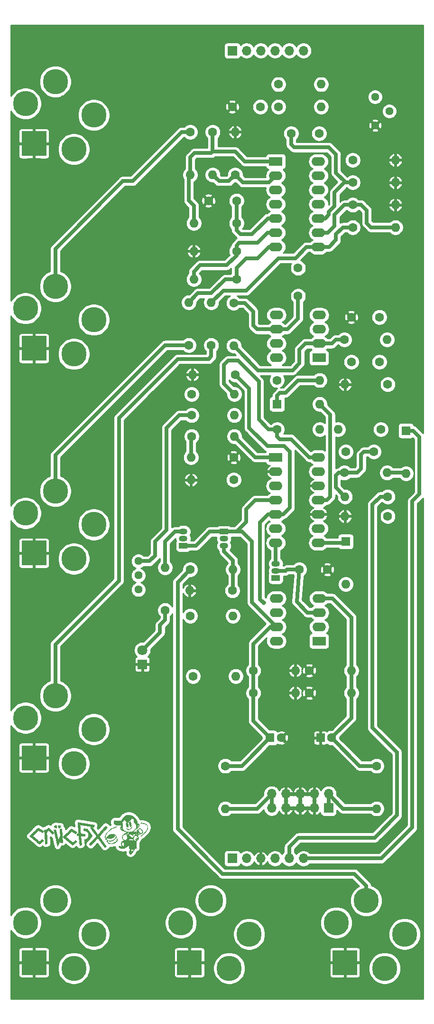
<source format=gbr>
%TF.GenerationSoftware,KiCad,Pcbnew,(5.1.6)-1*%
%TF.CreationDate,2020-06-22T20:03:53-05:00*%
%TF.ProjectId,NOISE_x_S_and_H,4e4f4953-455f-4785-9f53-5f616e645f48,rev?*%
%TF.SameCoordinates,Original*%
%TF.FileFunction,Copper,L1,Top*%
%TF.FilePolarity,Positive*%
%FSLAX46Y46*%
G04 Gerber Fmt 4.6, Leading zero omitted, Abs format (unit mm)*
G04 Created by KiCad (PCBNEW (5.1.6)-1) date 2020-06-22 20:03:53*
%MOMM*%
%LPD*%
G01*
G04 APERTURE LIST*
%TA.AperFunction,EtchedComponent*%
%ADD10C,0.010000*%
%TD*%
%TA.AperFunction,ComponentPad*%
%ADD11O,1.700000X1.700000*%
%TD*%
%TA.AperFunction,ComponentPad*%
%ADD12R,1.700000X1.700000*%
%TD*%
%TA.AperFunction,ComponentPad*%
%ADD13C,1.600000*%
%TD*%
%TA.AperFunction,ComponentPad*%
%ADD14R,1.600000X1.600000*%
%TD*%
%TA.AperFunction,ComponentPad*%
%ADD15O,1.600000X1.600000*%
%TD*%
%TA.AperFunction,ComponentPad*%
%ADD16O,1.500000X1.050000*%
%TD*%
%TA.AperFunction,ComponentPad*%
%ADD17R,1.500000X1.050000*%
%TD*%
%TA.AperFunction,ComponentPad*%
%ADD18C,4.500000*%
%TD*%
%TA.AperFunction,ComponentPad*%
%ADD19R,4.500000X4.500000*%
%TD*%
%TA.AperFunction,ComponentPad*%
%ADD20C,1.440000*%
%TD*%
%TA.AperFunction,ComponentPad*%
%ADD21R,1.800000X1.800000*%
%TD*%
%TA.AperFunction,ComponentPad*%
%ADD22C,1.800000*%
%TD*%
%TA.AperFunction,ComponentPad*%
%ADD23R,2.400000X1.600000*%
%TD*%
%TA.AperFunction,ComponentPad*%
%ADD24O,2.400000X1.600000*%
%TD*%
%TA.AperFunction,ViaPad*%
%ADD25C,0.800000*%
%TD*%
%TA.AperFunction,Conductor*%
%ADD26C,0.635000*%
%TD*%
%TA.AperFunction,Conductor*%
%ADD27C,0.254000*%
%TD*%
G04 APERTURE END LIST*
D10*
%TO.C,G\u002A\u002A\u002A*%
G36*
X89433320Y-160175290D02*
G01*
X89469528Y-160230618D01*
X89504800Y-160317579D01*
X89537209Y-160425740D01*
X89564827Y-160544666D01*
X89585728Y-160663925D01*
X89597984Y-160773082D01*
X89599668Y-160861705D01*
X89588852Y-160919358D01*
X89573733Y-160935441D01*
X89482433Y-160960742D01*
X89423901Y-160964037D01*
X89383904Y-160942727D01*
X89348254Y-160894291D01*
X89306551Y-160804601D01*
X89272236Y-160691221D01*
X89246766Y-160566140D01*
X89231599Y-160441346D01*
X89228193Y-160328830D01*
X89238006Y-160240579D01*
X89262441Y-160188634D01*
X89326384Y-160154419D01*
X89394380Y-160153743D01*
X89433320Y-160175290D01*
G37*
X89433320Y-160175290D02*
X89469528Y-160230618D01*
X89504800Y-160317579D01*
X89537209Y-160425740D01*
X89564827Y-160544666D01*
X89585728Y-160663925D01*
X89597984Y-160773082D01*
X89599668Y-160861705D01*
X89588852Y-160919358D01*
X89573733Y-160935441D01*
X89482433Y-160960742D01*
X89423901Y-160964037D01*
X89383904Y-160942727D01*
X89348254Y-160894291D01*
X89306551Y-160804601D01*
X89272236Y-160691221D01*
X89246766Y-160566140D01*
X89231599Y-160441346D01*
X89228193Y-160328830D01*
X89238006Y-160240579D01*
X89262441Y-160188634D01*
X89326384Y-160154419D01*
X89394380Y-160153743D01*
X89433320Y-160175290D01*
G36*
X88848116Y-160275493D02*
G01*
X88900109Y-160321471D01*
X88941237Y-160404907D01*
X88977017Y-160512098D01*
X89005989Y-160632500D01*
X89026696Y-160755574D01*
X89037679Y-160870776D01*
X89037480Y-160967565D01*
X89024639Y-161035399D01*
X89002625Y-161062445D01*
X88904523Y-161080940D01*
X88825075Y-161057423D01*
X88776540Y-161002886D01*
X88729115Y-160888995D01*
X88693596Y-160760009D01*
X88671121Y-160627510D01*
X88662831Y-160503077D01*
X88669867Y-160398289D01*
X88693369Y-160324725D01*
X88707958Y-160306343D01*
X88778557Y-160268761D01*
X88848116Y-160275493D01*
G37*
X88848116Y-160275493D02*
X88900109Y-160321471D01*
X88941237Y-160404907D01*
X88977017Y-160512098D01*
X89005989Y-160632500D01*
X89026696Y-160755574D01*
X89037679Y-160870776D01*
X89037480Y-160967565D01*
X89024639Y-161035399D01*
X89002625Y-161062445D01*
X88904523Y-161080940D01*
X88825075Y-161057423D01*
X88776540Y-161002886D01*
X88729115Y-160888995D01*
X88693596Y-160760009D01*
X88671121Y-160627510D01*
X88662831Y-160503077D01*
X88669867Y-160398289D01*
X88693369Y-160324725D01*
X88707958Y-160306343D01*
X88778557Y-160268761D01*
X88848116Y-160275493D01*
G36*
X89699813Y-161107243D02*
G01*
X89676190Y-161158429D01*
X89633672Y-161219749D01*
X89566157Y-161298655D01*
X89486298Y-161382196D01*
X89406750Y-161457419D01*
X89340166Y-161511373D01*
X89317775Y-161525278D01*
X89215056Y-161554868D01*
X89091413Y-161555763D01*
X88967446Y-161528617D01*
X88928428Y-161512906D01*
X88874073Y-161481890D01*
X88814501Y-161439408D01*
X88760391Y-161394591D01*
X88722423Y-161356568D01*
X88711276Y-161334469D01*
X88716978Y-161332132D01*
X88744391Y-161343092D01*
X88804820Y-161372130D01*
X88886365Y-161413484D01*
X88905745Y-161423552D01*
X89008086Y-161473143D01*
X89083528Y-161498735D01*
X89147343Y-161504749D01*
X89177278Y-161502120D01*
X89285483Y-161467347D01*
X89397759Y-161389881D01*
X89517636Y-161267020D01*
X89572266Y-161199730D01*
X89634276Y-161126183D01*
X89678929Y-161085170D01*
X89702137Y-161078315D01*
X89699813Y-161107243D01*
G37*
X89699813Y-161107243D02*
X89676190Y-161158429D01*
X89633672Y-161219749D01*
X89566157Y-161298655D01*
X89486298Y-161382196D01*
X89406750Y-161457419D01*
X89340166Y-161511373D01*
X89317775Y-161525278D01*
X89215056Y-161554868D01*
X89091413Y-161555763D01*
X88967446Y-161528617D01*
X88928428Y-161512906D01*
X88874073Y-161481890D01*
X88814501Y-161439408D01*
X88760391Y-161394591D01*
X88722423Y-161356568D01*
X88711276Y-161334469D01*
X88716978Y-161332132D01*
X88744391Y-161343092D01*
X88804820Y-161372130D01*
X88886365Y-161413484D01*
X88905745Y-161423552D01*
X89008086Y-161473143D01*
X89083528Y-161498735D01*
X89147343Y-161504749D01*
X89177278Y-161502120D01*
X89285483Y-161467347D01*
X89397759Y-161389881D01*
X89517636Y-161267020D01*
X89572266Y-161199730D01*
X89634276Y-161126183D01*
X89678929Y-161085170D01*
X89702137Y-161078315D01*
X89699813Y-161107243D01*
G36*
X91484853Y-160351821D02*
G01*
X91487835Y-160352079D01*
X91622655Y-160370440D01*
X91766011Y-160401133D01*
X91909259Y-160440984D01*
X92043760Y-160486818D01*
X92160871Y-160535463D01*
X92251950Y-160583743D01*
X92308355Y-160628485D01*
X92322722Y-160658724D01*
X92319278Y-160690793D01*
X92316366Y-160693767D01*
X92292770Y-160680644D01*
X92238256Y-160649498D01*
X92182883Y-160617605D01*
X91978260Y-160523315D01*
X91732268Y-160452089D01*
X91507034Y-160412425D01*
X91386138Y-160392975D01*
X91311191Y-160374339D01*
X91282890Y-160358711D01*
X91301935Y-160348285D01*
X91369023Y-160345257D01*
X91484853Y-160351821D01*
G37*
X91484853Y-160351821D02*
X91487835Y-160352079D01*
X91622655Y-160370440D01*
X91766011Y-160401133D01*
X91909259Y-160440984D01*
X92043760Y-160486818D01*
X92160871Y-160535463D01*
X92251950Y-160583743D01*
X92308355Y-160628485D01*
X92322722Y-160658724D01*
X92319278Y-160690793D01*
X92316366Y-160693767D01*
X92292770Y-160680644D01*
X92238256Y-160649498D01*
X92182883Y-160617605D01*
X91978260Y-160523315D01*
X91732268Y-160452089D01*
X91507034Y-160412425D01*
X91386138Y-160392975D01*
X91311191Y-160374339D01*
X91282890Y-160358711D01*
X91301935Y-160348285D01*
X91369023Y-160345257D01*
X91484853Y-160351821D01*
G36*
X92446903Y-160768921D02*
G01*
X92473097Y-160819776D01*
X92491735Y-160879112D01*
X92494632Y-160926130D01*
X92493375Y-160930389D01*
X92477206Y-160931284D01*
X92451154Y-160892682D01*
X92439975Y-160868935D01*
X92410526Y-160797828D01*
X92400989Y-160761457D01*
X92409636Y-160748540D01*
X92421339Y-160747347D01*
X92446903Y-160768921D01*
G37*
X92446903Y-160768921D02*
X92473097Y-160819776D01*
X92491735Y-160879112D01*
X92494632Y-160926130D01*
X92493375Y-160930389D01*
X92477206Y-160931284D01*
X92451154Y-160892682D01*
X92439975Y-160868935D01*
X92410526Y-160797828D01*
X92400989Y-160761457D01*
X92409636Y-160748540D01*
X92421339Y-160747347D01*
X92446903Y-160768921D01*
G36*
X76639343Y-160829032D02*
G01*
X76733175Y-160833845D01*
X76773270Y-160836911D01*
X76878471Y-160846483D01*
X76942903Y-160856147D01*
X76976524Y-160869536D01*
X76989293Y-160890285D01*
X76991191Y-160916436D01*
X76971283Y-161033507D01*
X76917388Y-161132129D01*
X76838252Y-161203603D01*
X76742618Y-161239230D01*
X76668219Y-161237756D01*
X76618467Y-161212009D01*
X76600108Y-161184325D01*
X76577204Y-161093668D01*
X76557580Y-160999280D01*
X76543612Y-160915102D01*
X76537675Y-160855072D01*
X76540360Y-160833747D01*
X76570864Y-160828942D01*
X76639343Y-160829032D01*
G37*
X76639343Y-160829032D02*
X76733175Y-160833845D01*
X76773270Y-160836911D01*
X76878471Y-160846483D01*
X76942903Y-160856147D01*
X76976524Y-160869536D01*
X76989293Y-160890285D01*
X76991191Y-160916436D01*
X76971283Y-161033507D01*
X76917388Y-161132129D01*
X76838252Y-161203603D01*
X76742618Y-161239230D01*
X76668219Y-161237756D01*
X76618467Y-161212009D01*
X76600108Y-161184325D01*
X76577204Y-161093668D01*
X76557580Y-160999280D01*
X76543612Y-160915102D01*
X76537675Y-160855072D01*
X76540360Y-160833747D01*
X76570864Y-160828942D01*
X76639343Y-160829032D01*
G36*
X76237521Y-160786793D02*
G01*
X76247968Y-160833410D01*
X76253007Y-160919451D01*
X76253853Y-161000101D01*
X76251862Y-161101924D01*
X76246535Y-161182462D01*
X76238839Y-161229692D01*
X76234784Y-161236915D01*
X76199665Y-161239394D01*
X76135077Y-161234064D01*
X76110956Y-161230788D01*
X75987463Y-161195334D01*
X75894668Y-161133456D01*
X75844758Y-161059145D01*
X75832211Y-161014314D01*
X76025025Y-161014314D01*
X76037737Y-161027027D01*
X76050450Y-161014314D01*
X76037737Y-161001601D01*
X76025025Y-161014314D01*
X75832211Y-161014314D01*
X75824057Y-160985180D01*
X75832130Y-160931372D01*
X75875167Y-160889266D01*
X75959360Y-160850408D01*
X76010908Y-160832204D01*
X76101968Y-160803006D01*
X76176319Y-160781800D01*
X76218971Y-160772834D01*
X76220668Y-160772773D01*
X76237521Y-160786793D01*
G37*
X76237521Y-160786793D02*
X76247968Y-160833410D01*
X76253007Y-160919451D01*
X76253853Y-161000101D01*
X76251862Y-161101924D01*
X76246535Y-161182462D01*
X76238839Y-161229692D01*
X76234784Y-161236915D01*
X76199665Y-161239394D01*
X76135077Y-161234064D01*
X76110956Y-161230788D01*
X75987463Y-161195334D01*
X75894668Y-161133456D01*
X75844758Y-161059145D01*
X75832211Y-161014314D01*
X76025025Y-161014314D01*
X76037737Y-161027027D01*
X76050450Y-161014314D01*
X76037737Y-161001601D01*
X76025025Y-161014314D01*
X75832211Y-161014314D01*
X75824057Y-160985180D01*
X75832130Y-160931372D01*
X75875167Y-160889266D01*
X75959360Y-160850408D01*
X76010908Y-160832204D01*
X76101968Y-160803006D01*
X76176319Y-160781800D01*
X76218971Y-160772834D01*
X76220668Y-160772773D01*
X76237521Y-160786793D01*
G36*
X90989084Y-161760111D02*
G01*
X90927264Y-161824272D01*
X90892396Y-161856521D01*
X90877080Y-161862440D01*
X90873918Y-161847611D01*
X90873931Y-161846997D01*
X90892412Y-161821693D01*
X90939460Y-161776913D01*
X90981989Y-161741042D01*
X91089589Y-161654157D01*
X90989084Y-161760111D01*
G37*
X90989084Y-161760111D02*
X90927264Y-161824272D01*
X90892396Y-161856521D01*
X90877080Y-161862440D01*
X90873918Y-161847611D01*
X90873931Y-161846997D01*
X90892412Y-161821693D01*
X90939460Y-161776913D01*
X90981989Y-161741042D01*
X91089589Y-161654157D01*
X90989084Y-161760111D01*
G36*
X92547163Y-161150268D02*
G01*
X92541829Y-161217134D01*
X92507019Y-161359719D01*
X92439507Y-161523094D01*
X92345143Y-161694886D01*
X92248035Y-161838497D01*
X92167292Y-161939133D01*
X92066406Y-162052191D01*
X91951733Y-162171813D01*
X91829627Y-162292147D01*
X91706442Y-162407337D01*
X91588532Y-162511528D01*
X91482252Y-162598866D01*
X91393956Y-162663497D01*
X91329998Y-162699564D01*
X91307481Y-162705105D01*
X91281285Y-162698044D01*
X91280280Y-162695447D01*
X91299031Y-162676618D01*
X91348452Y-162635984D01*
X91418298Y-162581933D01*
X91426476Y-162575763D01*
X91533773Y-162488747D01*
X91660145Y-162376446D01*
X91795099Y-162249158D01*
X91928142Y-162117183D01*
X92048782Y-161990818D01*
X92146524Y-161880362D01*
X92188250Y-161828097D01*
X92311291Y-161644958D01*
X92408030Y-161460793D01*
X92471298Y-161289550D01*
X92477637Y-161265106D01*
X92503272Y-161175592D01*
X92525573Y-161124994D01*
X92541286Y-161115743D01*
X92547163Y-161150268D01*
G37*
X92547163Y-161150268D02*
X92541829Y-161217134D01*
X92507019Y-161359719D01*
X92439507Y-161523094D01*
X92345143Y-161694886D01*
X92248035Y-161838497D01*
X92167292Y-161939133D01*
X92066406Y-162052191D01*
X91951733Y-162171813D01*
X91829627Y-162292147D01*
X91706442Y-162407337D01*
X91588532Y-162511528D01*
X91482252Y-162598866D01*
X91393956Y-162663497D01*
X91329998Y-162699564D01*
X91307481Y-162705105D01*
X91281285Y-162698044D01*
X91280280Y-162695447D01*
X91299031Y-162676618D01*
X91348452Y-162635984D01*
X91418298Y-162581933D01*
X91426476Y-162575763D01*
X91533773Y-162488747D01*
X91660145Y-162376446D01*
X91795099Y-162249158D01*
X91928142Y-162117183D01*
X92048782Y-161990818D01*
X92146524Y-161880362D01*
X92188250Y-161828097D01*
X92311291Y-161644958D01*
X92408030Y-161460793D01*
X92471298Y-161289550D01*
X92477637Y-161265106D01*
X92503272Y-161175592D01*
X92525573Y-161124994D01*
X92541286Y-161115743D01*
X92547163Y-161150268D01*
G36*
X86916636Y-161026385D02*
G01*
X86922140Y-161053195D01*
X86905002Y-161063382D01*
X86538380Y-161207346D01*
X86204594Y-161370560D01*
X85905969Y-161550910D01*
X85644827Y-161746283D01*
X85423491Y-161954566D01*
X85244284Y-162173645D01*
X85109529Y-162401408D01*
X85021550Y-162635740D01*
X84988534Y-162806807D01*
X84984857Y-162946494D01*
X85001693Y-163091344D01*
X85035888Y-163214978D01*
X85037930Y-163219970D01*
X85043585Y-163257067D01*
X85024329Y-163262573D01*
X84993040Y-163238921D01*
X84971452Y-163207405D01*
X84945655Y-163126417D01*
X84931446Y-163011689D01*
X84929136Y-162879066D01*
X84939034Y-162744392D01*
X84960148Y-162628508D01*
X85039858Y-162410369D01*
X85165792Y-162190272D01*
X85333793Y-161973151D01*
X85539702Y-161763943D01*
X85779364Y-161567581D01*
X85956510Y-161445816D01*
X86077753Y-161372876D01*
X86213502Y-161298846D01*
X86356010Y-161227110D01*
X86497535Y-161161050D01*
X86630330Y-161104051D01*
X86746650Y-161059496D01*
X86838752Y-161030767D01*
X86898891Y-161021248D01*
X86916636Y-161026385D01*
G37*
X86916636Y-161026385D02*
X86922140Y-161053195D01*
X86905002Y-161063382D01*
X86538380Y-161207346D01*
X86204594Y-161370560D01*
X85905969Y-161550910D01*
X85644827Y-161746283D01*
X85423491Y-161954566D01*
X85244284Y-162173645D01*
X85109529Y-162401408D01*
X85021550Y-162635740D01*
X84988534Y-162806807D01*
X84984857Y-162946494D01*
X85001693Y-163091344D01*
X85035888Y-163214978D01*
X85037930Y-163219970D01*
X85043585Y-163257067D01*
X85024329Y-163262573D01*
X84993040Y-163238921D01*
X84971452Y-163207405D01*
X84945655Y-163126417D01*
X84931446Y-163011689D01*
X84929136Y-162879066D01*
X84939034Y-162744392D01*
X84960148Y-162628508D01*
X85039858Y-162410369D01*
X85165792Y-162190272D01*
X85333793Y-161973151D01*
X85539702Y-161763943D01*
X85779364Y-161567581D01*
X85956510Y-161445816D01*
X86077753Y-161372876D01*
X86213502Y-161298846D01*
X86356010Y-161227110D01*
X86497535Y-161161050D01*
X86630330Y-161104051D01*
X86746650Y-161059496D01*
X86838752Y-161030767D01*
X86898891Y-161021248D01*
X86916636Y-161026385D01*
G36*
X86395071Y-162341428D02*
G01*
X86577435Y-162397412D01*
X86734108Y-162495769D01*
X86791036Y-162548951D01*
X86850630Y-162617244D01*
X86882510Y-162677567D01*
X86897179Y-162753903D01*
X86900971Y-162799979D01*
X86903193Y-162893076D01*
X86890304Y-162961600D01*
X86856016Y-163031059D01*
X86836121Y-163062918D01*
X86711423Y-163213573D01*
X86549237Y-163343984D01*
X86359624Y-163450657D01*
X86152646Y-163530100D01*
X85938362Y-163578820D01*
X85726835Y-163593323D01*
X85528125Y-163570116D01*
X85444510Y-163546068D01*
X85305305Y-163497142D01*
X85305305Y-163569839D01*
X85328254Y-163704641D01*
X85393973Y-163818874D01*
X85497773Y-163910224D01*
X85634964Y-163976379D01*
X85800856Y-164015025D01*
X85990759Y-164023848D01*
X86184255Y-164003359D01*
X86338351Y-163962267D01*
X86506490Y-163894044D01*
X86671701Y-163807390D01*
X86817015Y-163711004D01*
X86907851Y-163632414D01*
X86968445Y-163568346D01*
X87002440Y-163518988D01*
X87017507Y-163464996D01*
X87021318Y-163387025D01*
X87021409Y-163346053D01*
X87018021Y-163250980D01*
X87009288Y-163171244D01*
X86998289Y-163127511D01*
X86987901Y-163092523D01*
X87010445Y-163090979D01*
X87011113Y-163091195D01*
X87039926Y-163120744D01*
X87070987Y-163181790D01*
X87082684Y-163214006D01*
X87101151Y-163351420D01*
X87073300Y-163492281D01*
X87002908Y-163622963D01*
X86932829Y-163695739D01*
X86827996Y-163777564D01*
X86701395Y-163859974D01*
X86566014Y-163934507D01*
X86436736Y-163991976D01*
X86333144Y-164026947D01*
X86232391Y-164049298D01*
X86115592Y-164062265D01*
X85991791Y-164068259D01*
X85873549Y-164069901D01*
X85768515Y-164067484D01*
X85690781Y-164061535D01*
X85661096Y-164055873D01*
X85496983Y-163981464D01*
X85373347Y-163880638D01*
X85292371Y-163756019D01*
X85256239Y-163610232D01*
X85254454Y-163566885D01*
X85233089Y-163453285D01*
X85199253Y-163391145D01*
X85154061Y-163289279D01*
X85149490Y-163212515D01*
X85211359Y-163212515D01*
X85243994Y-163324103D01*
X85322092Y-163413559D01*
X85446086Y-163481906D01*
X85530285Y-163509845D01*
X85640512Y-163527180D01*
X85780618Y-163530181D01*
X85931900Y-163519534D01*
X86075654Y-163495923D01*
X86105533Y-163488770D01*
X86271165Y-163431551D01*
X86433554Y-163348998D01*
X86581567Y-163248878D01*
X86704073Y-163138954D01*
X86789940Y-163026994D01*
X86803170Y-163002115D01*
X86849737Y-162875149D01*
X86853348Y-162766973D01*
X86812830Y-162667398D01*
X86756491Y-162596182D01*
X86656725Y-162489229D01*
X86624922Y-162615532D01*
X86569303Y-162741705D01*
X86470785Y-162864015D01*
X86337145Y-162974371D01*
X86207583Y-163049883D01*
X86065529Y-163102327D01*
X85907786Y-163132389D01*
X85749963Y-163139182D01*
X85607667Y-163121821D01*
X85514110Y-163089242D01*
X85436051Y-163044585D01*
X85391517Y-163000098D01*
X85366548Y-162937757D01*
X85355087Y-162883946D01*
X85338383Y-162794094D01*
X85280752Y-162918854D01*
X85223755Y-163077773D01*
X85211359Y-163212515D01*
X85149490Y-163212515D01*
X85146668Y-163165127D01*
X85174641Y-163027503D01*
X85235547Y-162885220D01*
X85326953Y-162747092D01*
X85387097Y-162679679D01*
X85762963Y-162679679D01*
X85783447Y-162702484D01*
X85799600Y-162705105D01*
X85842888Y-162689609D01*
X85851952Y-162679679D01*
X85844167Y-162659667D01*
X85815314Y-162654254D01*
X85773191Y-162664627D01*
X85762963Y-162679679D01*
X85387097Y-162679679D01*
X85399514Y-162665762D01*
X85470708Y-162607484D01*
X85737537Y-162607484D01*
X85754386Y-162628370D01*
X85794356Y-162620700D01*
X85841581Y-162588565D01*
X85851952Y-162577978D01*
X85880408Y-162541229D01*
X85882514Y-162527127D01*
X85841321Y-162538340D01*
X85789443Y-162564039D01*
X85748365Y-162592315D01*
X85737537Y-162607484D01*
X85470708Y-162607484D01*
X85581106Y-162517115D01*
X85786770Y-162411892D01*
X85963569Y-162358941D01*
X86189591Y-162328407D01*
X86395071Y-162341428D01*
G37*
X86395071Y-162341428D02*
X86577435Y-162397412D01*
X86734108Y-162495769D01*
X86791036Y-162548951D01*
X86850630Y-162617244D01*
X86882510Y-162677567D01*
X86897179Y-162753903D01*
X86900971Y-162799979D01*
X86903193Y-162893076D01*
X86890304Y-162961600D01*
X86856016Y-163031059D01*
X86836121Y-163062918D01*
X86711423Y-163213573D01*
X86549237Y-163343984D01*
X86359624Y-163450657D01*
X86152646Y-163530100D01*
X85938362Y-163578820D01*
X85726835Y-163593323D01*
X85528125Y-163570116D01*
X85444510Y-163546068D01*
X85305305Y-163497142D01*
X85305305Y-163569839D01*
X85328254Y-163704641D01*
X85393973Y-163818874D01*
X85497773Y-163910224D01*
X85634964Y-163976379D01*
X85800856Y-164015025D01*
X85990759Y-164023848D01*
X86184255Y-164003359D01*
X86338351Y-163962267D01*
X86506490Y-163894044D01*
X86671701Y-163807390D01*
X86817015Y-163711004D01*
X86907851Y-163632414D01*
X86968445Y-163568346D01*
X87002440Y-163518988D01*
X87017507Y-163464996D01*
X87021318Y-163387025D01*
X87021409Y-163346053D01*
X87018021Y-163250980D01*
X87009288Y-163171244D01*
X86998289Y-163127511D01*
X86987901Y-163092523D01*
X87010445Y-163090979D01*
X87011113Y-163091195D01*
X87039926Y-163120744D01*
X87070987Y-163181790D01*
X87082684Y-163214006D01*
X87101151Y-163351420D01*
X87073300Y-163492281D01*
X87002908Y-163622963D01*
X86932829Y-163695739D01*
X86827996Y-163777564D01*
X86701395Y-163859974D01*
X86566014Y-163934507D01*
X86436736Y-163991976D01*
X86333144Y-164026947D01*
X86232391Y-164049298D01*
X86115592Y-164062265D01*
X85991791Y-164068259D01*
X85873549Y-164069901D01*
X85768515Y-164067484D01*
X85690781Y-164061535D01*
X85661096Y-164055873D01*
X85496983Y-163981464D01*
X85373347Y-163880638D01*
X85292371Y-163756019D01*
X85256239Y-163610232D01*
X85254454Y-163566885D01*
X85233089Y-163453285D01*
X85199253Y-163391145D01*
X85154061Y-163289279D01*
X85149490Y-163212515D01*
X85211359Y-163212515D01*
X85243994Y-163324103D01*
X85322092Y-163413559D01*
X85446086Y-163481906D01*
X85530285Y-163509845D01*
X85640512Y-163527180D01*
X85780618Y-163530181D01*
X85931900Y-163519534D01*
X86075654Y-163495923D01*
X86105533Y-163488770D01*
X86271165Y-163431551D01*
X86433554Y-163348998D01*
X86581567Y-163248878D01*
X86704073Y-163138954D01*
X86789940Y-163026994D01*
X86803170Y-163002115D01*
X86849737Y-162875149D01*
X86853348Y-162766973D01*
X86812830Y-162667398D01*
X86756491Y-162596182D01*
X86656725Y-162489229D01*
X86624922Y-162615532D01*
X86569303Y-162741705D01*
X86470785Y-162864015D01*
X86337145Y-162974371D01*
X86207583Y-163049883D01*
X86065529Y-163102327D01*
X85907786Y-163132389D01*
X85749963Y-163139182D01*
X85607667Y-163121821D01*
X85514110Y-163089242D01*
X85436051Y-163044585D01*
X85391517Y-163000098D01*
X85366548Y-162937757D01*
X85355087Y-162883946D01*
X85338383Y-162794094D01*
X85280752Y-162918854D01*
X85223755Y-163077773D01*
X85211359Y-163212515D01*
X85149490Y-163212515D01*
X85146668Y-163165127D01*
X85174641Y-163027503D01*
X85235547Y-162885220D01*
X85326953Y-162747092D01*
X85387097Y-162679679D01*
X85762963Y-162679679D01*
X85783447Y-162702484D01*
X85799600Y-162705105D01*
X85842888Y-162689609D01*
X85851952Y-162679679D01*
X85844167Y-162659667D01*
X85815314Y-162654254D01*
X85773191Y-162664627D01*
X85762963Y-162679679D01*
X85387097Y-162679679D01*
X85399514Y-162665762D01*
X85470708Y-162607484D01*
X85737537Y-162607484D01*
X85754386Y-162628370D01*
X85794356Y-162620700D01*
X85841581Y-162588565D01*
X85851952Y-162577978D01*
X85880408Y-162541229D01*
X85882514Y-162527127D01*
X85841321Y-162538340D01*
X85789443Y-162564039D01*
X85748365Y-162592315D01*
X85737537Y-162607484D01*
X85470708Y-162607484D01*
X85581106Y-162517115D01*
X85786770Y-162411892D01*
X85963569Y-162358941D01*
X86189591Y-162328407D01*
X86395071Y-162341428D01*
G36*
X74860135Y-161230653D02*
G01*
X74917328Y-161280248D01*
X74997854Y-161353266D01*
X75095640Y-161443905D01*
X75204617Y-161546362D01*
X75318712Y-161654836D01*
X75431854Y-161763525D01*
X75537972Y-161866627D01*
X75630994Y-161958339D01*
X75704848Y-162032860D01*
X75753463Y-162084387D01*
X75770770Y-162107054D01*
X75753803Y-162138392D01*
X75709621Y-162191924D01*
X75656424Y-162247380D01*
X75542078Y-162359602D01*
X75433952Y-162259413D01*
X75372706Y-162201823D01*
X75286653Y-162119803D01*
X75187375Y-162024436D01*
X75089753Y-161930012D01*
X74853681Y-161700801D01*
X74675154Y-161883599D01*
X74496626Y-162066397D01*
X74510708Y-162214129D01*
X74516320Y-162285321D01*
X74523318Y-162393390D01*
X74531379Y-162531459D01*
X74540178Y-162692649D01*
X74549389Y-162870080D01*
X74558689Y-163056873D01*
X74567753Y-163246150D01*
X74576256Y-163431032D01*
X74583874Y-163604640D01*
X74590281Y-163760094D01*
X74595154Y-163890517D01*
X74598167Y-163989028D01*
X74598997Y-164048750D01*
X74598008Y-164063932D01*
X74569805Y-164071003D01*
X74504974Y-164080788D01*
X74417508Y-164091177D01*
X74416866Y-164091245D01*
X74317466Y-164098819D01*
X74262130Y-164095176D01*
X74245245Y-164080259D01*
X74243572Y-164044646D01*
X74238831Y-163964538D01*
X74231439Y-163846171D01*
X74221814Y-163695781D01*
X74210371Y-163519603D01*
X74197527Y-163323875D01*
X74183700Y-163114831D01*
X74169307Y-162898709D01*
X74154764Y-162681744D01*
X74140488Y-162470171D01*
X74126897Y-162270228D01*
X74114406Y-162088151D01*
X74103433Y-161930174D01*
X74094395Y-161802535D01*
X74087709Y-161711470D01*
X74083791Y-161663214D01*
X74083427Y-161659690D01*
X74073013Y-161567729D01*
X74254226Y-161550887D01*
X74364461Y-161544379D01*
X74427386Y-161549958D01*
X74444766Y-161562026D01*
X74464445Y-161556325D01*
X74510363Y-161519030D01*
X74575111Y-161456675D01*
X74632466Y-161396427D01*
X74708371Y-161316838D01*
X74772621Y-161254636D01*
X74817093Y-161217387D01*
X74832347Y-161210282D01*
X74860135Y-161230653D01*
G37*
X74860135Y-161230653D02*
X74917328Y-161280248D01*
X74997854Y-161353266D01*
X75095640Y-161443905D01*
X75204617Y-161546362D01*
X75318712Y-161654836D01*
X75431854Y-161763525D01*
X75537972Y-161866627D01*
X75630994Y-161958339D01*
X75704848Y-162032860D01*
X75753463Y-162084387D01*
X75770770Y-162107054D01*
X75753803Y-162138392D01*
X75709621Y-162191924D01*
X75656424Y-162247380D01*
X75542078Y-162359602D01*
X75433952Y-162259413D01*
X75372706Y-162201823D01*
X75286653Y-162119803D01*
X75187375Y-162024436D01*
X75089753Y-161930012D01*
X74853681Y-161700801D01*
X74675154Y-161883599D01*
X74496626Y-162066397D01*
X74510708Y-162214129D01*
X74516320Y-162285321D01*
X74523318Y-162393390D01*
X74531379Y-162531459D01*
X74540178Y-162692649D01*
X74549389Y-162870080D01*
X74558689Y-163056873D01*
X74567753Y-163246150D01*
X74576256Y-163431032D01*
X74583874Y-163604640D01*
X74590281Y-163760094D01*
X74595154Y-163890517D01*
X74598167Y-163989028D01*
X74598997Y-164048750D01*
X74598008Y-164063932D01*
X74569805Y-164071003D01*
X74504974Y-164080788D01*
X74417508Y-164091177D01*
X74416866Y-164091245D01*
X74317466Y-164098819D01*
X74262130Y-164095176D01*
X74245245Y-164080259D01*
X74243572Y-164044646D01*
X74238831Y-163964538D01*
X74231439Y-163846171D01*
X74221814Y-163695781D01*
X74210371Y-163519603D01*
X74197527Y-163323875D01*
X74183700Y-163114831D01*
X74169307Y-162898709D01*
X74154764Y-162681744D01*
X74140488Y-162470171D01*
X74126897Y-162270228D01*
X74114406Y-162088151D01*
X74103433Y-161930174D01*
X74094395Y-161802535D01*
X74087709Y-161711470D01*
X74083791Y-161663214D01*
X74083427Y-161659690D01*
X74073013Y-161567729D01*
X74254226Y-161550887D01*
X74364461Y-161544379D01*
X74427386Y-161549958D01*
X74444766Y-161562026D01*
X74464445Y-161556325D01*
X74510363Y-161519030D01*
X74575111Y-161456675D01*
X74632466Y-161396427D01*
X74708371Y-161316838D01*
X74772621Y-161254636D01*
X74817093Y-161217387D01*
X74832347Y-161210282D01*
X74860135Y-161230653D01*
G36*
X72992300Y-161250436D02*
G01*
X73058833Y-161286162D01*
X73155928Y-161339741D01*
X73276824Y-161407430D01*
X73414760Y-161485484D01*
X73476600Y-161520714D01*
X73962852Y-161798286D01*
X73881576Y-161946288D01*
X73837129Y-162021487D01*
X73799563Y-162074870D01*
X73777534Y-162094593D01*
X73749204Y-162082719D01*
X73685594Y-162050102D01*
X73595387Y-162001558D01*
X73487264Y-161941902D01*
X73369905Y-161875953D01*
X73251993Y-161808524D01*
X73142208Y-161744435D01*
X73087095Y-161711545D01*
X73009526Y-161664774D01*
X72507205Y-162167565D01*
X72004885Y-162670357D01*
X72583332Y-163164458D01*
X72729524Y-163289038D01*
X72863515Y-163402656D01*
X72980359Y-163501164D01*
X73075109Y-163580409D01*
X73142816Y-163636242D01*
X73178533Y-163664513D01*
X73182489Y-163667100D01*
X73209005Y-163655307D01*
X73266736Y-163616974D01*
X73347593Y-163557829D01*
X73443492Y-163483601D01*
X73459689Y-163470710D01*
X73716179Y-163265778D01*
X73830831Y-163406527D01*
X73885682Y-163476159D01*
X73923467Y-163528600D01*
X73936781Y-163553503D01*
X73936456Y-163554101D01*
X73906455Y-163577584D01*
X73845333Y-163625971D01*
X73761346Y-163692683D01*
X73662751Y-163771137D01*
X73557806Y-163854752D01*
X73454766Y-163936949D01*
X73361890Y-164011144D01*
X73287434Y-164070758D01*
X73239656Y-164109209D01*
X73227313Y-164119313D01*
X73213497Y-164123606D01*
X73190457Y-164117284D01*
X73154855Y-164097752D01*
X73103357Y-164062415D01*
X73032628Y-164008679D01*
X72939331Y-163933947D01*
X72820130Y-163835626D01*
X72671692Y-163711119D01*
X72490679Y-163557833D01*
X72331500Y-163422389D01*
X71474739Y-162692392D01*
X72205287Y-161960933D01*
X72364249Y-161802586D01*
X72512615Y-161656354D01*
X72646452Y-161525999D01*
X72761830Y-161415278D01*
X72854817Y-161327952D01*
X72921483Y-161267779D01*
X72957894Y-161238519D01*
X72963092Y-161236309D01*
X72992300Y-161250436D01*
G37*
X72992300Y-161250436D02*
X73058833Y-161286162D01*
X73155928Y-161339741D01*
X73276824Y-161407430D01*
X73414760Y-161485484D01*
X73476600Y-161520714D01*
X73962852Y-161798286D01*
X73881576Y-161946288D01*
X73837129Y-162021487D01*
X73799563Y-162074870D01*
X73777534Y-162094593D01*
X73749204Y-162082719D01*
X73685594Y-162050102D01*
X73595387Y-162001558D01*
X73487264Y-161941902D01*
X73369905Y-161875953D01*
X73251993Y-161808524D01*
X73142208Y-161744435D01*
X73087095Y-161711545D01*
X73009526Y-161664774D01*
X72507205Y-162167565D01*
X72004885Y-162670357D01*
X72583332Y-163164458D01*
X72729524Y-163289038D01*
X72863515Y-163402656D01*
X72980359Y-163501164D01*
X73075109Y-163580409D01*
X73142816Y-163636242D01*
X73178533Y-163664513D01*
X73182489Y-163667100D01*
X73209005Y-163655307D01*
X73266736Y-163616974D01*
X73347593Y-163557829D01*
X73443492Y-163483601D01*
X73459689Y-163470710D01*
X73716179Y-163265778D01*
X73830831Y-163406527D01*
X73885682Y-163476159D01*
X73923467Y-163528600D01*
X73936781Y-163553503D01*
X73936456Y-163554101D01*
X73906455Y-163577584D01*
X73845333Y-163625971D01*
X73761346Y-163692683D01*
X73662751Y-163771137D01*
X73557806Y-163854752D01*
X73454766Y-163936949D01*
X73361890Y-164011144D01*
X73287434Y-164070758D01*
X73239656Y-164109209D01*
X73227313Y-164119313D01*
X73213497Y-164123606D01*
X73190457Y-164117284D01*
X73154855Y-164097752D01*
X73103357Y-164062415D01*
X73032628Y-164008679D01*
X72939331Y-163933947D01*
X72820130Y-163835626D01*
X72671692Y-163711119D01*
X72490679Y-163557833D01*
X72331500Y-163422389D01*
X71474739Y-162692392D01*
X72205287Y-161960933D01*
X72364249Y-161802586D01*
X72512615Y-161656354D01*
X72646452Y-161525999D01*
X72761830Y-161415278D01*
X72854817Y-161327952D01*
X72921483Y-161267779D01*
X72957894Y-161238519D01*
X72963092Y-161236309D01*
X72992300Y-161250436D01*
G36*
X78905924Y-161420494D02*
G01*
X78970104Y-161454351D01*
X79065263Y-161506383D01*
X79184855Y-161572990D01*
X79322333Y-161650575D01*
X79393354Y-161691001D01*
X79888455Y-161973593D01*
X79806440Y-162122931D01*
X79762243Y-162198445D01*
X79725554Y-162252248D01*
X79704514Y-162272571D01*
X79676922Y-162260579D01*
X79613027Y-162227171D01*
X79520471Y-162176516D01*
X79406898Y-162112781D01*
X79310420Y-162057693D01*
X78936236Y-161842513D01*
X78434419Y-162343156D01*
X78280225Y-162497952D01*
X78160020Y-162621015D01*
X78070900Y-162715612D01*
X78009963Y-162785010D01*
X77974309Y-162832474D01*
X77961033Y-162861271D01*
X77964048Y-162872612D01*
X77994137Y-162898856D01*
X78056727Y-162952520D01*
X78145490Y-163028239D01*
X78254097Y-163120647D01*
X78376218Y-163224381D01*
X78505526Y-163334074D01*
X78635690Y-163444363D01*
X78760382Y-163549882D01*
X78873273Y-163645266D01*
X78968034Y-163725150D01*
X79038335Y-163784169D01*
X79077849Y-163816959D01*
X79082225Y-163820469D01*
X79104955Y-163832020D01*
X79133679Y-163828968D01*
X79176024Y-163807063D01*
X79239621Y-163762055D01*
X79332098Y-163689694D01*
X79366543Y-163662073D01*
X79461419Y-163586745D01*
X79542796Y-163523969D01*
X79602071Y-163480255D01*
X79630642Y-163462115D01*
X79630747Y-163462084D01*
X79654974Y-163476612D01*
X79698401Y-163518746D01*
X79750905Y-163576630D01*
X79802362Y-163638413D01*
X79842647Y-163692238D01*
X79861637Y-163726254D01*
X79860990Y-163731669D01*
X79829823Y-163756148D01*
X79767859Y-163805243D01*
X79683338Y-163872390D01*
X79584498Y-163951025D01*
X79479578Y-164034585D01*
X79376817Y-164116507D01*
X79284454Y-164190227D01*
X79210727Y-164249182D01*
X79163876Y-164286808D01*
X79152352Y-164296198D01*
X79138196Y-164299794D01*
X79113758Y-164291923D01*
X79075763Y-164270019D01*
X79020931Y-164231522D01*
X78945988Y-164173867D01*
X78847654Y-164094492D01*
X78722654Y-163990833D01*
X78567710Y-163860327D01*
X78379545Y-163700411D01*
X78258289Y-163596928D01*
X77402365Y-162865676D01*
X78131324Y-162137042D01*
X78289962Y-161978928D01*
X78437627Y-161832621D01*
X78570423Y-161701919D01*
X78684453Y-161590617D01*
X78775820Y-161502510D01*
X78840628Y-161441396D01*
X78874980Y-161411071D01*
X78879268Y-161408408D01*
X78905924Y-161420494D01*
G37*
X78905924Y-161420494D02*
X78970104Y-161454351D01*
X79065263Y-161506383D01*
X79184855Y-161572990D01*
X79322333Y-161650575D01*
X79393354Y-161691001D01*
X79888455Y-161973593D01*
X79806440Y-162122931D01*
X79762243Y-162198445D01*
X79725554Y-162252248D01*
X79704514Y-162272571D01*
X79676922Y-162260579D01*
X79613027Y-162227171D01*
X79520471Y-162176516D01*
X79406898Y-162112781D01*
X79310420Y-162057693D01*
X78936236Y-161842513D01*
X78434419Y-162343156D01*
X78280225Y-162497952D01*
X78160020Y-162621015D01*
X78070900Y-162715612D01*
X78009963Y-162785010D01*
X77974309Y-162832474D01*
X77961033Y-162861271D01*
X77964048Y-162872612D01*
X77994137Y-162898856D01*
X78056727Y-162952520D01*
X78145490Y-163028239D01*
X78254097Y-163120647D01*
X78376218Y-163224381D01*
X78505526Y-163334074D01*
X78635690Y-163444363D01*
X78760382Y-163549882D01*
X78873273Y-163645266D01*
X78968034Y-163725150D01*
X79038335Y-163784169D01*
X79077849Y-163816959D01*
X79082225Y-163820469D01*
X79104955Y-163832020D01*
X79133679Y-163828968D01*
X79176024Y-163807063D01*
X79239621Y-163762055D01*
X79332098Y-163689694D01*
X79366543Y-163662073D01*
X79461419Y-163586745D01*
X79542796Y-163523969D01*
X79602071Y-163480255D01*
X79630642Y-163462115D01*
X79630747Y-163462084D01*
X79654974Y-163476612D01*
X79698401Y-163518746D01*
X79750905Y-163576630D01*
X79802362Y-163638413D01*
X79842647Y-163692238D01*
X79861637Y-163726254D01*
X79860990Y-163731669D01*
X79829823Y-163756148D01*
X79767859Y-163805243D01*
X79683338Y-163872390D01*
X79584498Y-163951025D01*
X79479578Y-164034585D01*
X79376817Y-164116507D01*
X79284454Y-164190227D01*
X79210727Y-164249182D01*
X79163876Y-164286808D01*
X79152352Y-164296198D01*
X79138196Y-164299794D01*
X79113758Y-164291923D01*
X79075763Y-164270019D01*
X79020931Y-164231522D01*
X78945988Y-164173867D01*
X78847654Y-164094492D01*
X78722654Y-163990833D01*
X78567710Y-163860327D01*
X78379545Y-163700411D01*
X78258289Y-163596928D01*
X77402365Y-162865676D01*
X78131324Y-162137042D01*
X78289962Y-161978928D01*
X78437627Y-161832621D01*
X78570423Y-161701919D01*
X78684453Y-161590617D01*
X78775820Y-161502510D01*
X78840628Y-161441396D01*
X78874980Y-161411071D01*
X78879268Y-161408408D01*
X78905924Y-161420494D01*
G36*
X77286501Y-162628829D02*
G01*
X77297230Y-162871243D01*
X77307126Y-163097568D01*
X77315981Y-163302853D01*
X77323586Y-163482145D01*
X77329734Y-163630491D01*
X77334217Y-163742940D01*
X77336827Y-163814539D01*
X77337357Y-163840336D01*
X77337351Y-163840346D01*
X77312572Y-163843393D01*
X77250124Y-163847827D01*
X77163137Y-163852723D01*
X77156489Y-163853058D01*
X76978544Y-163861962D01*
X76961314Y-163687975D01*
X76951320Y-163599603D01*
X76941522Y-163533594D01*
X76934001Y-163503919D01*
X76933859Y-163503762D01*
X76920705Y-163522716D01*
X76889542Y-163581473D01*
X76843547Y-163673613D01*
X76785899Y-163792712D01*
X76719777Y-163932348D01*
X76687291Y-164001924D01*
X76618377Y-164149530D01*
X76556763Y-164280294D01*
X76505599Y-164387629D01*
X76468034Y-164464952D01*
X76447217Y-164505678D01*
X76444147Y-164510310D01*
X76433857Y-164488820D01*
X76419792Y-164440390D01*
X76398341Y-164352596D01*
X76368830Y-164228348D01*
X76332467Y-164072983D01*
X76290460Y-163891839D01*
X76244019Y-163690251D01*
X76194351Y-163473557D01*
X76142665Y-163247093D01*
X76090171Y-163016197D01*
X76038075Y-162786205D01*
X75987588Y-162562453D01*
X75939917Y-162350279D01*
X75896271Y-162155019D01*
X75857859Y-161982010D01*
X75825889Y-161836589D01*
X75801570Y-161724092D01*
X75786110Y-161649858D01*
X75780718Y-161619221D01*
X75780799Y-161618733D01*
X75809337Y-161607629D01*
X75870128Y-161590910D01*
X75947157Y-161572255D01*
X76024404Y-161555340D01*
X76085852Y-161543845D01*
X76115482Y-161541447D01*
X76116005Y-161541765D01*
X76123160Y-161567351D01*
X76140331Y-161637011D01*
X76166221Y-161745243D01*
X76199534Y-161886545D01*
X76238973Y-162055414D01*
X76283241Y-162246348D01*
X76331042Y-162453845D01*
X76334803Y-162470221D01*
X76382987Y-162678443D01*
X76428107Y-162870200D01*
X76468822Y-163040043D01*
X76503794Y-163182523D01*
X76531683Y-163292191D01*
X76551151Y-163363598D01*
X76560859Y-163391294D01*
X76561177Y-163391458D01*
X76576256Y-163369612D01*
X76608382Y-163309120D01*
X76653703Y-163217693D01*
X76708364Y-163103041D01*
X76748526Y-163016566D01*
X76920944Y-162641541D01*
X76896817Y-162044044D01*
X76890106Y-161875631D01*
X76884285Y-161725273D01*
X76879614Y-161600043D01*
X76876353Y-161507013D01*
X76874761Y-161453257D01*
X76874733Y-161442737D01*
X76899056Y-161439692D01*
X76961134Y-161435262D01*
X77047924Y-161430369D01*
X77054754Y-161430024D01*
X77232732Y-161421121D01*
X77286501Y-162628829D01*
G37*
X77286501Y-162628829D02*
X77297230Y-162871243D01*
X77307126Y-163097568D01*
X77315981Y-163302853D01*
X77323586Y-163482145D01*
X77329734Y-163630491D01*
X77334217Y-163742940D01*
X77336827Y-163814539D01*
X77337357Y-163840336D01*
X77337351Y-163840346D01*
X77312572Y-163843393D01*
X77250124Y-163847827D01*
X77163137Y-163852723D01*
X77156489Y-163853058D01*
X76978544Y-163861962D01*
X76961314Y-163687975D01*
X76951320Y-163599603D01*
X76941522Y-163533594D01*
X76934001Y-163503919D01*
X76933859Y-163503762D01*
X76920705Y-163522716D01*
X76889542Y-163581473D01*
X76843547Y-163673613D01*
X76785899Y-163792712D01*
X76719777Y-163932348D01*
X76687291Y-164001924D01*
X76618377Y-164149530D01*
X76556763Y-164280294D01*
X76505599Y-164387629D01*
X76468034Y-164464952D01*
X76447217Y-164505678D01*
X76444147Y-164510310D01*
X76433857Y-164488820D01*
X76419792Y-164440390D01*
X76398341Y-164352596D01*
X76368830Y-164228348D01*
X76332467Y-164072983D01*
X76290460Y-163891839D01*
X76244019Y-163690251D01*
X76194351Y-163473557D01*
X76142665Y-163247093D01*
X76090171Y-163016197D01*
X76038075Y-162786205D01*
X75987588Y-162562453D01*
X75939917Y-162350279D01*
X75896271Y-162155019D01*
X75857859Y-161982010D01*
X75825889Y-161836589D01*
X75801570Y-161724092D01*
X75786110Y-161649858D01*
X75780718Y-161619221D01*
X75780799Y-161618733D01*
X75809337Y-161607629D01*
X75870128Y-161590910D01*
X75947157Y-161572255D01*
X76024404Y-161555340D01*
X76085852Y-161543845D01*
X76115482Y-161541447D01*
X76116005Y-161541765D01*
X76123160Y-161567351D01*
X76140331Y-161637011D01*
X76166221Y-161745243D01*
X76199534Y-161886545D01*
X76238973Y-162055414D01*
X76283241Y-162246348D01*
X76331042Y-162453845D01*
X76334803Y-162470221D01*
X76382987Y-162678443D01*
X76428107Y-162870200D01*
X76468822Y-163040043D01*
X76503794Y-163182523D01*
X76531683Y-163292191D01*
X76551151Y-163363598D01*
X76560859Y-163391294D01*
X76561177Y-163391458D01*
X76576256Y-163369612D01*
X76608382Y-163309120D01*
X76653703Y-163217693D01*
X76708364Y-163103041D01*
X76748526Y-163016566D01*
X76920944Y-162641541D01*
X76896817Y-162044044D01*
X76890106Y-161875631D01*
X76884285Y-161725273D01*
X76879614Y-161600043D01*
X76876353Y-161507013D01*
X76874761Y-161453257D01*
X76874733Y-161442737D01*
X76899056Y-161439692D01*
X76961134Y-161435262D01*
X77047924Y-161430369D01*
X77054754Y-161430024D01*
X77232732Y-161421121D01*
X77286501Y-162628829D01*
G36*
X80076669Y-160249635D02*
G01*
X80146856Y-160259960D01*
X80256494Y-160276904D01*
X80400232Y-160299588D01*
X80572718Y-160327136D01*
X80768598Y-160358670D01*
X80982521Y-160393313D01*
X81209135Y-160430186D01*
X81443087Y-160468413D01*
X81679024Y-160507116D01*
X81911595Y-160545418D01*
X82135447Y-160582440D01*
X82345228Y-160617305D01*
X82535586Y-160649136D01*
X82701167Y-160677056D01*
X82836621Y-160700186D01*
X82936593Y-160717649D01*
X82995734Y-160728568D01*
X83010051Y-160731906D01*
X83012151Y-160760974D01*
X83005042Y-160822279D01*
X82991773Y-160900133D01*
X82975393Y-160978851D01*
X82958952Y-161042746D01*
X82945498Y-161076130D01*
X82942800Y-161077878D01*
X82909742Y-161073573D01*
X82842874Y-161062429D01*
X82777656Y-161050704D01*
X82697159Y-161037954D01*
X82639153Y-161032753D01*
X82619161Y-161035026D01*
X82630135Y-161058013D01*
X82667657Y-161115690D01*
X82727467Y-161202293D01*
X82805305Y-161312056D01*
X82896911Y-161439214D01*
X82998025Y-161578001D01*
X83104387Y-161722652D01*
X83211737Y-161867401D01*
X83315814Y-162006485D01*
X83412360Y-162134136D01*
X83497113Y-162244591D01*
X83565814Y-162332083D01*
X83614203Y-162390847D01*
X83638020Y-162415119D01*
X83639161Y-162415435D01*
X83661028Y-162396544D01*
X83713042Y-162343787D01*
X83791449Y-162261197D01*
X83892496Y-162152812D01*
X84012428Y-162022665D01*
X84147494Y-161874792D01*
X84293939Y-161713229D01*
X84345286Y-161656306D01*
X84494448Y-161491216D01*
X84633202Y-161338554D01*
X84757839Y-161202333D01*
X84864652Y-161086566D01*
X84949932Y-160995263D01*
X85009971Y-160932437D01*
X85041061Y-160902101D01*
X85044390Y-160899900D01*
X85070184Y-160916451D01*
X85120489Y-160959745D01*
X85181394Y-161017481D01*
X85300770Y-161135063D01*
X84624966Y-161888302D01*
X84474951Y-162055520D01*
X84334160Y-162212485D01*
X84206535Y-162354799D01*
X84096020Y-162478063D01*
X84006559Y-162577878D01*
X83942094Y-162649846D01*
X83906571Y-162689568D01*
X83902418Y-162694233D01*
X83891774Y-162707794D01*
X83886119Y-162723240D01*
X83887904Y-162744390D01*
X83899581Y-162775060D01*
X83923601Y-162819069D01*
X83962414Y-162880234D01*
X84018473Y-162962373D01*
X84094228Y-163069303D01*
X84192130Y-163204843D01*
X84314631Y-163372808D01*
X84464182Y-163577019D01*
X84504835Y-163632479D01*
X85153995Y-164518032D01*
X85019890Y-164615053D01*
X84948510Y-164664989D01*
X84893546Y-164700299D01*
X84868155Y-164712893D01*
X84849807Y-164693243D01*
X84804760Y-164636791D01*
X84736259Y-164547838D01*
X84647551Y-164430680D01*
X84541880Y-164289616D01*
X84422494Y-164128943D01*
X84292637Y-163952961D01*
X84234623Y-163873973D01*
X84101283Y-163692969D01*
X83976929Y-163525693D01*
X83864813Y-163376408D01*
X83768187Y-163249374D01*
X83690303Y-163148852D01*
X83634411Y-163079101D01*
X83603764Y-163044385D01*
X83599151Y-163041291D01*
X83578167Y-163061200D01*
X83527244Y-163114660D01*
X83450366Y-163197338D01*
X83351516Y-163304900D01*
X83234679Y-163433016D01*
X83103837Y-163577352D01*
X82978996Y-163715766D01*
X82839230Y-163870520D01*
X82710003Y-164012519D01*
X82595277Y-164137495D01*
X82499012Y-164241180D01*
X82425166Y-164319305D01*
X82377699Y-164367603D01*
X82360827Y-164382044D01*
X82334237Y-164365694D01*
X82281913Y-164324070D01*
X82219215Y-164269743D01*
X82095186Y-164158583D01*
X82727723Y-163455860D01*
X82871227Y-163296054D01*
X83003770Y-163147721D01*
X83121538Y-163015188D01*
X83220713Y-162902782D01*
X83297481Y-162814829D01*
X83348024Y-162755655D01*
X83368526Y-162729587D01*
X83368730Y-162729137D01*
X83355967Y-162704728D01*
X83316790Y-162644677D01*
X83254975Y-162554258D01*
X83174300Y-162438746D01*
X83078543Y-162303415D01*
X82971482Y-162153540D01*
X82856894Y-161994395D01*
X82738557Y-161831256D01*
X82620249Y-161669397D01*
X82505746Y-161514092D01*
X82398828Y-161370616D01*
X82337319Y-161289011D01*
X82275739Y-161207751D01*
X82410157Y-161111181D01*
X82475409Y-161059793D01*
X82509526Y-161023136D01*
X82507473Y-161007766D01*
X82413780Y-160991151D01*
X82286529Y-160969574D01*
X82132067Y-160944027D01*
X81956744Y-160915507D01*
X81766906Y-160885006D01*
X81568903Y-160853520D01*
X81369081Y-160822042D01*
X81173790Y-160791568D01*
X80989377Y-160763092D01*
X80822190Y-160737608D01*
X80678577Y-160716111D01*
X80564887Y-160699594D01*
X80487467Y-160689053D01*
X80452666Y-160685483D01*
X80451390Y-160685680D01*
X80451025Y-160711968D01*
X80453937Y-160781536D01*
X80459622Y-160886956D01*
X80467576Y-161020796D01*
X80477294Y-161175627D01*
X80488272Y-161344021D01*
X80500007Y-161518546D01*
X80511993Y-161691773D01*
X80523728Y-161856273D01*
X80534706Y-162004616D01*
X80544424Y-162129372D01*
X80552377Y-162223111D01*
X80558062Y-162278404D01*
X80560264Y-162290170D01*
X80585608Y-162292951D01*
X80653135Y-162297681D01*
X80754237Y-162303827D01*
X80880309Y-162310855D01*
X80970617Y-162315595D01*
X81377077Y-162336436D01*
X81369749Y-162513266D01*
X81365406Y-162601482D01*
X81360913Y-162666310D01*
X81357203Y-162694409D01*
X81357037Y-162694627D01*
X81331164Y-162694825D01*
X81263641Y-162692309D01*
X81163572Y-162687495D01*
X81040061Y-162680801D01*
X80984229Y-162677578D01*
X80852966Y-162670738D01*
X80740655Y-162666532D01*
X80656631Y-162665182D01*
X80610228Y-162666911D01*
X80604268Y-162668537D01*
X80601613Y-162698023D01*
X80604186Y-162770307D01*
X80611239Y-162877691D01*
X80622024Y-163012475D01*
X80635791Y-163166959D01*
X80651792Y-163333445D01*
X80669278Y-163504232D01*
X80687501Y-163671621D01*
X80705711Y-163827912D01*
X80723160Y-163965407D01*
X80739099Y-164076406D01*
X80744250Y-164107969D01*
X80760194Y-164201424D01*
X80602048Y-164281256D01*
X80522158Y-164319249D01*
X80461513Y-164343722D01*
X80432599Y-164349670D01*
X80432163Y-164349347D01*
X80418682Y-164313417D01*
X80401776Y-164232325D01*
X80382220Y-164111586D01*
X80360787Y-163956716D01*
X80338253Y-163773229D01*
X80315391Y-163566640D01*
X80297691Y-163391591D01*
X80281170Y-163222966D01*
X80265411Y-163064982D01*
X80251370Y-162926979D01*
X80239998Y-162818300D01*
X80232251Y-162748285D01*
X80230862Y-162736887D01*
X80217104Y-162628829D01*
X80057634Y-162628829D01*
X79973029Y-162627283D01*
X79911283Y-162623255D01*
X79887571Y-162618333D01*
X79883373Y-162589512D01*
X79882685Y-162524297D01*
X79885502Y-162440355D01*
X79894028Y-162272873D01*
X80199955Y-162272873D01*
X80183450Y-162101251D01*
X80176991Y-162027792D01*
X80168132Y-161917972D01*
X80157360Y-161778615D01*
X80145161Y-161616546D01*
X80132022Y-161438589D01*
X80118428Y-161251568D01*
X80104867Y-161062307D01*
X80091825Y-160877630D01*
X80079787Y-160704362D01*
X80069241Y-160549327D01*
X80060673Y-160419348D01*
X80054568Y-160321251D01*
X80051414Y-160261859D01*
X80051287Y-160246807D01*
X80076669Y-160249635D01*
G37*
X80076669Y-160249635D02*
X80146856Y-160259960D01*
X80256494Y-160276904D01*
X80400232Y-160299588D01*
X80572718Y-160327136D01*
X80768598Y-160358670D01*
X80982521Y-160393313D01*
X81209135Y-160430186D01*
X81443087Y-160468413D01*
X81679024Y-160507116D01*
X81911595Y-160545418D01*
X82135447Y-160582440D01*
X82345228Y-160617305D01*
X82535586Y-160649136D01*
X82701167Y-160677056D01*
X82836621Y-160700186D01*
X82936593Y-160717649D01*
X82995734Y-160728568D01*
X83010051Y-160731906D01*
X83012151Y-160760974D01*
X83005042Y-160822279D01*
X82991773Y-160900133D01*
X82975393Y-160978851D01*
X82958952Y-161042746D01*
X82945498Y-161076130D01*
X82942800Y-161077878D01*
X82909742Y-161073573D01*
X82842874Y-161062429D01*
X82777656Y-161050704D01*
X82697159Y-161037954D01*
X82639153Y-161032753D01*
X82619161Y-161035026D01*
X82630135Y-161058013D01*
X82667657Y-161115690D01*
X82727467Y-161202293D01*
X82805305Y-161312056D01*
X82896911Y-161439214D01*
X82998025Y-161578001D01*
X83104387Y-161722652D01*
X83211737Y-161867401D01*
X83315814Y-162006485D01*
X83412360Y-162134136D01*
X83497113Y-162244591D01*
X83565814Y-162332083D01*
X83614203Y-162390847D01*
X83638020Y-162415119D01*
X83639161Y-162415435D01*
X83661028Y-162396544D01*
X83713042Y-162343787D01*
X83791449Y-162261197D01*
X83892496Y-162152812D01*
X84012428Y-162022665D01*
X84147494Y-161874792D01*
X84293939Y-161713229D01*
X84345286Y-161656306D01*
X84494448Y-161491216D01*
X84633202Y-161338554D01*
X84757839Y-161202333D01*
X84864652Y-161086566D01*
X84949932Y-160995263D01*
X85009971Y-160932437D01*
X85041061Y-160902101D01*
X85044390Y-160899900D01*
X85070184Y-160916451D01*
X85120489Y-160959745D01*
X85181394Y-161017481D01*
X85300770Y-161135063D01*
X84624966Y-161888302D01*
X84474951Y-162055520D01*
X84334160Y-162212485D01*
X84206535Y-162354799D01*
X84096020Y-162478063D01*
X84006559Y-162577878D01*
X83942094Y-162649846D01*
X83906571Y-162689568D01*
X83902418Y-162694233D01*
X83891774Y-162707794D01*
X83886119Y-162723240D01*
X83887904Y-162744390D01*
X83899581Y-162775060D01*
X83923601Y-162819069D01*
X83962414Y-162880234D01*
X84018473Y-162962373D01*
X84094228Y-163069303D01*
X84192130Y-163204843D01*
X84314631Y-163372808D01*
X84464182Y-163577019D01*
X84504835Y-163632479D01*
X85153995Y-164518032D01*
X85019890Y-164615053D01*
X84948510Y-164664989D01*
X84893546Y-164700299D01*
X84868155Y-164712893D01*
X84849807Y-164693243D01*
X84804760Y-164636791D01*
X84736259Y-164547838D01*
X84647551Y-164430680D01*
X84541880Y-164289616D01*
X84422494Y-164128943D01*
X84292637Y-163952961D01*
X84234623Y-163873973D01*
X84101283Y-163692969D01*
X83976929Y-163525693D01*
X83864813Y-163376408D01*
X83768187Y-163249374D01*
X83690303Y-163148852D01*
X83634411Y-163079101D01*
X83603764Y-163044385D01*
X83599151Y-163041291D01*
X83578167Y-163061200D01*
X83527244Y-163114660D01*
X83450366Y-163197338D01*
X83351516Y-163304900D01*
X83234679Y-163433016D01*
X83103837Y-163577352D01*
X82978996Y-163715766D01*
X82839230Y-163870520D01*
X82710003Y-164012519D01*
X82595277Y-164137495D01*
X82499012Y-164241180D01*
X82425166Y-164319305D01*
X82377699Y-164367603D01*
X82360827Y-164382044D01*
X82334237Y-164365694D01*
X82281913Y-164324070D01*
X82219215Y-164269743D01*
X82095186Y-164158583D01*
X82727723Y-163455860D01*
X82871227Y-163296054D01*
X83003770Y-163147721D01*
X83121538Y-163015188D01*
X83220713Y-162902782D01*
X83297481Y-162814829D01*
X83348024Y-162755655D01*
X83368526Y-162729587D01*
X83368730Y-162729137D01*
X83355967Y-162704728D01*
X83316790Y-162644677D01*
X83254975Y-162554258D01*
X83174300Y-162438746D01*
X83078543Y-162303415D01*
X82971482Y-162153540D01*
X82856894Y-161994395D01*
X82738557Y-161831256D01*
X82620249Y-161669397D01*
X82505746Y-161514092D01*
X82398828Y-161370616D01*
X82337319Y-161289011D01*
X82275739Y-161207751D01*
X82410157Y-161111181D01*
X82475409Y-161059793D01*
X82509526Y-161023136D01*
X82507473Y-161007766D01*
X82413780Y-160991151D01*
X82286529Y-160969574D01*
X82132067Y-160944027D01*
X81956744Y-160915507D01*
X81766906Y-160885006D01*
X81568903Y-160853520D01*
X81369081Y-160822042D01*
X81173790Y-160791568D01*
X80989377Y-160763092D01*
X80822190Y-160737608D01*
X80678577Y-160716111D01*
X80564887Y-160699594D01*
X80487467Y-160689053D01*
X80452666Y-160685483D01*
X80451390Y-160685680D01*
X80451025Y-160711968D01*
X80453937Y-160781536D01*
X80459622Y-160886956D01*
X80467576Y-161020796D01*
X80477294Y-161175627D01*
X80488272Y-161344021D01*
X80500007Y-161518546D01*
X80511993Y-161691773D01*
X80523728Y-161856273D01*
X80534706Y-162004616D01*
X80544424Y-162129372D01*
X80552377Y-162223111D01*
X80558062Y-162278404D01*
X80560264Y-162290170D01*
X80585608Y-162292951D01*
X80653135Y-162297681D01*
X80754237Y-162303827D01*
X80880309Y-162310855D01*
X80970617Y-162315595D01*
X81377077Y-162336436D01*
X81369749Y-162513266D01*
X81365406Y-162601482D01*
X81360913Y-162666310D01*
X81357203Y-162694409D01*
X81357037Y-162694627D01*
X81331164Y-162694825D01*
X81263641Y-162692309D01*
X81163572Y-162687495D01*
X81040061Y-162680801D01*
X80984229Y-162677578D01*
X80852966Y-162670738D01*
X80740655Y-162666532D01*
X80656631Y-162665182D01*
X80610228Y-162666911D01*
X80604268Y-162668537D01*
X80601613Y-162698023D01*
X80604186Y-162770307D01*
X80611239Y-162877691D01*
X80622024Y-163012475D01*
X80635791Y-163166959D01*
X80651792Y-163333445D01*
X80669278Y-163504232D01*
X80687501Y-163671621D01*
X80705711Y-163827912D01*
X80723160Y-163965407D01*
X80739099Y-164076406D01*
X80744250Y-164107969D01*
X80760194Y-164201424D01*
X80602048Y-164281256D01*
X80522158Y-164319249D01*
X80461513Y-164343722D01*
X80432599Y-164349670D01*
X80432163Y-164349347D01*
X80418682Y-164313417D01*
X80401776Y-164232325D01*
X80382220Y-164111586D01*
X80360787Y-163956716D01*
X80338253Y-163773229D01*
X80315391Y-163566640D01*
X80297691Y-163391591D01*
X80281170Y-163222966D01*
X80265411Y-163064982D01*
X80251370Y-162926979D01*
X80239998Y-162818300D01*
X80232251Y-162748285D01*
X80230862Y-162736887D01*
X80217104Y-162628829D01*
X80057634Y-162628829D01*
X79973029Y-162627283D01*
X79911283Y-162623255D01*
X79887571Y-162618333D01*
X79883373Y-162589512D01*
X79882685Y-162524297D01*
X79885502Y-162440355D01*
X79894028Y-162272873D01*
X80199955Y-162272873D01*
X80183450Y-162101251D01*
X80176991Y-162027792D01*
X80168132Y-161917972D01*
X80157360Y-161778615D01*
X80145161Y-161616546D01*
X80132022Y-161438589D01*
X80118428Y-161251568D01*
X80104867Y-161062307D01*
X80091825Y-160877630D01*
X80079787Y-160704362D01*
X80069241Y-160549327D01*
X80060673Y-160419348D01*
X80054568Y-160321251D01*
X80051414Y-160261859D01*
X80051287Y-160246807D01*
X80076669Y-160249635D01*
G36*
X89394610Y-158942141D02*
G01*
X89632091Y-159008494D01*
X89858564Y-159115655D01*
X90068031Y-159260436D01*
X90254497Y-159439652D01*
X90411964Y-159650114D01*
X90485941Y-159781828D01*
X90560955Y-159948223D01*
X90619326Y-160110884D01*
X90657035Y-160256946D01*
X90670070Y-160371308D01*
X90674100Y-160415523D01*
X90695506Y-160436091D01*
X90748264Y-160441984D01*
X90780543Y-160442242D01*
X90873507Y-160453591D01*
X90936277Y-160492246D01*
X90974495Y-160565123D01*
X90993802Y-160679136D01*
X90995802Y-160706082D01*
X90996419Y-160823397D01*
X90977758Y-160921191D01*
X90949686Y-160996114D01*
X90895778Y-161091186D01*
X90819238Y-161188788D01*
X90732061Y-161276647D01*
X90646240Y-161342488D01*
X90582093Y-161372288D01*
X90522310Y-161382337D01*
X90508383Y-161371226D01*
X90540129Y-161339396D01*
X90617275Y-161287340D01*
X90704727Y-161222080D01*
X90786625Y-161143430D01*
X90819532Y-161103535D01*
X90878228Y-160997873D01*
X90920140Y-160874358D01*
X90940760Y-160751580D01*
X90935576Y-160648132D01*
X90932720Y-160636893D01*
X90910510Y-160559452D01*
X90817426Y-160686257D01*
X90765127Y-160762492D01*
X90739556Y-160819217D01*
X90734326Y-160875513D01*
X90738828Y-160921054D01*
X90743168Y-160998868D01*
X90725695Y-161052578D01*
X90694546Y-161091600D01*
X90645671Y-161134504D01*
X90606502Y-161154040D01*
X90604501Y-161154154D01*
X90576114Y-161174602D01*
X90534131Y-161227696D01*
X90496185Y-161287637D01*
X90357996Y-161481305D01*
X90180163Y-161658588D01*
X89973309Y-161810784D01*
X89748057Y-161929191D01*
X89679868Y-161956314D01*
X89589489Y-161989610D01*
X89723789Y-161991401D01*
X89823001Y-161984522D01*
X89894951Y-161969899D01*
X90250550Y-161969899D01*
X90337359Y-162016140D01*
X90392610Y-162053597D01*
X90428064Y-162104139D01*
X90455398Y-162185349D01*
X90459049Y-162199409D01*
X90493222Y-162332573D01*
X90518053Y-162423954D01*
X90536580Y-162481091D01*
X90551838Y-162511520D01*
X90566866Y-162522782D01*
X90584699Y-162522413D01*
X90588846Y-162521611D01*
X90613488Y-162507114D01*
X90626214Y-162468728D01*
X90629942Y-162394985D01*
X90629697Y-162361110D01*
X90612344Y-162205532D01*
X90566574Y-162086990D01*
X90494169Y-162008047D01*
X90396912Y-161971267D01*
X90356792Y-161968833D01*
X90250550Y-161969899D01*
X89894951Y-161969899D01*
X89918761Y-161965060D01*
X89952618Y-161953414D01*
X90025031Y-161934563D01*
X90131725Y-161920430D01*
X90256549Y-161911665D01*
X90383354Y-161908915D01*
X90495987Y-161912829D01*
X90578299Y-161924057D01*
X90591283Y-161927756D01*
X90633684Y-161937936D01*
X90638972Y-161921209D01*
X90630674Y-161900782D01*
X90617608Y-161847886D01*
X90609217Y-161767947D01*
X90607759Y-161726226D01*
X90608382Y-161696597D01*
X90639847Y-161696597D01*
X90648164Y-161760618D01*
X90676190Y-161833067D01*
X90722321Y-161901905D01*
X90723554Y-161903319D01*
X90783769Y-161965153D01*
X90820958Y-161989546D01*
X90831876Y-161976212D01*
X90813276Y-161924866D01*
X90806017Y-161910560D01*
X90770869Y-161825664D01*
X90747770Y-161739212D01*
X90723732Y-161669185D01*
X90688752Y-161642003D01*
X90652842Y-161653045D01*
X90639847Y-161696597D01*
X90608382Y-161696597D01*
X90609360Y-161650148D01*
X90620378Y-161610862D01*
X90647205Y-161594398D01*
X90670021Y-161590148D01*
X90726198Y-161566775D01*
X90792408Y-161518575D01*
X90816546Y-161495724D01*
X90932296Y-161407399D01*
X91057334Y-161365805D01*
X91185400Y-161369261D01*
X91310231Y-161416084D01*
X91425567Y-161504591D01*
X91525145Y-161633100D01*
X91559144Y-161695291D01*
X91621395Y-161850504D01*
X91641302Y-161978900D01*
X91618533Y-162082308D01*
X91552756Y-162162558D01*
X91465431Y-162212818D01*
X91398850Y-162232582D01*
X91321224Y-162244149D01*
X91248247Y-162246821D01*
X91195612Y-162239903D01*
X91178578Y-162225563D01*
X91201452Y-162210627D01*
X91260205Y-162195725D01*
X91311701Y-162187913D01*
X91441614Y-162158711D01*
X91527938Y-162106023D01*
X91573085Y-162028036D01*
X91580463Y-161986001D01*
X91569045Y-161873051D01*
X91522298Y-161747916D01*
X91447565Y-161626069D01*
X91366957Y-161536119D01*
X91298722Y-161477482D01*
X91243490Y-161446866D01*
X91179334Y-161435335D01*
X91115984Y-161433834D01*
X91025343Y-161438431D01*
X90962425Y-161457256D01*
X90904542Y-161497854D01*
X90892943Y-161508024D01*
X90826373Y-161597994D01*
X90806149Y-161704455D01*
X90832411Y-161822669D01*
X90881021Y-161913672D01*
X90944412Y-161996643D01*
X90999276Y-162035702D01*
X91053704Y-162034997D01*
X91086601Y-162019029D01*
X91123197Y-161997793D01*
X91121779Y-162006243D01*
X91095304Y-162036797D01*
X91065812Y-162077128D01*
X91072199Y-162104167D01*
X91088948Y-162119788D01*
X91121263Y-162156623D01*
X91127727Y-162174284D01*
X91110842Y-162195804D01*
X91070888Y-162188678D01*
X91023923Y-162156746D01*
X91014683Y-162147260D01*
X90963095Y-162108604D01*
X90887200Y-162070749D01*
X90858366Y-162059874D01*
X90746698Y-162021825D01*
X90784660Y-162095235D01*
X90808640Y-162167778D01*
X90821775Y-162258397D01*
X90822622Y-162284323D01*
X90826998Y-162354985D01*
X90845421Y-162391530D01*
X90885831Y-162395992D01*
X90956170Y-162370405D01*
X91026026Y-162336436D01*
X91106933Y-162296390D01*
X91152754Y-162277756D01*
X91173334Y-162278138D01*
X91178519Y-162295139D01*
X91178578Y-162299291D01*
X91157211Y-162321874D01*
X91100484Y-162358322D01*
X91019456Y-162401738D01*
X90995362Y-162413513D01*
X90906131Y-162459634D01*
X90834790Y-162502722D01*
X90794214Y-162534842D01*
X90790695Y-162539647D01*
X90751957Y-162567120D01*
X90692486Y-162577978D01*
X90615727Y-162577978D01*
X90741395Y-162724174D01*
X90826967Y-162827705D01*
X90881991Y-162906018D01*
X90912296Y-162969426D01*
X90923710Y-163028245D01*
X90924324Y-163047939D01*
X90911283Y-163127737D01*
X90868822Y-163210764D01*
X90791930Y-163304563D01*
X90685247Y-163407971D01*
X90520971Y-163556857D01*
X90509787Y-164141641D01*
X90505787Y-164311215D01*
X90500718Y-164465414D01*
X90494953Y-164596401D01*
X90488864Y-164696334D01*
X90482827Y-164757375D01*
X90479804Y-164771209D01*
X90473541Y-164803057D01*
X90502532Y-164800037D01*
X90505443Y-164798939D01*
X90538067Y-164795340D01*
X90537977Y-164817720D01*
X90509649Y-164843790D01*
X90446357Y-164878589D01*
X90361409Y-164914871D01*
X90355432Y-164917117D01*
X90261856Y-164954876D01*
X90200976Y-164990668D01*
X90156766Y-165037078D01*
X90113199Y-165106688D01*
X90112562Y-165107808D01*
X90061879Y-165188502D01*
X90010318Y-165257444D01*
X89984029Y-165285635D01*
X89943702Y-165332328D01*
X89889947Y-165408085D01*
X89833727Y-165497351D01*
X89828339Y-165506510D01*
X89734340Y-165642572D01*
X89636896Y-165737682D01*
X89539913Y-165789532D01*
X89447303Y-165795812D01*
X89383393Y-165769443D01*
X89338199Y-165714225D01*
X89322150Y-165624798D01*
X89334874Y-165497770D01*
X89341946Y-165463936D01*
X89413903Y-165463936D01*
X89435409Y-165491877D01*
X89476657Y-165526302D01*
X89525565Y-165557630D01*
X89570047Y-165576281D01*
X89583133Y-165578052D01*
X89620931Y-165571955D01*
X89627627Y-165565092D01*
X89607158Y-165541979D01*
X89557777Y-165509369D01*
X89497529Y-165477288D01*
X89444454Y-165455762D01*
X89424224Y-165452060D01*
X89413903Y-165463936D01*
X89341946Y-165463936D01*
X89347149Y-165439052D01*
X89362080Y-165362528D01*
X89362120Y-165338608D01*
X89478885Y-165338608D01*
X89480987Y-165363373D01*
X89514864Y-165400621D01*
X89566642Y-165440436D01*
X89622444Y-165472901D01*
X89668397Y-165488097D01*
X89684421Y-165485516D01*
X89677963Y-165465661D01*
X89637455Y-165429484D01*
X89597228Y-165401508D01*
X89533643Y-165363005D01*
X89489939Y-165340880D01*
X89478885Y-165338608D01*
X89362120Y-165338608D01*
X89362131Y-165332096D01*
X89349838Y-165346071D01*
X89327735Y-165402769D01*
X89308417Y-165464792D01*
X89284897Y-165594982D01*
X89292487Y-165705087D01*
X89327990Y-165788644D01*
X89388212Y-165839186D01*
X89469956Y-165850247D01*
X89496512Y-165845327D01*
X89599211Y-165798075D01*
X89705433Y-165710804D01*
X89804558Y-165592340D01*
X89809589Y-165585101D01*
X89858298Y-165524289D01*
X89892946Y-165498125D01*
X89907221Y-165507143D01*
X89894813Y-165551876D01*
X89881432Y-165579018D01*
X89831383Y-165652429D01*
X89759327Y-165735354D01*
X89680814Y-165811649D01*
X89611394Y-165865169D01*
X89599019Y-165872216D01*
X89500909Y-165903108D01*
X89401620Y-165902312D01*
X89341591Y-165881246D01*
X89276540Y-165815971D01*
X89236612Y-165717822D01*
X89226900Y-165600664D01*
X89229145Y-165575208D01*
X89251723Y-165464687D01*
X89290577Y-165348701D01*
X89319582Y-165285786D01*
X89373373Y-165285786D01*
X89386086Y-165298498D01*
X89398798Y-165285786D01*
X89386086Y-165273073D01*
X89373373Y-165285786D01*
X89319582Y-165285786D01*
X89338652Y-165244423D01*
X89344974Y-165234935D01*
X89398798Y-165234935D01*
X89411511Y-165247647D01*
X89424224Y-165234935D01*
X89411511Y-165222222D01*
X89398798Y-165234935D01*
X89344974Y-165234935D01*
X89388893Y-165169023D01*
X89401150Y-165156531D01*
X89438066Y-165115694D01*
X89525645Y-165115694D01*
X89526162Y-165166179D01*
X89540586Y-165229578D01*
X89565993Y-165288923D01*
X89578622Y-165307782D01*
X89648908Y-165363001D01*
X89734630Y-165369879D01*
X89835421Y-165328408D01*
X89857932Y-165313920D01*
X89914393Y-165266867D01*
X89973969Y-165204007D01*
X90027642Y-165136990D01*
X90066396Y-165077465D01*
X90081212Y-165037084D01*
X90078490Y-165028974D01*
X90048883Y-165026693D01*
X89980539Y-165032017D01*
X89884822Y-165043847D01*
X89811069Y-165054860D01*
X89703039Y-165071797D01*
X89614595Y-165085216D01*
X89557233Y-165093398D01*
X89541961Y-165095095D01*
X89525645Y-165115694D01*
X89438066Y-165115694D01*
X89440587Y-165112906D01*
X89440154Y-165080229D01*
X89396389Y-165047728D01*
X89360385Y-165029696D01*
X89311814Y-165001908D01*
X89278285Y-164966695D01*
X89257861Y-164915522D01*
X89248604Y-164839848D01*
X89248584Y-164745124D01*
X89492821Y-164745124D01*
X89495066Y-164764523D01*
X89495833Y-164764564D01*
X89521292Y-164744033D01*
X89546725Y-164701001D01*
X89553843Y-164682889D01*
X89668755Y-164682889D01*
X89679276Y-164688288D01*
X89701129Y-164667682D01*
X89703904Y-164650150D01*
X89698464Y-164616227D01*
X89693911Y-164612012D01*
X89677517Y-164631893D01*
X89669284Y-164650150D01*
X89668755Y-164682889D01*
X89553843Y-164682889D01*
X89564799Y-164655015D01*
X89566443Y-164637437D01*
X89547598Y-164656212D01*
X89515551Y-164701001D01*
X89492821Y-164745124D01*
X89248584Y-164745124D01*
X89248580Y-164731138D01*
X89255850Y-164580852D01*
X89256418Y-164571301D01*
X89273677Y-164282610D01*
X88911068Y-164509702D01*
X88775027Y-164594002D01*
X88675031Y-164653324D01*
X88604711Y-164690747D01*
X88557701Y-164709346D01*
X88527632Y-164712199D01*
X88509614Y-164703695D01*
X88456618Y-164664115D01*
X88432632Y-164649137D01*
X88407965Y-164639294D01*
X88420860Y-164662394D01*
X88422329Y-164664338D01*
X88462605Y-164727910D01*
X88461612Y-164766001D01*
X88415887Y-164785798D01*
X88360693Y-164792249D01*
X88110038Y-164803587D01*
X87903568Y-164797333D01*
X87737511Y-164772803D01*
X87608095Y-164729313D01*
X87511547Y-164666179D01*
X87478857Y-164632418D01*
X87449561Y-164602716D01*
X87730249Y-164602716D01*
X87751084Y-164640609D01*
X87787320Y-164680391D01*
X87834228Y-164722951D01*
X87857976Y-164730304D01*
X87867897Y-164708707D01*
X87877667Y-164682970D01*
X87900866Y-164683456D01*
X87951329Y-164711114D01*
X87957510Y-164714865D01*
X88011502Y-164740614D01*
X88044057Y-164742760D01*
X88047013Y-164738941D01*
X88075850Y-164719528D01*
X88116933Y-164713713D01*
X88168753Y-164706797D01*
X88178353Y-164690798D01*
X88151710Y-164672840D01*
X88094804Y-164660047D01*
X88070320Y-164658169D01*
X87966775Y-164653134D01*
X87900180Y-164647534D01*
X87856664Y-164639128D01*
X87822354Y-164625671D01*
X87801175Y-164614652D01*
X87747220Y-164592761D01*
X87730249Y-164602716D01*
X87449561Y-164602716D01*
X87434429Y-164587375D01*
X87402808Y-164569176D01*
X87397520Y-164570781D01*
X87399313Y-164600243D01*
X87436828Y-164644655D01*
X87500515Y-164695805D01*
X87580825Y-164745482D01*
X87627877Y-164768866D01*
X87689499Y-164794141D01*
X87750103Y-164811102D01*
X87821975Y-164821348D01*
X87917403Y-164826477D01*
X88048673Y-164828087D01*
X88083509Y-164828128D01*
X88216713Y-164828815D01*
X88305418Y-164831384D01*
X88355965Y-164836601D01*
X88374694Y-164845229D01*
X88367943Y-164858034D01*
X88363188Y-164861849D01*
X88324574Y-164877598D01*
X88255495Y-164886591D01*
X88148866Y-164889361D01*
X88025261Y-164887274D01*
X87894104Y-164882495D01*
X87799267Y-164874983D01*
X87726216Y-164861886D01*
X87660420Y-164840349D01*
X87587348Y-164807518D01*
X87565923Y-164797055D01*
X87442742Y-164723987D01*
X87367920Y-164653735D01*
X87338994Y-164590836D01*
X87353501Y-164539827D01*
X87408978Y-164505247D01*
X87502962Y-164491633D01*
X87632991Y-164503523D01*
X87715403Y-164521645D01*
X87799567Y-164542504D01*
X87864362Y-164556824D01*
X87892080Y-164561161D01*
X87894184Y-164540776D01*
X87876029Y-164487497D01*
X87843915Y-164417738D01*
X87784884Y-164257470D01*
X87779791Y-164178647D01*
X87828619Y-164178647D01*
X87845578Y-164283934D01*
X87870918Y-164349388D01*
X87903008Y-164378184D01*
X87944213Y-164384084D01*
X88053310Y-164409860D01*
X88150903Y-164484627D01*
X88177178Y-164515510D01*
X88229961Y-164565128D01*
X88268980Y-164570769D01*
X88286134Y-164535547D01*
X88277778Y-164476859D01*
X88256344Y-164356494D01*
X88271625Y-164260460D01*
X88318139Y-164184510D01*
X88381624Y-164109062D01*
X88278125Y-163954071D01*
X88224349Y-163876265D01*
X88179300Y-163815977D01*
X88151988Y-163785210D01*
X88150613Y-163784240D01*
X88113111Y-163787014D01*
X88053204Y-163815914D01*
X87985214Y-163861898D01*
X87923463Y-163915920D01*
X87899783Y-163942633D01*
X87844831Y-164051113D01*
X87828619Y-164178647D01*
X87779791Y-164178647D01*
X87775200Y-164107596D01*
X87814787Y-163966536D01*
X87822111Y-163951561D01*
X87857227Y-163851906D01*
X87858670Y-163780952D01*
X87859711Y-163709385D01*
X87878051Y-163665025D01*
X87920709Y-163633664D01*
X88000892Y-163595262D01*
X88106534Y-163554015D01*
X88225567Y-163514121D01*
X88345923Y-163479778D01*
X88455535Y-163455183D01*
X88502277Y-163447886D01*
X88648748Y-163429663D01*
X88738594Y-163271335D01*
X88825423Y-163271335D01*
X88829670Y-163281008D01*
X88839439Y-163288315D01*
X88888837Y-163312740D01*
X88974061Y-163344780D01*
X89081491Y-163380193D01*
X89197503Y-163414736D01*
X89308477Y-163444167D01*
X89400789Y-163464244D01*
X89408782Y-163465626D01*
X89493009Y-163476159D01*
X89595826Y-163483866D01*
X89705633Y-163488574D01*
X89810828Y-163490108D01*
X89899812Y-163488296D01*
X89960984Y-163482962D01*
X89982775Y-163474224D01*
X89968294Y-163440873D01*
X89946475Y-163408315D01*
X89918459Y-163351962D01*
X89896650Y-163275747D01*
X89894769Y-163265497D01*
X89878553Y-163169517D01*
X89703415Y-163160356D01*
X89957809Y-163160356D01*
X89964844Y-163287000D01*
X89967032Y-163296359D01*
X90011946Y-163382251D01*
X90094748Y-163459760D01*
X90202550Y-163517717D01*
X90235289Y-163528869D01*
X90311105Y-163548241D01*
X90364290Y-163547976D01*
X90419944Y-163525978D01*
X90447597Y-163511134D01*
X90506141Y-163474556D01*
X90539776Y-163445289D01*
X90542943Y-163438413D01*
X90522781Y-163413844D01*
X90474169Y-163382547D01*
X90473023Y-163381947D01*
X90427234Y-163350765D01*
X90495511Y-163350765D01*
X90523874Y-163374753D01*
X90588724Y-163387702D01*
X90649551Y-163365447D01*
X90717025Y-163306622D01*
X90765436Y-163252623D01*
X90780588Y-163219723D01*
X90767287Y-163195303D01*
X90761371Y-163190107D01*
X90706760Y-163170790D01*
X90637474Y-163194545D01*
X90562012Y-163251199D01*
X90506314Y-163310139D01*
X90495511Y-163350765D01*
X90427234Y-163350765D01*
X90406759Y-163336822D01*
X90342168Y-163277430D01*
X90339539Y-163274526D01*
X90275976Y-163203480D01*
X90347575Y-163248372D01*
X90389541Y-163272302D01*
X90422161Y-163276457D01*
X90460959Y-163256838D01*
X90521455Y-163209447D01*
X90531909Y-163200885D01*
X90603475Y-163137783D01*
X90636769Y-163091947D01*
X90635774Y-163052354D01*
X90604475Y-163007978D01*
X90602424Y-163005700D01*
X90575222Y-162965723D01*
X90573779Y-162945473D01*
X90595491Y-162956400D01*
X90639360Y-162998095D01*
X90695881Y-163061522D01*
X90763039Y-163134124D01*
X90809725Y-163167979D01*
X90828771Y-163166784D01*
X90848932Y-163117279D01*
X90851644Y-163041265D01*
X90838273Y-162959478D01*
X90810792Y-162893573D01*
X90759540Y-162828751D01*
X90684213Y-162748287D01*
X90600729Y-162667946D01*
X90525009Y-162603490D01*
X90498560Y-162584424D01*
X90417816Y-162559590D01*
X90320597Y-162572291D01*
X90221338Y-162619684D01*
X90186485Y-162645865D01*
X90101784Y-162743098D01*
X90031774Y-162872117D01*
X89981950Y-163016633D01*
X89957809Y-163160356D01*
X89703415Y-163160356D01*
X89633137Y-163156680D01*
X89519535Y-163151300D01*
X89443471Y-163151174D01*
X89391703Y-163158863D01*
X89350987Y-163176928D01*
X89308082Y-163207928D01*
X89288960Y-163223223D01*
X89214553Y-163274424D01*
X89142935Y-163297645D01*
X89059314Y-163302602D01*
X88969514Y-163298560D01*
X88891133Y-163288313D01*
X88864864Y-163281868D01*
X88825423Y-163271335D01*
X88738594Y-163271335D01*
X88754768Y-163242834D01*
X88838351Y-163066583D01*
X88878053Y-162902629D01*
X88874649Y-162738944D01*
X88828912Y-162563500D01*
X88802822Y-162496551D01*
X88780867Y-162427987D01*
X88775466Y-162375339D01*
X88777285Y-162367356D01*
X88771717Y-162323355D01*
X88754019Y-162301260D01*
X88728960Y-162291682D01*
X88687120Y-162296569D01*
X88620587Y-162318285D01*
X88521450Y-162359192D01*
X88441400Y-162394663D01*
X88319640Y-162450910D01*
X88235334Y-162494726D01*
X88178759Y-162532658D01*
X88140191Y-162571249D01*
X88109905Y-162617045D01*
X88109222Y-162618248D01*
X88050106Y-162768179D01*
X88035772Y-162921396D01*
X88063734Y-163068772D01*
X88131505Y-163201177D01*
X88236599Y-163309483D01*
X88310111Y-163355835D01*
X88355905Y-163388081D01*
X88369421Y-163415947D01*
X88368457Y-163418006D01*
X88336610Y-163427772D01*
X88282275Y-163405608D01*
X88214762Y-163359265D01*
X88143385Y-163296496D01*
X88077454Y-163225051D01*
X88026282Y-163152681D01*
X88009356Y-163119085D01*
X87980880Y-163003787D01*
X87976379Y-162867159D01*
X87995023Y-162732262D01*
X88026558Y-162640027D01*
X88083900Y-162550506D01*
X88169228Y-162452726D01*
X88272635Y-162354696D01*
X88384210Y-162264430D01*
X88426576Y-162235696D01*
X88865628Y-162235696D01*
X88868450Y-162320041D01*
X88869720Y-162340456D01*
X88880623Y-162443846D01*
X88899300Y-162507749D01*
X88927218Y-162542099D01*
X88977591Y-162565110D01*
X88986450Y-162558590D01*
X89221379Y-162558590D01*
X89241393Y-162597465D01*
X89293493Y-162646200D01*
X89328879Y-162670881D01*
X89396567Y-162716147D01*
X89489638Y-162781793D01*
X89593170Y-162857192D01*
X89650574Y-162900028D01*
X89740158Y-162966414D01*
X89814669Y-163019497D01*
X89864910Y-163052853D01*
X89881116Y-163061061D01*
X89897288Y-163038933D01*
X89921445Y-162981774D01*
X89941068Y-162924498D01*
X89992634Y-162808798D01*
X90068797Y-162695487D01*
X90157689Y-162599181D01*
X90247441Y-162534493D01*
X90263992Y-162526825D01*
X90313349Y-162502325D01*
X90332470Y-162472026D01*
X90329815Y-162417102D01*
X90325523Y-162389895D01*
X90313280Y-162323356D01*
X90303390Y-162282543D01*
X90301229Y-162277724D01*
X90275013Y-162279586D01*
X90214788Y-162292629D01*
X90157938Y-162307427D01*
X90060128Y-162332431D01*
X89964986Y-162353665D01*
X89926376Y-162360935D01*
X89854794Y-162385936D01*
X89830277Y-162426250D01*
X89852994Y-162477533D01*
X89919705Y-162533250D01*
X89982409Y-162579953D01*
X90008816Y-162613449D01*
X89995138Y-162628486D01*
X89988639Y-162628829D01*
X89960108Y-162616814D01*
X89896557Y-162583953D01*
X89806894Y-162535021D01*
X89700022Y-162474794D01*
X89680415Y-162463563D01*
X89569822Y-162401596D01*
X89473062Y-162350219D01*
X89399631Y-162314273D01*
X89359025Y-162298601D01*
X89356298Y-162298298D01*
X89326170Y-162319876D01*
X89289284Y-162373833D01*
X89254018Y-162444001D01*
X89228753Y-162514215D01*
X89221379Y-162558590D01*
X88986450Y-162558590D01*
X89007181Y-162543333D01*
X89017883Y-162475229D01*
X89017975Y-162468419D01*
X89036892Y-162358775D01*
X89085400Y-162248959D01*
X89153265Y-162158578D01*
X89198846Y-162121939D01*
X89243995Y-162091273D01*
X89254227Y-162070373D01*
X89224932Y-162054462D01*
X89151502Y-162038766D01*
X89112086Y-162032033D01*
X89045047Y-162026708D01*
X88995262Y-162044289D01*
X88938762Y-162093363D01*
X88937562Y-162094562D01*
X88895420Y-162140225D01*
X88873030Y-162181513D01*
X88865628Y-162235696D01*
X88426576Y-162235696D01*
X88494045Y-162189938D01*
X88592230Y-162139231D01*
X88668855Y-162120322D01*
X88669388Y-162120320D01*
X88712001Y-162102875D01*
X88748481Y-162071646D01*
X88766900Y-162047795D01*
X88767430Y-162027567D01*
X88743216Y-162004811D01*
X88687404Y-161973376D01*
X88593138Y-161927109D01*
X88580800Y-161921174D01*
X88467531Y-161870968D01*
X88352751Y-161827089D01*
X88256658Y-161797077D01*
X88234315Y-161791867D01*
X88140654Y-161768164D01*
X88054983Y-161739036D01*
X88023036Y-161724784D01*
X87920038Y-161656786D01*
X87816994Y-161564595D01*
X87731420Y-161465213D01*
X87693454Y-161404799D01*
X87659384Y-161310856D01*
X87647763Y-161227322D01*
X87696447Y-161227322D01*
X87713847Y-161292410D01*
X87748013Y-161371254D01*
X87793159Y-161449625D01*
X87824301Y-161491947D01*
X87877767Y-161544205D01*
X87950631Y-161599537D01*
X88032858Y-161652423D01*
X88114411Y-161697341D01*
X88185251Y-161728768D01*
X88235344Y-161741184D01*
X88254650Y-161729066D01*
X88254654Y-161728698D01*
X88235174Y-161710566D01*
X88184182Y-161673033D01*
X88115074Y-161625810D01*
X88016782Y-161554033D01*
X87957517Y-161491702D01*
X87936203Y-161443754D01*
X87982004Y-161443754D01*
X87984043Y-161471959D01*
X87999890Y-161496783D01*
X88034731Y-161531834D01*
X88042865Y-161524424D01*
X88024660Y-161482507D01*
X87998001Y-161447175D01*
X87982004Y-161443754D01*
X87936203Y-161443754D01*
X87929436Y-161428533D01*
X87924124Y-161375320D01*
X87906669Y-161320911D01*
X87849578Y-161265263D01*
X87820089Y-161244617D01*
X87757405Y-161207564D01*
X87713019Y-161189488D01*
X87701601Y-161190224D01*
X87696447Y-161227322D01*
X87647763Y-161227322D01*
X87645649Y-161212127D01*
X87650941Y-161120576D01*
X87673956Y-161048168D01*
X87713388Y-161006865D01*
X87737441Y-161001601D01*
X87763690Y-161008357D01*
X87748959Y-161036310D01*
X87746146Y-161039740D01*
X87727311Y-161080434D01*
X87746146Y-161116016D01*
X87786973Y-161148980D01*
X87820945Y-161153932D01*
X87833366Y-161132223D01*
X87825325Y-161108728D01*
X87812557Y-161070085D01*
X87793697Y-160996376D01*
X87772000Y-160902519D01*
X87750723Y-160803434D01*
X87733122Y-160714039D01*
X87722453Y-160649251D01*
X87720720Y-160629471D01*
X87701250Y-160632240D01*
X87654061Y-160653367D01*
X87650800Y-160655040D01*
X87484671Y-160718684D01*
X87303834Y-160750111D01*
X87119232Y-160750523D01*
X86941803Y-160721117D01*
X86782488Y-160663094D01*
X86652228Y-160577654D01*
X86615556Y-160541527D01*
X86537179Y-160442921D01*
X86493458Y-160351642D01*
X86476202Y-160247636D01*
X86474875Y-160197089D01*
X86477069Y-160172825D01*
X87959322Y-160172825D01*
X87963502Y-160220536D01*
X87981488Y-160297388D01*
X88012520Y-160413362D01*
X88013447Y-160416817D01*
X88035389Y-160513944D01*
X88045940Y-160608927D01*
X88046267Y-160720357D01*
X88039775Y-160836336D01*
X88029872Y-160989723D01*
X88025794Y-161104290D01*
X88028367Y-161191822D01*
X88038419Y-161264102D01*
X88056776Y-161332915D01*
X88079088Y-161396304D01*
X88144480Y-161520350D01*
X88245978Y-161633662D01*
X88388469Y-161740652D01*
X88576844Y-161845732D01*
X88577559Y-161846086D01*
X88689447Y-161898828D01*
X88779340Y-161931933D01*
X88869219Y-161951296D01*
X88981069Y-161962808D01*
X89023871Y-161965719D01*
X89211623Y-161971821D01*
X89370862Y-161961951D01*
X89522076Y-161933728D01*
X89667347Y-161890965D01*
X89875774Y-161798800D01*
X90073654Y-161668378D01*
X90249878Y-161509159D01*
X90393342Y-161330603D01*
X90460410Y-161215455D01*
X90517096Y-161101688D01*
X90593793Y-161101688D01*
X90608923Y-161117710D01*
X90643376Y-161105648D01*
X90680744Y-161073599D01*
X90696201Y-161051132D01*
X90716463Y-160991966D01*
X90718936Y-160936272D01*
X90703869Y-160902855D01*
X90694198Y-160899900D01*
X90669915Y-160920987D01*
X90639123Y-160971885D01*
X90611051Y-161034052D01*
X90594925Y-161088942D01*
X90593793Y-161101688D01*
X90517096Y-161101688D01*
X90535295Y-161065165D01*
X90501001Y-160866895D01*
X90484246Y-160785485D01*
X90663269Y-160785485D01*
X90765956Y-160658379D01*
X90817057Y-160590300D01*
X90849701Y-160537289D01*
X90856845Y-160512183D01*
X90823684Y-160496917D01*
X90769674Y-160494018D01*
X90723255Y-160503492D01*
X90712184Y-160512162D01*
X90701984Y-160546609D01*
X90689000Y-160613294D01*
X90681858Y-160658358D01*
X90663269Y-160785485D01*
X90484246Y-160785485D01*
X90471499Y-160723553D01*
X90436897Y-160620196D01*
X90391418Y-160545962D01*
X90329285Y-160489991D01*
X90286330Y-160463287D01*
X90205821Y-160406708D01*
X90146849Y-160335170D01*
X90105851Y-160240068D01*
X90079265Y-160112800D01*
X90063529Y-159944760D01*
X90062229Y-159921985D01*
X90047147Y-159643270D01*
X89899360Y-159598356D01*
X89789315Y-159570781D01*
X89662368Y-159547312D01*
X89581542Y-159536835D01*
X89411511Y-159520227D01*
X89483779Y-159597339D01*
X89537469Y-159672403D01*
X89542780Y-159733210D01*
X89499094Y-159781818D01*
X89417867Y-159816687D01*
X89380576Y-159850351D01*
X89373373Y-159878971D01*
X89350881Y-159941943D01*
X89286259Y-159980892D01*
X89224365Y-159991746D01*
X89173887Y-159998774D01*
X89155074Y-160020426D01*
X89158122Y-160072351D01*
X89161248Y-160092505D01*
X89163261Y-160177990D01*
X89144659Y-160225988D01*
X89089306Y-160256479D01*
X89005323Y-160261547D01*
X88907783Y-160241767D01*
X88841523Y-160214476D01*
X88751135Y-160152554D01*
X88656548Y-160062728D01*
X88572533Y-159961327D01*
X88513859Y-159864676D01*
X88504397Y-159841842D01*
X88477150Y-159779896D01*
X88446536Y-159759891D01*
X88397668Y-159777308D01*
X88361818Y-159798588D01*
X88248784Y-159880867D01*
X88173407Y-159962283D01*
X88150833Y-160003789D01*
X88114028Y-160051891D01*
X88051472Y-160097402D01*
X88037224Y-160104746D01*
X87995423Y-160124910D01*
X87969709Y-160144277D01*
X87959322Y-160172825D01*
X86477069Y-160172825D01*
X86482564Y-160112089D01*
X86513035Y-160049099D01*
X86552637Y-160004612D01*
X86630399Y-159926850D01*
X86864098Y-159943035D01*
X86982030Y-159950539D01*
X87131797Y-159959105D01*
X87294424Y-159967691D01*
X87450940Y-159975258D01*
X87455298Y-159975456D01*
X87812799Y-159991693D01*
X87856047Y-159878449D01*
X87915154Y-159754088D01*
X88000623Y-159612404D01*
X88021416Y-159582871D01*
X88230353Y-159582871D01*
X88241061Y-159583368D01*
X88266932Y-159546952D01*
X88283042Y-159518171D01*
X88308408Y-159463363D01*
X88382560Y-159463363D01*
X88386401Y-159496718D01*
X88402555Y-159483088D01*
X88407207Y-159476076D01*
X88428423Y-159418196D01*
X88431854Y-159387087D01*
X88428012Y-159353732D01*
X88411858Y-159367362D01*
X88407207Y-159374374D01*
X88385991Y-159432254D01*
X88382560Y-159463363D01*
X88308408Y-159463363D01*
X88311762Y-159456117D01*
X88323431Y-159414830D01*
X88321931Y-159407750D01*
X88303886Y-159418057D01*
X88277050Y-159458869D01*
X88250387Y-159513042D01*
X88232864Y-159563432D01*
X88230353Y-159582871D01*
X88021416Y-159582871D01*
X88100909Y-159469968D01*
X88204466Y-159343350D01*
X88286824Y-159260197D01*
X88425909Y-159156669D01*
X88592468Y-159062117D01*
X88765869Y-158986980D01*
X88910610Y-158944608D01*
X89152117Y-158919783D01*
X89394610Y-158942141D01*
G37*
X89394610Y-158942141D02*
X89632091Y-159008494D01*
X89858564Y-159115655D01*
X90068031Y-159260436D01*
X90254497Y-159439652D01*
X90411964Y-159650114D01*
X90485941Y-159781828D01*
X90560955Y-159948223D01*
X90619326Y-160110884D01*
X90657035Y-160256946D01*
X90670070Y-160371308D01*
X90674100Y-160415523D01*
X90695506Y-160436091D01*
X90748264Y-160441984D01*
X90780543Y-160442242D01*
X90873507Y-160453591D01*
X90936277Y-160492246D01*
X90974495Y-160565123D01*
X90993802Y-160679136D01*
X90995802Y-160706082D01*
X90996419Y-160823397D01*
X90977758Y-160921191D01*
X90949686Y-160996114D01*
X90895778Y-161091186D01*
X90819238Y-161188788D01*
X90732061Y-161276647D01*
X90646240Y-161342488D01*
X90582093Y-161372288D01*
X90522310Y-161382337D01*
X90508383Y-161371226D01*
X90540129Y-161339396D01*
X90617275Y-161287340D01*
X90704727Y-161222080D01*
X90786625Y-161143430D01*
X90819532Y-161103535D01*
X90878228Y-160997873D01*
X90920140Y-160874358D01*
X90940760Y-160751580D01*
X90935576Y-160648132D01*
X90932720Y-160636893D01*
X90910510Y-160559452D01*
X90817426Y-160686257D01*
X90765127Y-160762492D01*
X90739556Y-160819217D01*
X90734326Y-160875513D01*
X90738828Y-160921054D01*
X90743168Y-160998868D01*
X90725695Y-161052578D01*
X90694546Y-161091600D01*
X90645671Y-161134504D01*
X90606502Y-161154040D01*
X90604501Y-161154154D01*
X90576114Y-161174602D01*
X90534131Y-161227696D01*
X90496185Y-161287637D01*
X90357996Y-161481305D01*
X90180163Y-161658588D01*
X89973309Y-161810784D01*
X89748057Y-161929191D01*
X89679868Y-161956314D01*
X89589489Y-161989610D01*
X89723789Y-161991401D01*
X89823001Y-161984522D01*
X89894951Y-161969899D01*
X90250550Y-161969899D01*
X90337359Y-162016140D01*
X90392610Y-162053597D01*
X90428064Y-162104139D01*
X90455398Y-162185349D01*
X90459049Y-162199409D01*
X90493222Y-162332573D01*
X90518053Y-162423954D01*
X90536580Y-162481091D01*
X90551838Y-162511520D01*
X90566866Y-162522782D01*
X90584699Y-162522413D01*
X90588846Y-162521611D01*
X90613488Y-162507114D01*
X90626214Y-162468728D01*
X90629942Y-162394985D01*
X90629697Y-162361110D01*
X90612344Y-162205532D01*
X90566574Y-162086990D01*
X90494169Y-162008047D01*
X90396912Y-161971267D01*
X90356792Y-161968833D01*
X90250550Y-161969899D01*
X89894951Y-161969899D01*
X89918761Y-161965060D01*
X89952618Y-161953414D01*
X90025031Y-161934563D01*
X90131725Y-161920430D01*
X90256549Y-161911665D01*
X90383354Y-161908915D01*
X90495987Y-161912829D01*
X90578299Y-161924057D01*
X90591283Y-161927756D01*
X90633684Y-161937936D01*
X90638972Y-161921209D01*
X90630674Y-161900782D01*
X90617608Y-161847886D01*
X90609217Y-161767947D01*
X90607759Y-161726226D01*
X90608382Y-161696597D01*
X90639847Y-161696597D01*
X90648164Y-161760618D01*
X90676190Y-161833067D01*
X90722321Y-161901905D01*
X90723554Y-161903319D01*
X90783769Y-161965153D01*
X90820958Y-161989546D01*
X90831876Y-161976212D01*
X90813276Y-161924866D01*
X90806017Y-161910560D01*
X90770869Y-161825664D01*
X90747770Y-161739212D01*
X90723732Y-161669185D01*
X90688752Y-161642003D01*
X90652842Y-161653045D01*
X90639847Y-161696597D01*
X90608382Y-161696597D01*
X90609360Y-161650148D01*
X90620378Y-161610862D01*
X90647205Y-161594398D01*
X90670021Y-161590148D01*
X90726198Y-161566775D01*
X90792408Y-161518575D01*
X90816546Y-161495724D01*
X90932296Y-161407399D01*
X91057334Y-161365805D01*
X91185400Y-161369261D01*
X91310231Y-161416084D01*
X91425567Y-161504591D01*
X91525145Y-161633100D01*
X91559144Y-161695291D01*
X91621395Y-161850504D01*
X91641302Y-161978900D01*
X91618533Y-162082308D01*
X91552756Y-162162558D01*
X91465431Y-162212818D01*
X91398850Y-162232582D01*
X91321224Y-162244149D01*
X91248247Y-162246821D01*
X91195612Y-162239903D01*
X91178578Y-162225563D01*
X91201452Y-162210627D01*
X91260205Y-162195725D01*
X91311701Y-162187913D01*
X91441614Y-162158711D01*
X91527938Y-162106023D01*
X91573085Y-162028036D01*
X91580463Y-161986001D01*
X91569045Y-161873051D01*
X91522298Y-161747916D01*
X91447565Y-161626069D01*
X91366957Y-161536119D01*
X91298722Y-161477482D01*
X91243490Y-161446866D01*
X91179334Y-161435335D01*
X91115984Y-161433834D01*
X91025343Y-161438431D01*
X90962425Y-161457256D01*
X90904542Y-161497854D01*
X90892943Y-161508024D01*
X90826373Y-161597994D01*
X90806149Y-161704455D01*
X90832411Y-161822669D01*
X90881021Y-161913672D01*
X90944412Y-161996643D01*
X90999276Y-162035702D01*
X91053704Y-162034997D01*
X91086601Y-162019029D01*
X91123197Y-161997793D01*
X91121779Y-162006243D01*
X91095304Y-162036797D01*
X91065812Y-162077128D01*
X91072199Y-162104167D01*
X91088948Y-162119788D01*
X91121263Y-162156623D01*
X91127727Y-162174284D01*
X91110842Y-162195804D01*
X91070888Y-162188678D01*
X91023923Y-162156746D01*
X91014683Y-162147260D01*
X90963095Y-162108604D01*
X90887200Y-162070749D01*
X90858366Y-162059874D01*
X90746698Y-162021825D01*
X90784660Y-162095235D01*
X90808640Y-162167778D01*
X90821775Y-162258397D01*
X90822622Y-162284323D01*
X90826998Y-162354985D01*
X90845421Y-162391530D01*
X90885831Y-162395992D01*
X90956170Y-162370405D01*
X91026026Y-162336436D01*
X91106933Y-162296390D01*
X91152754Y-162277756D01*
X91173334Y-162278138D01*
X91178519Y-162295139D01*
X91178578Y-162299291D01*
X91157211Y-162321874D01*
X91100484Y-162358322D01*
X91019456Y-162401738D01*
X90995362Y-162413513D01*
X90906131Y-162459634D01*
X90834790Y-162502722D01*
X90794214Y-162534842D01*
X90790695Y-162539647D01*
X90751957Y-162567120D01*
X90692486Y-162577978D01*
X90615727Y-162577978D01*
X90741395Y-162724174D01*
X90826967Y-162827705D01*
X90881991Y-162906018D01*
X90912296Y-162969426D01*
X90923710Y-163028245D01*
X90924324Y-163047939D01*
X90911283Y-163127737D01*
X90868822Y-163210764D01*
X90791930Y-163304563D01*
X90685247Y-163407971D01*
X90520971Y-163556857D01*
X90509787Y-164141641D01*
X90505787Y-164311215D01*
X90500718Y-164465414D01*
X90494953Y-164596401D01*
X90488864Y-164696334D01*
X90482827Y-164757375D01*
X90479804Y-164771209D01*
X90473541Y-164803057D01*
X90502532Y-164800037D01*
X90505443Y-164798939D01*
X90538067Y-164795340D01*
X90537977Y-164817720D01*
X90509649Y-164843790D01*
X90446357Y-164878589D01*
X90361409Y-164914871D01*
X90355432Y-164917117D01*
X90261856Y-164954876D01*
X90200976Y-164990668D01*
X90156766Y-165037078D01*
X90113199Y-165106688D01*
X90112562Y-165107808D01*
X90061879Y-165188502D01*
X90010318Y-165257444D01*
X89984029Y-165285635D01*
X89943702Y-165332328D01*
X89889947Y-165408085D01*
X89833727Y-165497351D01*
X89828339Y-165506510D01*
X89734340Y-165642572D01*
X89636896Y-165737682D01*
X89539913Y-165789532D01*
X89447303Y-165795812D01*
X89383393Y-165769443D01*
X89338199Y-165714225D01*
X89322150Y-165624798D01*
X89334874Y-165497770D01*
X89341946Y-165463936D01*
X89413903Y-165463936D01*
X89435409Y-165491877D01*
X89476657Y-165526302D01*
X89525565Y-165557630D01*
X89570047Y-165576281D01*
X89583133Y-165578052D01*
X89620931Y-165571955D01*
X89627627Y-165565092D01*
X89607158Y-165541979D01*
X89557777Y-165509369D01*
X89497529Y-165477288D01*
X89444454Y-165455762D01*
X89424224Y-165452060D01*
X89413903Y-165463936D01*
X89341946Y-165463936D01*
X89347149Y-165439052D01*
X89362080Y-165362528D01*
X89362120Y-165338608D01*
X89478885Y-165338608D01*
X89480987Y-165363373D01*
X89514864Y-165400621D01*
X89566642Y-165440436D01*
X89622444Y-165472901D01*
X89668397Y-165488097D01*
X89684421Y-165485516D01*
X89677963Y-165465661D01*
X89637455Y-165429484D01*
X89597228Y-165401508D01*
X89533643Y-165363005D01*
X89489939Y-165340880D01*
X89478885Y-165338608D01*
X89362120Y-165338608D01*
X89362131Y-165332096D01*
X89349838Y-165346071D01*
X89327735Y-165402769D01*
X89308417Y-165464792D01*
X89284897Y-165594982D01*
X89292487Y-165705087D01*
X89327990Y-165788644D01*
X89388212Y-165839186D01*
X89469956Y-165850247D01*
X89496512Y-165845327D01*
X89599211Y-165798075D01*
X89705433Y-165710804D01*
X89804558Y-165592340D01*
X89809589Y-165585101D01*
X89858298Y-165524289D01*
X89892946Y-165498125D01*
X89907221Y-165507143D01*
X89894813Y-165551876D01*
X89881432Y-165579018D01*
X89831383Y-165652429D01*
X89759327Y-165735354D01*
X89680814Y-165811649D01*
X89611394Y-165865169D01*
X89599019Y-165872216D01*
X89500909Y-165903108D01*
X89401620Y-165902312D01*
X89341591Y-165881246D01*
X89276540Y-165815971D01*
X89236612Y-165717822D01*
X89226900Y-165600664D01*
X89229145Y-165575208D01*
X89251723Y-165464687D01*
X89290577Y-165348701D01*
X89319582Y-165285786D01*
X89373373Y-165285786D01*
X89386086Y-165298498D01*
X89398798Y-165285786D01*
X89386086Y-165273073D01*
X89373373Y-165285786D01*
X89319582Y-165285786D01*
X89338652Y-165244423D01*
X89344974Y-165234935D01*
X89398798Y-165234935D01*
X89411511Y-165247647D01*
X89424224Y-165234935D01*
X89411511Y-165222222D01*
X89398798Y-165234935D01*
X89344974Y-165234935D01*
X89388893Y-165169023D01*
X89401150Y-165156531D01*
X89438066Y-165115694D01*
X89525645Y-165115694D01*
X89526162Y-165166179D01*
X89540586Y-165229578D01*
X89565993Y-165288923D01*
X89578622Y-165307782D01*
X89648908Y-165363001D01*
X89734630Y-165369879D01*
X89835421Y-165328408D01*
X89857932Y-165313920D01*
X89914393Y-165266867D01*
X89973969Y-165204007D01*
X90027642Y-165136990D01*
X90066396Y-165077465D01*
X90081212Y-165037084D01*
X90078490Y-165028974D01*
X90048883Y-165026693D01*
X89980539Y-165032017D01*
X89884822Y-165043847D01*
X89811069Y-165054860D01*
X89703039Y-165071797D01*
X89614595Y-165085216D01*
X89557233Y-165093398D01*
X89541961Y-165095095D01*
X89525645Y-165115694D01*
X89438066Y-165115694D01*
X89440587Y-165112906D01*
X89440154Y-165080229D01*
X89396389Y-165047728D01*
X89360385Y-165029696D01*
X89311814Y-165001908D01*
X89278285Y-164966695D01*
X89257861Y-164915522D01*
X89248604Y-164839848D01*
X89248584Y-164745124D01*
X89492821Y-164745124D01*
X89495066Y-164764523D01*
X89495833Y-164764564D01*
X89521292Y-164744033D01*
X89546725Y-164701001D01*
X89553843Y-164682889D01*
X89668755Y-164682889D01*
X89679276Y-164688288D01*
X89701129Y-164667682D01*
X89703904Y-164650150D01*
X89698464Y-164616227D01*
X89693911Y-164612012D01*
X89677517Y-164631893D01*
X89669284Y-164650150D01*
X89668755Y-164682889D01*
X89553843Y-164682889D01*
X89564799Y-164655015D01*
X89566443Y-164637437D01*
X89547598Y-164656212D01*
X89515551Y-164701001D01*
X89492821Y-164745124D01*
X89248584Y-164745124D01*
X89248580Y-164731138D01*
X89255850Y-164580852D01*
X89256418Y-164571301D01*
X89273677Y-164282610D01*
X88911068Y-164509702D01*
X88775027Y-164594002D01*
X88675031Y-164653324D01*
X88604711Y-164690747D01*
X88557701Y-164709346D01*
X88527632Y-164712199D01*
X88509614Y-164703695D01*
X88456618Y-164664115D01*
X88432632Y-164649137D01*
X88407965Y-164639294D01*
X88420860Y-164662394D01*
X88422329Y-164664338D01*
X88462605Y-164727910D01*
X88461612Y-164766001D01*
X88415887Y-164785798D01*
X88360693Y-164792249D01*
X88110038Y-164803587D01*
X87903568Y-164797333D01*
X87737511Y-164772803D01*
X87608095Y-164729313D01*
X87511547Y-164666179D01*
X87478857Y-164632418D01*
X87449561Y-164602716D01*
X87730249Y-164602716D01*
X87751084Y-164640609D01*
X87787320Y-164680391D01*
X87834228Y-164722951D01*
X87857976Y-164730304D01*
X87867897Y-164708707D01*
X87877667Y-164682970D01*
X87900866Y-164683456D01*
X87951329Y-164711114D01*
X87957510Y-164714865D01*
X88011502Y-164740614D01*
X88044057Y-164742760D01*
X88047013Y-164738941D01*
X88075850Y-164719528D01*
X88116933Y-164713713D01*
X88168753Y-164706797D01*
X88178353Y-164690798D01*
X88151710Y-164672840D01*
X88094804Y-164660047D01*
X88070320Y-164658169D01*
X87966775Y-164653134D01*
X87900180Y-164647534D01*
X87856664Y-164639128D01*
X87822354Y-164625671D01*
X87801175Y-164614652D01*
X87747220Y-164592761D01*
X87730249Y-164602716D01*
X87449561Y-164602716D01*
X87434429Y-164587375D01*
X87402808Y-164569176D01*
X87397520Y-164570781D01*
X87399313Y-164600243D01*
X87436828Y-164644655D01*
X87500515Y-164695805D01*
X87580825Y-164745482D01*
X87627877Y-164768866D01*
X87689499Y-164794141D01*
X87750103Y-164811102D01*
X87821975Y-164821348D01*
X87917403Y-164826477D01*
X88048673Y-164828087D01*
X88083509Y-164828128D01*
X88216713Y-164828815D01*
X88305418Y-164831384D01*
X88355965Y-164836601D01*
X88374694Y-164845229D01*
X88367943Y-164858034D01*
X88363188Y-164861849D01*
X88324574Y-164877598D01*
X88255495Y-164886591D01*
X88148866Y-164889361D01*
X88025261Y-164887274D01*
X87894104Y-164882495D01*
X87799267Y-164874983D01*
X87726216Y-164861886D01*
X87660420Y-164840349D01*
X87587348Y-164807518D01*
X87565923Y-164797055D01*
X87442742Y-164723987D01*
X87367920Y-164653735D01*
X87338994Y-164590836D01*
X87353501Y-164539827D01*
X87408978Y-164505247D01*
X87502962Y-164491633D01*
X87632991Y-164503523D01*
X87715403Y-164521645D01*
X87799567Y-164542504D01*
X87864362Y-164556824D01*
X87892080Y-164561161D01*
X87894184Y-164540776D01*
X87876029Y-164487497D01*
X87843915Y-164417738D01*
X87784884Y-164257470D01*
X87779791Y-164178647D01*
X87828619Y-164178647D01*
X87845578Y-164283934D01*
X87870918Y-164349388D01*
X87903008Y-164378184D01*
X87944213Y-164384084D01*
X88053310Y-164409860D01*
X88150903Y-164484627D01*
X88177178Y-164515510D01*
X88229961Y-164565128D01*
X88268980Y-164570769D01*
X88286134Y-164535547D01*
X88277778Y-164476859D01*
X88256344Y-164356494D01*
X88271625Y-164260460D01*
X88318139Y-164184510D01*
X88381624Y-164109062D01*
X88278125Y-163954071D01*
X88224349Y-163876265D01*
X88179300Y-163815977D01*
X88151988Y-163785210D01*
X88150613Y-163784240D01*
X88113111Y-163787014D01*
X88053204Y-163815914D01*
X87985214Y-163861898D01*
X87923463Y-163915920D01*
X87899783Y-163942633D01*
X87844831Y-164051113D01*
X87828619Y-164178647D01*
X87779791Y-164178647D01*
X87775200Y-164107596D01*
X87814787Y-163966536D01*
X87822111Y-163951561D01*
X87857227Y-163851906D01*
X87858670Y-163780952D01*
X87859711Y-163709385D01*
X87878051Y-163665025D01*
X87920709Y-163633664D01*
X88000892Y-163595262D01*
X88106534Y-163554015D01*
X88225567Y-163514121D01*
X88345923Y-163479778D01*
X88455535Y-163455183D01*
X88502277Y-163447886D01*
X88648748Y-163429663D01*
X88738594Y-163271335D01*
X88825423Y-163271335D01*
X88829670Y-163281008D01*
X88839439Y-163288315D01*
X88888837Y-163312740D01*
X88974061Y-163344780D01*
X89081491Y-163380193D01*
X89197503Y-163414736D01*
X89308477Y-163444167D01*
X89400789Y-163464244D01*
X89408782Y-163465626D01*
X89493009Y-163476159D01*
X89595826Y-163483866D01*
X89705633Y-163488574D01*
X89810828Y-163490108D01*
X89899812Y-163488296D01*
X89960984Y-163482962D01*
X89982775Y-163474224D01*
X89968294Y-163440873D01*
X89946475Y-163408315D01*
X89918459Y-163351962D01*
X89896650Y-163275747D01*
X89894769Y-163265497D01*
X89878553Y-163169517D01*
X89703415Y-163160356D01*
X89957809Y-163160356D01*
X89964844Y-163287000D01*
X89967032Y-163296359D01*
X90011946Y-163382251D01*
X90094748Y-163459760D01*
X90202550Y-163517717D01*
X90235289Y-163528869D01*
X90311105Y-163548241D01*
X90364290Y-163547976D01*
X90419944Y-163525978D01*
X90447597Y-163511134D01*
X90506141Y-163474556D01*
X90539776Y-163445289D01*
X90542943Y-163438413D01*
X90522781Y-163413844D01*
X90474169Y-163382547D01*
X90473023Y-163381947D01*
X90427234Y-163350765D01*
X90495511Y-163350765D01*
X90523874Y-163374753D01*
X90588724Y-163387702D01*
X90649551Y-163365447D01*
X90717025Y-163306622D01*
X90765436Y-163252623D01*
X90780588Y-163219723D01*
X90767287Y-163195303D01*
X90761371Y-163190107D01*
X90706760Y-163170790D01*
X90637474Y-163194545D01*
X90562012Y-163251199D01*
X90506314Y-163310139D01*
X90495511Y-163350765D01*
X90427234Y-163350765D01*
X90406759Y-163336822D01*
X90342168Y-163277430D01*
X90339539Y-163274526D01*
X90275976Y-163203480D01*
X90347575Y-163248372D01*
X90389541Y-163272302D01*
X90422161Y-163276457D01*
X90460959Y-163256838D01*
X90521455Y-163209447D01*
X90531909Y-163200885D01*
X90603475Y-163137783D01*
X90636769Y-163091947D01*
X90635774Y-163052354D01*
X90604475Y-163007978D01*
X90602424Y-163005700D01*
X90575222Y-162965723D01*
X90573779Y-162945473D01*
X90595491Y-162956400D01*
X90639360Y-162998095D01*
X90695881Y-163061522D01*
X90763039Y-163134124D01*
X90809725Y-163167979D01*
X90828771Y-163166784D01*
X90848932Y-163117279D01*
X90851644Y-163041265D01*
X90838273Y-162959478D01*
X90810792Y-162893573D01*
X90759540Y-162828751D01*
X90684213Y-162748287D01*
X90600729Y-162667946D01*
X90525009Y-162603490D01*
X90498560Y-162584424D01*
X90417816Y-162559590D01*
X90320597Y-162572291D01*
X90221338Y-162619684D01*
X90186485Y-162645865D01*
X90101784Y-162743098D01*
X90031774Y-162872117D01*
X89981950Y-163016633D01*
X89957809Y-163160356D01*
X89703415Y-163160356D01*
X89633137Y-163156680D01*
X89519535Y-163151300D01*
X89443471Y-163151174D01*
X89391703Y-163158863D01*
X89350987Y-163176928D01*
X89308082Y-163207928D01*
X89288960Y-163223223D01*
X89214553Y-163274424D01*
X89142935Y-163297645D01*
X89059314Y-163302602D01*
X88969514Y-163298560D01*
X88891133Y-163288313D01*
X88864864Y-163281868D01*
X88825423Y-163271335D01*
X88738594Y-163271335D01*
X88754768Y-163242834D01*
X88838351Y-163066583D01*
X88878053Y-162902629D01*
X88874649Y-162738944D01*
X88828912Y-162563500D01*
X88802822Y-162496551D01*
X88780867Y-162427987D01*
X88775466Y-162375339D01*
X88777285Y-162367356D01*
X88771717Y-162323355D01*
X88754019Y-162301260D01*
X88728960Y-162291682D01*
X88687120Y-162296569D01*
X88620587Y-162318285D01*
X88521450Y-162359192D01*
X88441400Y-162394663D01*
X88319640Y-162450910D01*
X88235334Y-162494726D01*
X88178759Y-162532658D01*
X88140191Y-162571249D01*
X88109905Y-162617045D01*
X88109222Y-162618248D01*
X88050106Y-162768179D01*
X88035772Y-162921396D01*
X88063734Y-163068772D01*
X88131505Y-163201177D01*
X88236599Y-163309483D01*
X88310111Y-163355835D01*
X88355905Y-163388081D01*
X88369421Y-163415947D01*
X88368457Y-163418006D01*
X88336610Y-163427772D01*
X88282275Y-163405608D01*
X88214762Y-163359265D01*
X88143385Y-163296496D01*
X88077454Y-163225051D01*
X88026282Y-163152681D01*
X88009356Y-163119085D01*
X87980880Y-163003787D01*
X87976379Y-162867159D01*
X87995023Y-162732262D01*
X88026558Y-162640027D01*
X88083900Y-162550506D01*
X88169228Y-162452726D01*
X88272635Y-162354696D01*
X88384210Y-162264430D01*
X88426576Y-162235696D01*
X88865628Y-162235696D01*
X88868450Y-162320041D01*
X88869720Y-162340456D01*
X88880623Y-162443846D01*
X88899300Y-162507749D01*
X88927218Y-162542099D01*
X88977591Y-162565110D01*
X88986450Y-162558590D01*
X89221379Y-162558590D01*
X89241393Y-162597465D01*
X89293493Y-162646200D01*
X89328879Y-162670881D01*
X89396567Y-162716147D01*
X89489638Y-162781793D01*
X89593170Y-162857192D01*
X89650574Y-162900028D01*
X89740158Y-162966414D01*
X89814669Y-163019497D01*
X89864910Y-163052853D01*
X89881116Y-163061061D01*
X89897288Y-163038933D01*
X89921445Y-162981774D01*
X89941068Y-162924498D01*
X89992634Y-162808798D01*
X90068797Y-162695487D01*
X90157689Y-162599181D01*
X90247441Y-162534493D01*
X90263992Y-162526825D01*
X90313349Y-162502325D01*
X90332470Y-162472026D01*
X90329815Y-162417102D01*
X90325523Y-162389895D01*
X90313280Y-162323356D01*
X90303390Y-162282543D01*
X90301229Y-162277724D01*
X90275013Y-162279586D01*
X90214788Y-162292629D01*
X90157938Y-162307427D01*
X90060128Y-162332431D01*
X89964986Y-162353665D01*
X89926376Y-162360935D01*
X89854794Y-162385936D01*
X89830277Y-162426250D01*
X89852994Y-162477533D01*
X89919705Y-162533250D01*
X89982409Y-162579953D01*
X90008816Y-162613449D01*
X89995138Y-162628486D01*
X89988639Y-162628829D01*
X89960108Y-162616814D01*
X89896557Y-162583953D01*
X89806894Y-162535021D01*
X89700022Y-162474794D01*
X89680415Y-162463563D01*
X89569822Y-162401596D01*
X89473062Y-162350219D01*
X89399631Y-162314273D01*
X89359025Y-162298601D01*
X89356298Y-162298298D01*
X89326170Y-162319876D01*
X89289284Y-162373833D01*
X89254018Y-162444001D01*
X89228753Y-162514215D01*
X89221379Y-162558590D01*
X88986450Y-162558590D01*
X89007181Y-162543333D01*
X89017883Y-162475229D01*
X89017975Y-162468419D01*
X89036892Y-162358775D01*
X89085400Y-162248959D01*
X89153265Y-162158578D01*
X89198846Y-162121939D01*
X89243995Y-162091273D01*
X89254227Y-162070373D01*
X89224932Y-162054462D01*
X89151502Y-162038766D01*
X89112086Y-162032033D01*
X89045047Y-162026708D01*
X88995262Y-162044289D01*
X88938762Y-162093363D01*
X88937562Y-162094562D01*
X88895420Y-162140225D01*
X88873030Y-162181513D01*
X88865628Y-162235696D01*
X88426576Y-162235696D01*
X88494045Y-162189938D01*
X88592230Y-162139231D01*
X88668855Y-162120322D01*
X88669388Y-162120320D01*
X88712001Y-162102875D01*
X88748481Y-162071646D01*
X88766900Y-162047795D01*
X88767430Y-162027567D01*
X88743216Y-162004811D01*
X88687404Y-161973376D01*
X88593138Y-161927109D01*
X88580800Y-161921174D01*
X88467531Y-161870968D01*
X88352751Y-161827089D01*
X88256658Y-161797077D01*
X88234315Y-161791867D01*
X88140654Y-161768164D01*
X88054983Y-161739036D01*
X88023036Y-161724784D01*
X87920038Y-161656786D01*
X87816994Y-161564595D01*
X87731420Y-161465213D01*
X87693454Y-161404799D01*
X87659384Y-161310856D01*
X87647763Y-161227322D01*
X87696447Y-161227322D01*
X87713847Y-161292410D01*
X87748013Y-161371254D01*
X87793159Y-161449625D01*
X87824301Y-161491947D01*
X87877767Y-161544205D01*
X87950631Y-161599537D01*
X88032858Y-161652423D01*
X88114411Y-161697341D01*
X88185251Y-161728768D01*
X88235344Y-161741184D01*
X88254650Y-161729066D01*
X88254654Y-161728698D01*
X88235174Y-161710566D01*
X88184182Y-161673033D01*
X88115074Y-161625810D01*
X88016782Y-161554033D01*
X87957517Y-161491702D01*
X87936203Y-161443754D01*
X87982004Y-161443754D01*
X87984043Y-161471959D01*
X87999890Y-161496783D01*
X88034731Y-161531834D01*
X88042865Y-161524424D01*
X88024660Y-161482507D01*
X87998001Y-161447175D01*
X87982004Y-161443754D01*
X87936203Y-161443754D01*
X87929436Y-161428533D01*
X87924124Y-161375320D01*
X87906669Y-161320911D01*
X87849578Y-161265263D01*
X87820089Y-161244617D01*
X87757405Y-161207564D01*
X87713019Y-161189488D01*
X87701601Y-161190224D01*
X87696447Y-161227322D01*
X87647763Y-161227322D01*
X87645649Y-161212127D01*
X87650941Y-161120576D01*
X87673956Y-161048168D01*
X87713388Y-161006865D01*
X87737441Y-161001601D01*
X87763690Y-161008357D01*
X87748959Y-161036310D01*
X87746146Y-161039740D01*
X87727311Y-161080434D01*
X87746146Y-161116016D01*
X87786973Y-161148980D01*
X87820945Y-161153932D01*
X87833366Y-161132223D01*
X87825325Y-161108728D01*
X87812557Y-161070085D01*
X87793697Y-160996376D01*
X87772000Y-160902519D01*
X87750723Y-160803434D01*
X87733122Y-160714039D01*
X87722453Y-160649251D01*
X87720720Y-160629471D01*
X87701250Y-160632240D01*
X87654061Y-160653367D01*
X87650800Y-160655040D01*
X87484671Y-160718684D01*
X87303834Y-160750111D01*
X87119232Y-160750523D01*
X86941803Y-160721117D01*
X86782488Y-160663094D01*
X86652228Y-160577654D01*
X86615556Y-160541527D01*
X86537179Y-160442921D01*
X86493458Y-160351642D01*
X86476202Y-160247636D01*
X86474875Y-160197089D01*
X86477069Y-160172825D01*
X87959322Y-160172825D01*
X87963502Y-160220536D01*
X87981488Y-160297388D01*
X88012520Y-160413362D01*
X88013447Y-160416817D01*
X88035389Y-160513944D01*
X88045940Y-160608927D01*
X88046267Y-160720357D01*
X88039775Y-160836336D01*
X88029872Y-160989723D01*
X88025794Y-161104290D01*
X88028367Y-161191822D01*
X88038419Y-161264102D01*
X88056776Y-161332915D01*
X88079088Y-161396304D01*
X88144480Y-161520350D01*
X88245978Y-161633662D01*
X88388469Y-161740652D01*
X88576844Y-161845732D01*
X88577559Y-161846086D01*
X88689447Y-161898828D01*
X88779340Y-161931933D01*
X88869219Y-161951296D01*
X88981069Y-161962808D01*
X89023871Y-161965719D01*
X89211623Y-161971821D01*
X89370862Y-161961951D01*
X89522076Y-161933728D01*
X89667347Y-161890965D01*
X89875774Y-161798800D01*
X90073654Y-161668378D01*
X90249878Y-161509159D01*
X90393342Y-161330603D01*
X90460410Y-161215455D01*
X90517096Y-161101688D01*
X90593793Y-161101688D01*
X90608923Y-161117710D01*
X90643376Y-161105648D01*
X90680744Y-161073599D01*
X90696201Y-161051132D01*
X90716463Y-160991966D01*
X90718936Y-160936272D01*
X90703869Y-160902855D01*
X90694198Y-160899900D01*
X90669915Y-160920987D01*
X90639123Y-160971885D01*
X90611051Y-161034052D01*
X90594925Y-161088942D01*
X90593793Y-161101688D01*
X90517096Y-161101688D01*
X90535295Y-161065165D01*
X90501001Y-160866895D01*
X90484246Y-160785485D01*
X90663269Y-160785485D01*
X90765956Y-160658379D01*
X90817057Y-160590300D01*
X90849701Y-160537289D01*
X90856845Y-160512183D01*
X90823684Y-160496917D01*
X90769674Y-160494018D01*
X90723255Y-160503492D01*
X90712184Y-160512162D01*
X90701984Y-160546609D01*
X90689000Y-160613294D01*
X90681858Y-160658358D01*
X90663269Y-160785485D01*
X90484246Y-160785485D01*
X90471499Y-160723553D01*
X90436897Y-160620196D01*
X90391418Y-160545962D01*
X90329285Y-160489991D01*
X90286330Y-160463287D01*
X90205821Y-160406708D01*
X90146849Y-160335170D01*
X90105851Y-160240068D01*
X90079265Y-160112800D01*
X90063529Y-159944760D01*
X90062229Y-159921985D01*
X90047147Y-159643270D01*
X89899360Y-159598356D01*
X89789315Y-159570781D01*
X89662368Y-159547312D01*
X89581542Y-159536835D01*
X89411511Y-159520227D01*
X89483779Y-159597339D01*
X89537469Y-159672403D01*
X89542780Y-159733210D01*
X89499094Y-159781818D01*
X89417867Y-159816687D01*
X89380576Y-159850351D01*
X89373373Y-159878971D01*
X89350881Y-159941943D01*
X89286259Y-159980892D01*
X89224365Y-159991746D01*
X89173887Y-159998774D01*
X89155074Y-160020426D01*
X89158122Y-160072351D01*
X89161248Y-160092505D01*
X89163261Y-160177990D01*
X89144659Y-160225988D01*
X89089306Y-160256479D01*
X89005323Y-160261547D01*
X88907783Y-160241767D01*
X88841523Y-160214476D01*
X88751135Y-160152554D01*
X88656548Y-160062728D01*
X88572533Y-159961327D01*
X88513859Y-159864676D01*
X88504397Y-159841842D01*
X88477150Y-159779896D01*
X88446536Y-159759891D01*
X88397668Y-159777308D01*
X88361818Y-159798588D01*
X88248784Y-159880867D01*
X88173407Y-159962283D01*
X88150833Y-160003789D01*
X88114028Y-160051891D01*
X88051472Y-160097402D01*
X88037224Y-160104746D01*
X87995423Y-160124910D01*
X87969709Y-160144277D01*
X87959322Y-160172825D01*
X86477069Y-160172825D01*
X86482564Y-160112089D01*
X86513035Y-160049099D01*
X86552637Y-160004612D01*
X86630399Y-159926850D01*
X86864098Y-159943035D01*
X86982030Y-159950539D01*
X87131797Y-159959105D01*
X87294424Y-159967691D01*
X87450940Y-159975258D01*
X87455298Y-159975456D01*
X87812799Y-159991693D01*
X87856047Y-159878449D01*
X87915154Y-159754088D01*
X88000623Y-159612404D01*
X88021416Y-159582871D01*
X88230353Y-159582871D01*
X88241061Y-159583368D01*
X88266932Y-159546952D01*
X88283042Y-159518171D01*
X88308408Y-159463363D01*
X88382560Y-159463363D01*
X88386401Y-159496718D01*
X88402555Y-159483088D01*
X88407207Y-159476076D01*
X88428423Y-159418196D01*
X88431854Y-159387087D01*
X88428012Y-159353732D01*
X88411858Y-159367362D01*
X88407207Y-159374374D01*
X88385991Y-159432254D01*
X88382560Y-159463363D01*
X88308408Y-159463363D01*
X88311762Y-159456117D01*
X88323431Y-159414830D01*
X88321931Y-159407750D01*
X88303886Y-159418057D01*
X88277050Y-159458869D01*
X88250387Y-159513042D01*
X88232864Y-159563432D01*
X88230353Y-159582871D01*
X88021416Y-159582871D01*
X88100909Y-159469968D01*
X88204466Y-159343350D01*
X88286824Y-159260197D01*
X88425909Y-159156669D01*
X88592468Y-159062117D01*
X88765869Y-158986980D01*
X88910610Y-158944608D01*
X89152117Y-158919783D01*
X89394610Y-158942141D01*
%TD*%
D11*
%TO.P,REF\u002A\u002A,6*%
%TO.N,N/C*%
X120350000Y-22700000D03*
%TO.P,REF\u002A\u002A,5*%
X117810000Y-22700000D03*
%TO.P,REF\u002A\u002A,4*%
X115270000Y-22700000D03*
%TO.P,REF\u002A\u002A,3*%
X112730000Y-22700000D03*
%TO.P,REF\u002A\u002A,2*%
X110190000Y-22700000D03*
D12*
%TO.P,REF\u002A\u002A,1*%
X107650000Y-22700000D03*
%TD*%
D11*
%TO.P,REF\u002A\u002A,6*%
%TO.N,Net-(D2-Pad1)*%
X120350000Y-166700000D03*
%TO.P,REF\u002A\u002A,5*%
%TO.N,Net-(R24-Pad1)*%
X117810000Y-166700000D03*
%TO.P,REF\u002A\u002A,4*%
%TO.N,Net-(R23-Pad1)*%
X115270000Y-166700000D03*
%TO.P,REF\u002A\u002A,3*%
%TO.N,GND*%
X112730000Y-166700000D03*
%TO.P,REF\u002A\u002A,2*%
%TO.N,Net-(R27-Pad1)*%
X110190000Y-166700000D03*
D12*
%TO.P,REF\u002A\u002A,1*%
%TO.N,Net-(J8-PadT)*%
X107650000Y-166700000D03*
%TD*%
D13*
%TO.P,C1,2*%
%TO.N,GND*%
X116400000Y-145200000D03*
D14*
%TO.P,C1,1*%
%TO.N,+12V*%
X114400000Y-145200000D03*
%TD*%
%TO.P,C2,1*%
%TO.N,GND*%
X123400000Y-145200000D03*
D13*
%TO.P,C2,2*%
%TO.N,-12V*%
X125400000Y-145200000D03*
%TD*%
%TO.P,C3,2*%
%TO.N,Net-(C3-Pad2)*%
X118150000Y-37450000D03*
%TO.P,C3,1*%
%TO.N,Net-(C3-Pad1)*%
X123150000Y-37450000D03*
%TD*%
%TO.P,C4,1*%
%TO.N,+12V*%
X111400000Y-137200000D03*
D15*
%TO.P,C4,2*%
%TO.N,GND*%
X118900000Y-137200000D03*
%TD*%
%TO.P,C5,2*%
%TO.N,-12V*%
X128900000Y-137200000D03*
D13*
%TO.P,C5,1*%
%TO.N,GND*%
X121400000Y-137200000D03*
%TD*%
%TO.P,C6,1*%
%TO.N,Net-(C6-Pad1)*%
X133900000Y-70200000D03*
%TO.P,C6,2*%
%TO.N,GND*%
X128900000Y-70200000D03*
%TD*%
%TO.P,C7,1*%
%TO.N,Net-(C7-Pad1)*%
X133900000Y-78200000D03*
%TO.P,C7,2*%
%TO.N,Net-(C7-Pad2)*%
X128900000Y-78200000D03*
%TD*%
%TO.P,C8,1*%
%TO.N,Net-(C8-Pad1)*%
X112650000Y-32700000D03*
%TO.P,C8,2*%
%TO.N,GND*%
X107650000Y-32700000D03*
%TD*%
D15*
%TO.P,C9,2*%
%TO.N,GND*%
X118900000Y-133200000D03*
D13*
%TO.P,C9,1*%
%TO.N,+12V*%
X111400000Y-133200000D03*
%TD*%
%TO.P,C10,1*%
%TO.N,GND*%
X121400000Y-133200000D03*
D15*
%TO.P,C10,2*%
%TO.N,-12V*%
X128900000Y-133200000D03*
%TD*%
D13*
%TO.P,C11,2*%
%TO.N,Net-(C11-Pad2)*%
X119400000Y-66450000D03*
%TO.P,C11,1*%
%TO.N,Net-(C11-Pad1)*%
X119400000Y-61450000D03*
%TD*%
%TO.P,C12,2*%
%TO.N,GND*%
X103400000Y-49450000D03*
%TO.P,C12,1*%
%TO.N,Net-(C12-Pad1)*%
X108400000Y-49450000D03*
%TD*%
D16*
%TO.P,Q1,2*%
%TO.N,Net-(Q1-Pad2)*%
X98900000Y-109680000D03*
%TO.P,Q1,3*%
%TO.N,Net-(Q1-Pad3)*%
X98900000Y-108410000D03*
D17*
%TO.P,Q1,1*%
%TO.N,+12V*%
X98900000Y-110950000D03*
%TD*%
D16*
%TO.P,Q2,2*%
%TO.N,Net-(C14-Pad1)*%
X115400000Y-115430000D03*
%TO.P,Q2,3*%
%TO.N,Net-(Q2-Pad3)*%
X115400000Y-114160000D03*
D17*
%TO.P,Q2,1*%
%TO.N,Net-(D3-Pad2)*%
X115400000Y-116700000D03*
%TD*%
D15*
%TO.P,R7,2*%
%TO.N,Net-(C6-Pad1)*%
X135270000Y-74200000D03*
D13*
%TO.P,R7,1*%
%TO.N,Net-(R12-Pad2)*%
X127650000Y-74200000D03*
%TD*%
%TO.P,R4,1*%
%TO.N,Net-(C3-Pad2)*%
X129150000Y-46200000D03*
D15*
%TO.P,R4,2*%
%TO.N,GND*%
X136770000Y-46200000D03*
%TD*%
%TO.P,R12,2*%
%TO.N,Net-(R12-Pad2)*%
X107900000Y-75320000D03*
D13*
%TO.P,R12,1*%
%TO.N,Net-(C11-Pad2)*%
X107900000Y-67700000D03*
%TD*%
D15*
%TO.P,R21,2*%
%TO.N,Net-(R21-Pad2)*%
X123270000Y-90200000D03*
D13*
%TO.P,R21,1*%
%TO.N,Net-(C13-Pad1)*%
X115650000Y-90200000D03*
%TD*%
%TO.P,R23,1*%
%TO.N,Net-(R23-Pad1)*%
X135400000Y-105700000D03*
D15*
%TO.P,R23,2*%
%TO.N,GND*%
X127780000Y-105700000D03*
%TD*%
D14*
%TO.P,D2,1*%
%TO.N,Net-(D2-Pad1)*%
X138650000Y-90450000D03*
D15*
%TO.P,D2,2*%
%TO.N,Net-(D2-Pad2)*%
X138650000Y-98070000D03*
%TD*%
D18*
%TO.P,J6,TN*%
%TO.N,Net-(J6-PadTN)*%
X98474000Y-178152000D03*
%TO.P,J6,SN*%
%TO.N,Net-(J6-PadSN)*%
X107110000Y-186280000D03*
%TO.P,J6,T*%
%TO.N,Net-(J6-PadT)*%
X103808000Y-174215000D03*
%TO.P,J6,S*%
%TO.N,Net-(J6-PadS)*%
X110666000Y-180184000D03*
D19*
%TO.P,J6,G*%
%TO.N,GND*%
X99998000Y-185264000D03*
%TD*%
D15*
%TO.P,R1,2*%
%TO.N,Net-(J1-Pad10)*%
X106400000Y-157820000D03*
D13*
%TO.P,R1,1*%
%TO.N,+12V*%
X106400000Y-150200000D03*
%TD*%
D15*
%TO.P,R13,2*%
%TO.N,Net-(R10-Pad1)*%
X100780000Y-53450000D03*
D13*
%TO.P,R13,1*%
%TO.N,Net-(C12-Pad1)*%
X108400000Y-53450000D03*
%TD*%
%TO.P,C13,1*%
%TO.N,Net-(C13-Pad1)*%
X127900000Y-94200000D03*
%TO.P,C13,2*%
%TO.N,Net-(C13-Pad2)*%
X132900000Y-94200000D03*
%TD*%
D18*
%TO.P,J7,TN*%
%TO.N,Net-(J7-PadTN)*%
X126224000Y-178152000D03*
%TO.P,J7,SN*%
%TO.N,Net-(J7-PadSN)*%
X134860000Y-186280000D03*
%TO.P,J7,T*%
%TO.N,Net-(J7-PadT)*%
X131558000Y-174215000D03*
%TO.P,J7,S*%
%TO.N,Net-(J7-PadS)*%
X138416000Y-180184000D03*
D19*
%TO.P,J7,G*%
%TO.N,GND*%
X127748000Y-185264000D03*
%TD*%
D15*
%TO.P,R15,2*%
%TO.N,GND*%
X136770000Y-42200000D03*
D13*
%TO.P,R15,1*%
%TO.N,Net-(C11-Pad1)*%
X129150000Y-42200000D03*
%TD*%
%TO.P,R17,1*%
%TO.N,Net-(J2-PadT)*%
X115900000Y-28700000D03*
D15*
%TO.P,R17,2*%
%TO.N,Net-(C3-Pad1)*%
X123520000Y-28700000D03*
%TD*%
%TO.P,R18,2*%
%TO.N,Net-(R10-Pad1)*%
X100150000Y-44820000D03*
D13*
%TO.P,R18,1*%
%TO.N,Net-(J3-PadT)*%
X100150000Y-37200000D03*
%TD*%
%TO.P,R19,1*%
%TO.N,Net-(J4-PadT)*%
X99900000Y-75200000D03*
D15*
%TO.P,R19,2*%
%TO.N,Net-(R16-Pad1)*%
X99900000Y-67580000D03*
%TD*%
%TO.P,R35,2*%
%TO.N,GND*%
X100280000Y-99200000D03*
D13*
%TO.P,R35,1*%
%TO.N,Net-(R35-Pad1)*%
X107900000Y-99200000D03*
%TD*%
D12*
%TO.P,J1,1*%
%TO.N,Net-(J1-Pad1)*%
X124840000Y-157700000D03*
D11*
%TO.P,J1,2*%
X124840000Y-155160000D03*
%TO.P,J1,3*%
%TO.N,GND*%
X122300000Y-157700000D03*
%TO.P,J1,4*%
X122300000Y-155160000D03*
%TO.P,J1,5*%
X119760000Y-157700000D03*
%TO.P,J1,6*%
X119760000Y-155160000D03*
%TO.P,J1,7*%
X117220000Y-157700000D03*
%TO.P,J1,8*%
X117220000Y-155160000D03*
%TO.P,J1,9*%
%TO.N,Net-(J1-Pad10)*%
X114680000Y-157700000D03*
%TO.P,J1,10*%
X114680000Y-155160000D03*
%TD*%
D20*
%TO.P,RV1,3*%
%TO.N,GND*%
X133150000Y-36030000D03*
%TO.P,RV1,2*%
%TO.N,Net-(RV1-Pad2)*%
X135690000Y-33490000D03*
%TO.P,RV1,1*%
%TO.N,Net-(C3-Pad1)*%
X133150000Y-30950000D03*
%TD*%
D19*
%TO.P,J5,G*%
%TO.N,GND*%
X72248000Y-148764000D03*
D18*
%TO.P,J5,S*%
%TO.N,Net-(J5-PadS)*%
X82916000Y-143684000D03*
%TO.P,J5,T*%
%TO.N,Net-(J5-PadT)*%
X76058000Y-137715000D03*
%TO.P,J5,SN*%
%TO.N,Net-(J5-PadSN)*%
X79360000Y-149780000D03*
%TO.P,J5,TN*%
%TO.N,Net-(J5-PadTN)*%
X70724000Y-141652000D03*
%TD*%
%TO.P,J4,TN*%
%TO.N,Net-(J4-PadTN)*%
X70724000Y-105152000D03*
%TO.P,J4,SN*%
%TO.N,Net-(J4-PadSN)*%
X79360000Y-113280000D03*
%TO.P,J4,T*%
%TO.N,Net-(J4-PadT)*%
X76058000Y-101215000D03*
%TO.P,J4,S*%
%TO.N,Net-(J4-PadS)*%
X82916000Y-107184000D03*
D19*
%TO.P,J4,G*%
%TO.N,GND*%
X72248000Y-112264000D03*
%TD*%
D17*
%TO.P,Q3,1*%
%TO.N,+12V*%
X106150000Y-108450000D03*
D16*
%TO.P,Q3,3*%
%TO.N,Net-(Q3-Pad3)*%
X106150000Y-110990000D03*
%TO.P,Q3,2*%
%TO.N,Net-(Q3-Pad2)*%
X106150000Y-109720000D03*
%TD*%
D13*
%TO.P,R20,1*%
%TO.N,Net-(J5-PadT)*%
X103900000Y-75200000D03*
D15*
%TO.P,R20,2*%
%TO.N,Net-(R11-Pad1)*%
X103900000Y-67580000D03*
%TD*%
D18*
%TO.P,J8,TN*%
%TO.N,Net-(J2-PadT)*%
X70724000Y-178152000D03*
%TO.P,J8,SN*%
%TO.N,Net-(J8-PadSN)*%
X79360000Y-186280000D03*
%TO.P,J8,T*%
%TO.N,Net-(J8-PadT)*%
X76058000Y-174215000D03*
%TO.P,J8,S*%
%TO.N,Net-(J8-PadS)*%
X82916000Y-180184000D03*
D19*
%TO.P,J8,G*%
%TO.N,GND*%
X72248000Y-185264000D03*
%TD*%
D14*
%TO.P,D1,1*%
%TO.N,Net-(C7-Pad2)*%
X115650000Y-85700000D03*
D15*
%TO.P,D1,2*%
%TO.N,-12V*%
X123270000Y-85700000D03*
%TD*%
D19*
%TO.P,J3,G*%
%TO.N,GND*%
X72248000Y-75764000D03*
D18*
%TO.P,J3,S*%
%TO.N,Net-(J3-PadS)*%
X82916000Y-70684000D03*
%TO.P,J3,T*%
%TO.N,Net-(J3-PadT)*%
X76058000Y-64715000D03*
%TO.P,J3,SN*%
%TO.N,Net-(J3-PadSN)*%
X79360000Y-76780000D03*
%TO.P,J3,TN*%
%TO.N,Net-(J3-PadTN)*%
X70724000Y-68652000D03*
%TD*%
D15*
%TO.P,R6,2*%
%TO.N,GND*%
X136770000Y-50200000D03*
D13*
%TO.P,R6,1*%
%TO.N,Net-(R11-Pad2)*%
X129150000Y-50200000D03*
%TD*%
D15*
%TO.P,R8,2*%
%TO.N,GND*%
X108150000Y-37200000D03*
D13*
%TO.P,R8,1*%
%TO.N,Net-(R10-Pad2)*%
X108150000Y-44820000D03*
%TD*%
%TO.P,C14,2*%
%TO.N,GND*%
X124600000Y-115200000D03*
%TO.P,C14,1*%
%TO.N,Net-(C14-Pad1)*%
X119600000Y-115200000D03*
%TD*%
D19*
%TO.P,J2,G*%
%TO.N,GND*%
X72248000Y-39264000D03*
D18*
%TO.P,J2,S*%
%TO.N,Net-(J2-PadS)*%
X82916000Y-34184000D03*
%TO.P,J2,T*%
%TO.N,Net-(J2-PadT)*%
X76058000Y-28215000D03*
%TO.P,J2,SN*%
%TO.N,Net-(J2-PadSN)*%
X79360000Y-40280000D03*
%TO.P,J2,TN*%
%TO.N,Net-(J2-PadTN)*%
X70724000Y-32152000D03*
%TD*%
D15*
%TO.P,R2,2*%
%TO.N,Net-(J1-Pad1)*%
X133400000Y-157820000D03*
D13*
%TO.P,R2,1*%
%TO.N,-12V*%
X133400000Y-150200000D03*
%TD*%
D15*
%TO.P,R9,2*%
%TO.N,GND*%
X127780000Y-82200000D03*
D13*
%TO.P,R9,1*%
%TO.N,Net-(C7-Pad1)*%
X135400000Y-82200000D03*
%TD*%
%TO.P,R14,1*%
%TO.N,Net-(R14-Pad1)*%
X108400000Y-58450000D03*
D15*
%TO.P,R14,2*%
%TO.N,GND*%
X100780000Y-58450000D03*
%TD*%
%TO.P,D3,2*%
%TO.N,Net-(D3-Pad2)*%
X127900000Y-117820000D03*
D14*
%TO.P,D3,1*%
%TO.N,Net-(D3-Pad1)*%
X127900000Y-110200000D03*
%TD*%
D21*
%TO.P,D4,1*%
%TO.N,GND*%
X91600000Y-132100000D03*
D22*
%TO.P,D4,2*%
%TO.N,Net-(D4-Pad2)*%
X91600000Y-129560000D03*
%TD*%
D13*
%TO.P,R5,1*%
%TO.N,Net-(C8-Pad1)*%
X115900000Y-32700000D03*
D15*
%TO.P,R5,2*%
%TO.N,Net-(C3-Pad1)*%
X123520000Y-32700000D03*
%TD*%
D13*
%TO.P,R3,1*%
%TO.N,+12V*%
X115650000Y-81450000D03*
D15*
%TO.P,R3,2*%
%TO.N,Net-(C7-Pad2)*%
X123270000Y-81450000D03*
%TD*%
%TO.P,R10,2*%
%TO.N,Net-(R10-Pad2)*%
X104150000Y-44820000D03*
D13*
%TO.P,R10,1*%
%TO.N,Net-(R10-Pad1)*%
X104150000Y-37200000D03*
%TD*%
%TO.P,R11,1*%
%TO.N,Net-(R11-Pad1)*%
X129150000Y-54200000D03*
D15*
%TO.P,R11,2*%
%TO.N,Net-(R11-Pad2)*%
X136770000Y-54200000D03*
%TD*%
%TO.P,R16,2*%
%TO.N,Net-(R14-Pad1)*%
X100780000Y-63450000D03*
D13*
%TO.P,R16,1*%
%TO.N,Net-(R16-Pad1)*%
X108400000Y-63450000D03*
%TD*%
%TO.P,R22,1*%
%TO.N,Net-(D2-Pad1)*%
X134150000Y-90200000D03*
D15*
%TO.P,R22,2*%
%TO.N,Net-(R21-Pad2)*%
X126530000Y-90200000D03*
%TD*%
%TO.P,R24,2*%
%TO.N,Net-(C13-Pad2)*%
X127780000Y-102200000D03*
D13*
%TO.P,R24,1*%
%TO.N,Net-(R24-Pad1)*%
X135400000Y-102200000D03*
%TD*%
%TO.P,R25,1*%
%TO.N,Net-(C13-Pad2)*%
X127650000Y-97950000D03*
D15*
%TO.P,R25,2*%
%TO.N,Net-(D2-Pad2)*%
X135270000Y-97950000D03*
%TD*%
%TO.P,R26,2*%
%TO.N,Net-(C13-Pad1)*%
X108020000Y-83950000D03*
D13*
%TO.P,R26,1*%
%TO.N,Net-(Q1-Pad2)*%
X100400000Y-83950000D03*
%TD*%
%TO.P,R27,1*%
%TO.N,Net-(R27-Pad1)*%
X108150000Y-80450000D03*
D15*
%TO.P,R27,2*%
%TO.N,GND*%
X100530000Y-80450000D03*
%TD*%
D13*
%TO.P,R29,1*%
%TO.N,Net-(D4-Pad2)*%
X95650000Y-122450000D03*
D15*
%TO.P,R29,2*%
%TO.N,Net-(Q1-Pad3)*%
X95650000Y-114830000D03*
%TD*%
%TO.P,R30,2*%
%TO.N,Net-(D3-Pad2)*%
X107770000Y-123450000D03*
D13*
%TO.P,R30,1*%
%TO.N,Net-(Q2-Pad3)*%
X100150000Y-123450000D03*
%TD*%
%TO.P,R31,1*%
%TO.N,GND*%
X107900000Y-95200000D03*
D15*
%TO.P,R31,2*%
%TO.N,Net-(Q3-Pad2)*%
X100280000Y-95200000D03*
%TD*%
%TO.P,R28,2*%
%TO.N,Net-(D2-Pad1)*%
X108020000Y-91450000D03*
D13*
%TO.P,R28,1*%
%TO.N,Net-(Q3-Pad2)*%
X100400000Y-91450000D03*
%TD*%
%TO.P,R32,1*%
%TO.N,Net-(Q3-Pad3)*%
X107650000Y-118950000D03*
D15*
%TO.P,R32,2*%
%TO.N,GND*%
X100030000Y-118950000D03*
%TD*%
D13*
%TO.P,R33,1*%
%TO.N,Net-(J6-PadT)*%
X100650000Y-134200000D03*
D15*
%TO.P,R33,2*%
%TO.N,Net-(R33-Pad2)*%
X108270000Y-134200000D03*
%TD*%
%TO.P,R34,2*%
%TO.N,Net-(Q3-Pad3)*%
X107770000Y-115200000D03*
D13*
%TO.P,R34,1*%
%TO.N,Net-(J7-PadT)*%
X100150000Y-115200000D03*
%TD*%
%TO.P,R36,1*%
%TO.N,Net-(R36-Pad1)*%
X100400000Y-87700000D03*
D15*
%TO.P,R36,2*%
%TO.N,Net-(R35-Pad1)*%
X108020000Y-87700000D03*
%TD*%
D20*
%TO.P,R37,3*%
%TO.N,N/C*%
X90900000Y-118780000D03*
%TO.P,R37,2*%
%TO.N,Net-(Q2-Pad3)*%
X90900000Y-116240000D03*
%TO.P,R37,1*%
%TO.N,Net-(R36-Pad1)*%
X90900000Y-113700000D03*
%TD*%
D23*
%TO.P,U1,1*%
%TO.N,Net-(R10-Pad1)*%
X115400000Y-42450000D03*
D24*
%TO.P,U1,8*%
%TO.N,Net-(R11-Pad1)*%
X123020000Y-57690000D03*
%TO.P,U1,2*%
%TO.N,Net-(R10-Pad2)*%
X115400000Y-44990000D03*
%TO.P,U1,9*%
%TO.N,Net-(R11-Pad2)*%
X123020000Y-55150000D03*
%TO.P,U1,3*%
%TO.N,Net-(C8-Pad1)*%
X115400000Y-47530000D03*
%TO.P,U1,10*%
%TO.N,Net-(C3-Pad2)*%
X123020000Y-52610000D03*
%TO.P,U1,4*%
%TO.N,+12V*%
X115400000Y-50070000D03*
%TO.P,U1,11*%
%TO.N,-12V*%
X123020000Y-50070000D03*
%TO.P,U1,5*%
%TO.N,Net-(C12-Pad1)*%
X115400000Y-52610000D03*
%TO.P,U1,12*%
%TO.N,Net-(C11-Pad1)*%
X123020000Y-47530000D03*
%TO.P,U1,6*%
%TO.N,Net-(R14-Pad1)*%
X115400000Y-55150000D03*
%TO.P,U1,13*%
%TO.N,Net-(RV1-Pad2)*%
X123020000Y-44990000D03*
%TO.P,U1,7*%
%TO.N,Net-(R16-Pad1)*%
X115400000Y-57690000D03*
%TO.P,U1,14*%
%TO.N,Net-(C3-Pad1)*%
X123020000Y-42450000D03*
%TD*%
%TO.P,U2,8*%
%TO.N,Net-(U2-Pad8)*%
X115530000Y-77450000D03*
%TO.P,U2,4*%
%TO.N,-12V*%
X123150000Y-69830000D03*
%TO.P,U2,7*%
%TO.N,+12V*%
X115530000Y-74910000D03*
%TO.P,U2,3*%
%TO.N,Net-(C7-Pad1)*%
X123150000Y-72370000D03*
%TO.P,U2,6*%
%TO.N,Net-(C11-Pad2)*%
X115530000Y-72370000D03*
%TO.P,U2,2*%
%TO.N,Net-(R12-Pad2)*%
X123150000Y-74910000D03*
%TO.P,U2,5*%
%TO.N,Net-(U2-Pad5)*%
X115530000Y-69830000D03*
D23*
%TO.P,U2,1*%
%TO.N,Net-(U2-Pad1)*%
X123150000Y-77450000D03*
%TD*%
D24*
%TO.P,U3,14*%
%TO.N,Net-(C13-Pad1)*%
X123020000Y-95200000D03*
%TO.P,U3,7*%
%TO.N,Net-(Q2-Pad3)*%
X115400000Y-110440000D03*
%TO.P,U3,13*%
%TO.N,Net-(C13-Pad2)*%
X123020000Y-97740000D03*
%TO.P,U3,6*%
%TO.N,Net-(R35-Pad1)*%
X115400000Y-107900000D03*
%TO.P,U3,12*%
%TO.N,GND*%
X123020000Y-100280000D03*
%TO.P,U3,5*%
%TO.N,Net-(R27-Pad1)*%
X115400000Y-105360000D03*
%TO.P,U3,11*%
%TO.N,-12V*%
X123020000Y-102820000D03*
%TO.P,U3,4*%
%TO.N,+12V*%
X115400000Y-102820000D03*
%TO.P,U3,10*%
%TO.N,GND*%
X123020000Y-105360000D03*
%TO.P,U3,3*%
%TO.N,Net-(R21-Pad2)*%
X115400000Y-100280000D03*
%TO.P,U3,9*%
%TO.N,Net-(D2-Pad1)*%
X123020000Y-107900000D03*
%TO.P,U3,2*%
%TO.N,GND*%
X115400000Y-97740000D03*
%TO.P,U3,8*%
%TO.N,Net-(D3-Pad1)*%
X123020000Y-110440000D03*
D23*
%TO.P,U3,1*%
%TO.N,Net-(D2-Pad1)*%
X115400000Y-95200000D03*
%TD*%
%TO.P,U4,1*%
%TO.N,Net-(U4-Pad1)*%
X123150000Y-127950000D03*
D24*
%TO.P,U4,5*%
%TO.N,Net-(U4-Pad5)*%
X115530000Y-120330000D03*
%TO.P,U4,2*%
%TO.N,Net-(R33-Pad2)*%
X123150000Y-125410000D03*
%TO.P,U4,6*%
X115530000Y-122870000D03*
%TO.P,U4,3*%
%TO.N,Net-(C14-Pad1)*%
X123150000Y-122870000D03*
%TO.P,U4,7*%
%TO.N,+12V*%
X115530000Y-125410000D03*
%TO.P,U4,4*%
%TO.N,-12V*%
X123150000Y-120330000D03*
%TO.P,U4,8*%
%TO.N,Net-(U4-Pad8)*%
X115530000Y-127950000D03*
%TD*%
D25*
%TO.N,Net-(R27-Pad1)*%
X113250000Y-121150000D03*
%TD*%
D26*
%TO.N,GND*%
X117220000Y-155240000D02*
X117220000Y-157780000D01*
X119760000Y-157780000D02*
X122300000Y-157780000D01*
X117220000Y-157780000D02*
X119760000Y-157780000D01*
X119760000Y-155240000D02*
X119760000Y-157780000D01*
X119760000Y-155240000D02*
X117220000Y-155240000D01*
X122300000Y-155240000D02*
X119760000Y-155240000D01*
X122300000Y-157780000D02*
X122300000Y-155240000D01*
%TO.N,+12V*%
X110150000Y-106700000D02*
X110150000Y-104450000D01*
X106400000Y-150200000D02*
X109400000Y-150200000D01*
X98900000Y-110950000D02*
X101150000Y-110950000D01*
X111400000Y-137200000D02*
X111400000Y-142200000D01*
X111150000Y-110200000D02*
X109400000Y-108450000D01*
X111400000Y-137200000D02*
X111400000Y-133200000D01*
X111150000Y-121030000D02*
X111150000Y-110200000D01*
X110150000Y-104450000D02*
X111780000Y-102820000D01*
X111400000Y-128450000D02*
X111400000Y-133200000D01*
X115530000Y-125410000D02*
X111150000Y-121030000D01*
X106150000Y-108450000D02*
X108400000Y-108450000D01*
X114440000Y-125410000D02*
X111400000Y-128450000D01*
X108400000Y-108450000D02*
X110150000Y-106700000D01*
X111400000Y-142200000D02*
X114400000Y-145200000D01*
X115530000Y-125410000D02*
X114440000Y-125410000D01*
X101150000Y-110950000D02*
X103650000Y-108450000D01*
X103650000Y-108450000D02*
X106150000Y-108450000D01*
X111780000Y-102820000D02*
X115400000Y-102820000D01*
X109400000Y-150200000D02*
X114400000Y-145200000D01*
X109400000Y-108450000D02*
X108400000Y-108450000D01*
%TO.N,-12V*%
X128900000Y-137200000D02*
X128900000Y-141700000D01*
X128900000Y-141700000D02*
X125400000Y-145200000D01*
X125150000Y-102200000D02*
X124530000Y-102820000D01*
X130400000Y-150200000D02*
X125400000Y-145200000D01*
X128900000Y-137200000D02*
X128900000Y-133200000D01*
X124530000Y-102820000D02*
X123020000Y-102820000D01*
X133400000Y-150200000D02*
X130400000Y-150200000D01*
X125530000Y-120330000D02*
X123150000Y-120330000D01*
X128900000Y-123700000D02*
X125530000Y-120330000D01*
X125150000Y-87580000D02*
X125150000Y-102200000D01*
X128900000Y-133200000D02*
X128900000Y-123700000D01*
X123270000Y-85700000D02*
X125150000Y-87580000D01*
%TO.N,Net-(C3-Pad2)*%
X124900000Y-51950000D02*
X124240000Y-52610000D01*
X127650000Y-46200000D02*
X125900000Y-47950000D01*
X129150000Y-46200000D02*
X127900000Y-46200000D01*
X124900000Y-51450000D02*
X124900000Y-51950000D01*
X127900000Y-46200000D02*
X126150000Y-44450000D01*
X118150000Y-39450000D02*
X118150000Y-37450000D01*
X129150000Y-46200000D02*
X127650000Y-46200000D01*
X124240000Y-52610000D02*
X123020000Y-52610000D01*
X126150000Y-41200000D02*
X124900000Y-39950000D01*
X126150000Y-44450000D02*
X126150000Y-41200000D01*
X125900000Y-47950000D02*
X125900000Y-50450000D01*
X118650000Y-39950000D02*
X118150000Y-39450000D01*
X124900000Y-39950000D02*
X118650000Y-39950000D01*
X125900000Y-50450000D02*
X124900000Y-51450000D01*
%TO.N,Net-(C7-Pad2)*%
X116150000Y-83700000D02*
X115650000Y-84200000D01*
X115650000Y-84200000D02*
X115650000Y-85700000D01*
X117150000Y-83700000D02*
X116150000Y-83700000D01*
X119400000Y-81450000D02*
X117150000Y-83700000D01*
X123270000Y-81450000D02*
X119400000Y-81450000D01*
%TO.N,Net-(C11-Pad2)*%
X112070000Y-72370000D02*
X115530000Y-72370000D01*
X111400000Y-71700000D02*
X112070000Y-72370000D01*
X119400000Y-66450000D02*
X119400000Y-70450000D01*
X107900000Y-67700000D02*
X109900000Y-67700000D01*
X119400000Y-70450000D02*
X117480000Y-72370000D01*
X117480000Y-72370000D02*
X115530000Y-72370000D01*
X111400000Y-69200000D02*
X111400000Y-71700000D01*
X109900000Y-67700000D02*
X111400000Y-69200000D01*
%TO.N,Net-(C12-Pad1)*%
X111150000Y-55450000D02*
X113990000Y-52610000D01*
X108400000Y-53450000D02*
X108400000Y-54700000D01*
X109150000Y-55450000D02*
X111150000Y-55450000D01*
X113990000Y-52610000D02*
X115400000Y-52610000D01*
X108400000Y-54700000D02*
X109150000Y-55450000D01*
X108400000Y-49450000D02*
X108400000Y-53450000D01*
%TO.N,Net-(C13-Pad2)*%
X127650000Y-97950000D02*
X129900000Y-97950000D01*
X126150000Y-98450000D02*
X126650000Y-97950000D01*
X129900000Y-97950000D02*
X130650000Y-97200000D01*
X130650000Y-97200000D02*
X130650000Y-94700000D01*
X130650000Y-94700000D02*
X131150000Y-94200000D01*
X126150000Y-100570000D02*
X126150000Y-98450000D01*
X127780000Y-102200000D02*
X126150000Y-100570000D01*
X126650000Y-97950000D02*
X127650000Y-97950000D01*
X131150000Y-94200000D02*
X132900000Y-94200000D01*
%TO.N,Net-(C13-Pad1)*%
X121400000Y-95200000D02*
X118150000Y-91950000D01*
X112400000Y-81700000D02*
X112400000Y-88450000D01*
X106900000Y-77950000D02*
X108650000Y-77950000D01*
X108020000Y-83950000D02*
X106150000Y-82080000D01*
X116150000Y-91950000D02*
X115650000Y-91450000D01*
X115650000Y-91450000D02*
X115650000Y-90200000D01*
X106150000Y-82080000D02*
X106150000Y-78700000D01*
X106150000Y-78700000D02*
X106900000Y-77950000D01*
X123020000Y-95200000D02*
X121400000Y-95200000D01*
X114150000Y-90200000D02*
X115650000Y-90200000D01*
X108650000Y-77950000D02*
X112400000Y-81700000D01*
X118150000Y-91950000D02*
X116150000Y-91950000D01*
X112400000Y-88450000D02*
X114150000Y-90200000D01*
%TO.N,Net-(C14-Pad1)*%
X119150000Y-120950000D02*
X119600000Y-115200000D01*
X117400000Y-115200000D02*
X117170000Y-115430000D01*
X119600000Y-115200000D02*
X117400000Y-115200000D01*
X121070000Y-122870000D02*
X119150000Y-120950000D01*
X123150000Y-122870000D02*
X121070000Y-122870000D01*
X117170000Y-115430000D02*
X115400000Y-115430000D01*
%TO.N,Net-(D2-Pad2)*%
X135270000Y-97950000D02*
X138530000Y-97950000D01*
X138530000Y-97950000D02*
X138650000Y-98070000D01*
%TO.N,Net-(D2-Pad1)*%
X111770000Y-95200000D02*
X108020000Y-91450000D01*
X120350000Y-166700000D02*
X134250000Y-166700000D01*
X139775001Y-161174999D02*
X139775001Y-103025001D01*
X141050000Y-101750002D02*
X141050000Y-91600000D01*
X115400000Y-95200000D02*
X111770000Y-95200000D01*
X139775001Y-103025001D02*
X141050000Y-101750002D01*
X139900000Y-90450000D02*
X138650000Y-90450000D01*
X134250000Y-166700000D02*
X139775001Y-161174999D01*
X141050000Y-91600000D02*
X139900000Y-90450000D01*
%TO.N,Net-(D3-Pad1)*%
X123020000Y-110440000D02*
X127660000Y-110440000D01*
X127660000Y-110440000D02*
X127900000Y-110200000D01*
%TO.N,Net-(D4-Pad2)*%
X94750000Y-126410000D02*
X91600000Y-129560000D01*
X94750000Y-125100000D02*
X95650000Y-124200000D01*
X95650000Y-124200000D02*
X95650000Y-122450000D01*
X94750000Y-126410000D02*
X94750000Y-125100000D01*
%TO.N,Net-(J1-Pad1)*%
X127420000Y-157820000D02*
X124840000Y-155240000D01*
X133400000Y-157820000D02*
X127420000Y-157820000D01*
X124840000Y-157780000D02*
X124840000Y-155240000D01*
%TO.N,Net-(J1-Pad10)*%
X106400000Y-157820000D02*
X112100000Y-157820000D01*
X112100000Y-157820000D02*
X114680000Y-155240000D01*
X114680000Y-157780000D02*
X114680000Y-155240000D01*
%TO.N,Net-(J3-PadT)*%
X88150000Y-45950000D02*
X89900000Y-45950000D01*
X76058000Y-58042000D02*
X88150000Y-45950000D01*
X98650000Y-37200000D02*
X100150000Y-37200000D01*
X76058000Y-64715000D02*
X76058000Y-58042000D01*
X89900000Y-45950000D02*
X98650000Y-37200000D01*
%TO.N,Net-(J4-PadT)*%
X76058000Y-101215000D02*
X76058000Y-94792000D01*
X76058000Y-94792000D02*
X95650000Y-75200000D01*
X95650000Y-75200000D02*
X99900000Y-75200000D01*
%TO.N,Net-(J5-PadT)*%
X103400000Y-77700000D02*
X103900000Y-77200000D01*
X76058000Y-128542000D02*
X87400000Y-117200000D01*
X76058000Y-137715000D02*
X76058000Y-128542000D01*
X103900000Y-77200000D02*
X103900000Y-75200000D01*
X97900000Y-77700000D02*
X103400000Y-77700000D01*
X87400000Y-88200000D02*
X97900000Y-77700000D01*
X87400000Y-117200000D02*
X87400000Y-88200000D01*
%TO.N,Net-(J7-PadT)*%
X97900000Y-117450000D02*
X100150000Y-115200000D01*
X105900000Y-169450000D02*
X97900000Y-161450000D01*
X131558000Y-171608000D02*
X129400000Y-169450000D01*
X129400000Y-169450000D02*
X105900000Y-169450000D01*
X97900000Y-161450000D02*
X97900000Y-117450000D01*
X131558000Y-174215000D02*
X131558000Y-171608000D01*
%TO.N,Net-(Q1-Pad3)*%
X95650000Y-110200000D02*
X97440000Y-108410000D01*
X97440000Y-108410000D02*
X98900000Y-108410000D01*
X95650000Y-114830000D02*
X95650000Y-110200000D01*
%TO.N,Net-(Q2-Pad3)*%
X115400000Y-114160000D02*
X115400000Y-110440000D01*
%TO.N,Net-(Q3-Pad2)*%
X100280000Y-95200000D02*
X100280000Y-91570000D01*
X100280000Y-91570000D02*
X100400000Y-91450000D01*
%TO.N,Net-(Q3-Pad3)*%
X107770000Y-118830000D02*
X107650000Y-118950000D01*
X107770000Y-115200000D02*
X107770000Y-118830000D01*
X106150000Y-111950000D02*
X107770000Y-113570000D01*
X107770000Y-113570000D02*
X107770000Y-115200000D01*
X106150000Y-110990000D02*
X106150000Y-111950000D01*
%TO.N,Net-(R11-Pad2)*%
X125900000Y-53950000D02*
X124700000Y-55150000D01*
X124700000Y-55150000D02*
X123020000Y-55150000D01*
X132400000Y-54200000D02*
X136770000Y-54200000D01*
X125900000Y-51950000D02*
X125900000Y-53950000D01*
X131650000Y-51200000D02*
X131650000Y-53450000D01*
X129150000Y-50200000D02*
X130650000Y-50200000D01*
X130650000Y-50200000D02*
X131650000Y-51200000D01*
X127650000Y-50200000D02*
X125900000Y-51950000D01*
X129150000Y-50200000D02*
X127650000Y-50200000D01*
X131650000Y-53450000D02*
X132400000Y-54200000D01*
%TO.N,Net-(R12-Pad2)*%
X119650000Y-78450000D02*
X119650000Y-75950000D01*
X112280000Y-79700000D02*
X118400000Y-79700000D01*
X118400000Y-79700000D02*
X119650000Y-78450000D01*
X126150000Y-74200000D02*
X127650000Y-74200000D01*
X119650000Y-75950000D02*
X120690000Y-74910000D01*
X125440000Y-74910000D02*
X126150000Y-74200000D01*
X120690000Y-74910000D02*
X123150000Y-74910000D01*
X107900000Y-75320000D02*
X112280000Y-79700000D01*
X123150000Y-74910000D02*
X125440000Y-74910000D01*
%TO.N,Net-(R10-Pad2)*%
X114190000Y-46200000D02*
X115400000Y-44990000D01*
X108150000Y-44820000D02*
X109530000Y-46200000D01*
X107020000Y-45950000D02*
X108150000Y-44820000D01*
X104150000Y-44820000D02*
X105280000Y-45950000D01*
X105280000Y-45950000D02*
X107020000Y-45950000D01*
X109530000Y-46200000D02*
X114190000Y-46200000D01*
%TO.N,Net-(R10-Pad1)*%
X99900000Y-49440000D02*
X99900000Y-45070000D01*
X108150000Y-40700000D02*
X109900000Y-42450000D01*
X109900000Y-42450000D02*
X115400000Y-42450000D01*
X100900000Y-40950000D02*
X103900000Y-40950000D01*
X104150000Y-40700000D02*
X104150000Y-37200000D01*
X104150000Y-40700000D02*
X108150000Y-40700000D01*
X100150000Y-44820000D02*
X100150000Y-41700000D01*
X100780000Y-53450000D02*
X100780000Y-50320000D01*
X99900000Y-45070000D02*
X100150000Y-44820000D01*
X100780000Y-50320000D02*
X99900000Y-49440000D01*
X103900000Y-40950000D02*
X104150000Y-40700000D01*
X100150000Y-41700000D02*
X100900000Y-40950000D01*
%TO.N,Net-(R11-Pad1)*%
X129150000Y-54200000D02*
X127400000Y-54200000D01*
X110150000Y-65450000D02*
X115900000Y-59700000D01*
X126150000Y-56450000D02*
X124910000Y-57690000D01*
X127400000Y-54200000D02*
X126150000Y-55450000D01*
X118900000Y-59700000D02*
X120910000Y-57690000D01*
X120910000Y-57690000D02*
X123020000Y-57690000D01*
X103900000Y-67580000D02*
X106030000Y-65450000D01*
X124910000Y-57690000D02*
X123020000Y-57690000D01*
X126150000Y-55450000D02*
X126150000Y-56450000D01*
X106030000Y-65450000D02*
X110150000Y-65450000D01*
X115900000Y-59700000D02*
X118900000Y-59700000D01*
%TO.N,Net-(R14-Pad1)*%
X112150000Y-56950000D02*
X108900000Y-56950000D01*
X108900000Y-56950000D02*
X108400000Y-57450000D01*
X108400000Y-57450000D02*
X108400000Y-58450000D01*
X108400000Y-59200000D02*
X108400000Y-58450000D01*
X100780000Y-63450000D02*
X100780000Y-62070000D01*
X113950000Y-55150000D02*
X112150000Y-56950000D01*
X115400000Y-55150000D02*
X113950000Y-55150000D01*
X106650000Y-60950000D02*
X108400000Y-59200000D01*
X100780000Y-62070000D02*
X101900000Y-60950000D01*
X101900000Y-60950000D02*
X106650000Y-60950000D01*
%TO.N,Net-(R16-Pad1)*%
X114160000Y-57690000D02*
X115400000Y-57690000D01*
X112150000Y-59700000D02*
X114160000Y-57690000D01*
X110150000Y-59700000D02*
X112150000Y-59700000D01*
X108400000Y-63450000D02*
X108400000Y-61450000D01*
X108400000Y-61450000D02*
X110150000Y-59700000D01*
X103900000Y-65950000D02*
X101530000Y-65950000D01*
X108400000Y-63450000D02*
X106400000Y-63450000D01*
X101530000Y-65950000D02*
X99900000Y-67580000D01*
X106400000Y-63450000D02*
X103900000Y-65950000D01*
%TO.N,Net-(R24-Pad1)*%
X132650000Y-103600000D02*
X132650000Y-143400000D01*
X137050000Y-159000000D02*
X133050000Y-163000000D01*
X135400000Y-102200000D02*
X134050000Y-102200000D01*
X119450000Y-163000000D02*
X117810000Y-164640000D01*
X133050000Y-163000000D02*
X119450000Y-163000000D01*
X134050000Y-102200000D02*
X132650000Y-103600000D01*
X137050000Y-147800000D02*
X137050000Y-159000000D01*
X132650000Y-143400000D02*
X137050000Y-147800000D01*
X117810000Y-164640000D02*
X117810000Y-166700000D01*
%TO.N,Net-(R27-Pad1)*%
X116900000Y-93200000D02*
X117900000Y-94200000D01*
X110650000Y-82950000D02*
X110650000Y-89950000D01*
X117900000Y-94200000D02*
X117900000Y-104200000D01*
X112600000Y-120500000D02*
X113250000Y-121150000D01*
X116740000Y-105360000D02*
X115400000Y-105360000D01*
X113900000Y-93200000D02*
X116900000Y-93200000D01*
X110650000Y-89950000D02*
X113900000Y-93200000D01*
X108150000Y-80450000D02*
X110650000Y-82950000D01*
X112600000Y-106800000D02*
X112600000Y-120500000D01*
X114040000Y-105360000D02*
X112600000Y-106800000D01*
X115400000Y-105360000D02*
X114040000Y-105360000D01*
X117900000Y-104200000D02*
X116740000Y-105360000D01*
%TO.N,Net-(R36-Pad1)*%
X95900000Y-108200000D02*
X93900000Y-110200000D01*
X98150000Y-87700000D02*
X95900000Y-89950000D01*
X95900000Y-89950000D02*
X95900000Y-108200000D01*
X92900000Y-113700000D02*
X90900000Y-113700000D01*
X93900000Y-110200000D02*
X93900000Y-112700000D01*
X93900000Y-112700000D02*
X92900000Y-113700000D01*
X100400000Y-87700000D02*
X98150000Y-87700000D01*
%TD*%
D27*
%TO.N,GND*%
G36*
X141690000Y-90892962D02*
G01*
X140606607Y-89809569D01*
X140576778Y-89773222D01*
X140431741Y-89654194D01*
X140266269Y-89565748D01*
X140086723Y-89511283D01*
X140071025Y-89509737D01*
X140039502Y-89405820D01*
X139980537Y-89295506D01*
X139901185Y-89198815D01*
X139804494Y-89119463D01*
X139694180Y-89060498D01*
X139574482Y-89024188D01*
X139450000Y-89011928D01*
X137850000Y-89011928D01*
X137725518Y-89024188D01*
X137605820Y-89060498D01*
X137495506Y-89119463D01*
X137398815Y-89198815D01*
X137319463Y-89295506D01*
X137260498Y-89405820D01*
X137224188Y-89525518D01*
X137211928Y-89650000D01*
X137211928Y-91250000D01*
X137224188Y-91374482D01*
X137260498Y-91494180D01*
X137319463Y-91604494D01*
X137398815Y-91701185D01*
X137495506Y-91780537D01*
X137605820Y-91839502D01*
X137725518Y-91875812D01*
X137850000Y-91888072D01*
X139450000Y-91888072D01*
X139574482Y-91875812D01*
X139694180Y-91839502D01*
X139804494Y-91780537D01*
X139847887Y-91744925D01*
X140097501Y-91994539D01*
X140097500Y-101355463D01*
X139134565Y-102318399D01*
X139098224Y-102348223D01*
X139068400Y-102384564D01*
X138979195Y-102493261D01*
X138890750Y-102658732D01*
X138836284Y-102838279D01*
X138817893Y-103025001D01*
X138822502Y-103071796D01*
X138822501Y-160780461D01*
X133855462Y-165747500D01*
X121497607Y-165747500D01*
X121296632Y-165546525D01*
X121053411Y-165384010D01*
X120783158Y-165272068D01*
X120496260Y-165215000D01*
X120203740Y-165215000D01*
X119916842Y-165272068D01*
X119646589Y-165384010D01*
X119403368Y-165546525D01*
X119196525Y-165753368D01*
X119080000Y-165927760D01*
X118963475Y-165753368D01*
X118762500Y-165552393D01*
X118762500Y-165034538D01*
X119844539Y-163952500D01*
X133003215Y-163952500D01*
X133050000Y-163957108D01*
X133096785Y-163952500D01*
X133236723Y-163938717D01*
X133416269Y-163884252D01*
X133581741Y-163795806D01*
X133726778Y-163676778D01*
X133756607Y-163640431D01*
X137690436Y-159706603D01*
X137726778Y-159676778D01*
X137845806Y-159531741D01*
X137934252Y-159366269D01*
X137988717Y-159186723D01*
X138001711Y-159054798D01*
X138007108Y-159000001D01*
X138002500Y-158953216D01*
X138002500Y-147846785D01*
X138007108Y-147800000D01*
X137988717Y-147613278D01*
X137934252Y-147433730D01*
X137890029Y-147350995D01*
X137845806Y-147268259D01*
X137726778Y-147123222D01*
X137690431Y-147093393D01*
X133602500Y-143005462D01*
X133602500Y-105558665D01*
X133965000Y-105558665D01*
X133965000Y-105841335D01*
X134020147Y-106118574D01*
X134128320Y-106379727D01*
X134285363Y-106614759D01*
X134485241Y-106814637D01*
X134720273Y-106971680D01*
X134981426Y-107079853D01*
X135258665Y-107135000D01*
X135541335Y-107135000D01*
X135818574Y-107079853D01*
X136079727Y-106971680D01*
X136314759Y-106814637D01*
X136514637Y-106614759D01*
X136671680Y-106379727D01*
X136779853Y-106118574D01*
X136835000Y-105841335D01*
X136835000Y-105558665D01*
X136779853Y-105281426D01*
X136671680Y-105020273D01*
X136514637Y-104785241D01*
X136314759Y-104585363D01*
X136079727Y-104428320D01*
X135818574Y-104320147D01*
X135541335Y-104265000D01*
X135258665Y-104265000D01*
X134981426Y-104320147D01*
X134720273Y-104428320D01*
X134485241Y-104585363D01*
X134285363Y-104785241D01*
X134128320Y-105020273D01*
X134020147Y-105281426D01*
X133965000Y-105558665D01*
X133602500Y-105558665D01*
X133602500Y-103994538D01*
X134383821Y-103213217D01*
X134485241Y-103314637D01*
X134720273Y-103471680D01*
X134981426Y-103579853D01*
X135258665Y-103635000D01*
X135541335Y-103635000D01*
X135818574Y-103579853D01*
X136079727Y-103471680D01*
X136314759Y-103314637D01*
X136514637Y-103114759D01*
X136671680Y-102879727D01*
X136779853Y-102618574D01*
X136835000Y-102341335D01*
X136835000Y-102058665D01*
X136779853Y-101781426D01*
X136671680Y-101520273D01*
X136514637Y-101285241D01*
X136314759Y-101085363D01*
X136079727Y-100928320D01*
X135818574Y-100820147D01*
X135541335Y-100765000D01*
X135258665Y-100765000D01*
X134981426Y-100820147D01*
X134720273Y-100928320D01*
X134485241Y-101085363D01*
X134323104Y-101247500D01*
X134096785Y-101247500D01*
X134050000Y-101242892D01*
X134003215Y-101247500D01*
X133863277Y-101261283D01*
X133683731Y-101315748D01*
X133518259Y-101404194D01*
X133373222Y-101523222D01*
X133343399Y-101559562D01*
X132009569Y-102893393D01*
X131973222Y-102923222D01*
X131854194Y-103068259D01*
X131765748Y-103233732D01*
X131729950Y-103351741D01*
X131711283Y-103413278D01*
X131692892Y-103600000D01*
X131697500Y-103646785D01*
X131697501Y-143353205D01*
X131692892Y-143400000D01*
X131711283Y-143586722D01*
X131765749Y-143766269D01*
X131849523Y-143923000D01*
X131854195Y-143931741D01*
X131973223Y-144076778D01*
X132009565Y-144106603D01*
X136097500Y-148194538D01*
X136097501Y-158605460D01*
X132655462Y-162047500D01*
X119496784Y-162047500D01*
X119449999Y-162042892D01*
X119277603Y-162059872D01*
X119263277Y-162061283D01*
X119083731Y-162115748D01*
X118918259Y-162204194D01*
X118773222Y-162323222D01*
X118743398Y-162359563D01*
X117169569Y-163933393D01*
X117133222Y-163963222D01*
X117014194Y-164108259D01*
X116925748Y-164273732D01*
X116872642Y-164448799D01*
X116871283Y-164453278D01*
X116852892Y-164640000D01*
X116857500Y-164686785D01*
X116857500Y-165552393D01*
X116656525Y-165753368D01*
X116540000Y-165927760D01*
X116423475Y-165753368D01*
X116216632Y-165546525D01*
X115973411Y-165384010D01*
X115703158Y-165272068D01*
X115416260Y-165215000D01*
X115123740Y-165215000D01*
X114836842Y-165272068D01*
X114566589Y-165384010D01*
X114323368Y-165546525D01*
X114116525Y-165753368D01*
X113954010Y-165996589D01*
X113911060Y-166100279D01*
X113789907Y-165901539D01*
X113613769Y-165710104D01*
X113403668Y-165556710D01*
X113167679Y-165447252D01*
X113062072Y-165415221D01*
X112857000Y-165498946D01*
X112857000Y-166573000D01*
X112877000Y-166573000D01*
X112877000Y-166827000D01*
X112857000Y-166827000D01*
X112857000Y-167901054D01*
X113062072Y-167984779D01*
X113167679Y-167952748D01*
X113403668Y-167843290D01*
X113613769Y-167689896D01*
X113789907Y-167498461D01*
X113911060Y-167299721D01*
X113954010Y-167403411D01*
X114116525Y-167646632D01*
X114323368Y-167853475D01*
X114566589Y-168015990D01*
X114836842Y-168127932D01*
X115123740Y-168185000D01*
X115416260Y-168185000D01*
X115703158Y-168127932D01*
X115973411Y-168015990D01*
X116216632Y-167853475D01*
X116423475Y-167646632D01*
X116540000Y-167472240D01*
X116656525Y-167646632D01*
X116863368Y-167853475D01*
X117106589Y-168015990D01*
X117376842Y-168127932D01*
X117663740Y-168185000D01*
X117956260Y-168185000D01*
X118243158Y-168127932D01*
X118513411Y-168015990D01*
X118756632Y-167853475D01*
X118963475Y-167646632D01*
X119080000Y-167472240D01*
X119196525Y-167646632D01*
X119403368Y-167853475D01*
X119646589Y-168015990D01*
X119916842Y-168127932D01*
X120203740Y-168185000D01*
X120496260Y-168185000D01*
X120783158Y-168127932D01*
X121053411Y-168015990D01*
X121296632Y-167853475D01*
X121497607Y-167652500D01*
X134203215Y-167652500D01*
X134250000Y-167657108D01*
X134296785Y-167652500D01*
X134436723Y-167638717D01*
X134616269Y-167584252D01*
X134781741Y-167495806D01*
X134926778Y-167376778D01*
X134956607Y-167340431D01*
X140415432Y-161881606D01*
X140451779Y-161851777D01*
X140570807Y-161706740D01*
X140659253Y-161541268D01*
X140713718Y-161361722D01*
X140713879Y-161360090D01*
X140732109Y-161175000D01*
X140727501Y-161128215D01*
X140727501Y-103419539D01*
X141690000Y-102457040D01*
X141690001Y-191740000D01*
X68160000Y-191740000D01*
X68160000Y-187514000D01*
X69518692Y-187514000D01*
X69527902Y-187607508D01*
X69555177Y-187697423D01*
X69599470Y-187780289D01*
X69659078Y-187852922D01*
X69731711Y-187912530D01*
X69814577Y-187956823D01*
X69904492Y-187984098D01*
X69998000Y-187993308D01*
X72001750Y-187991000D01*
X72121000Y-187871750D01*
X72121000Y-185391000D01*
X72375000Y-185391000D01*
X72375000Y-187871750D01*
X72494250Y-187991000D01*
X74498000Y-187993308D01*
X74591508Y-187984098D01*
X74681423Y-187956823D01*
X74764289Y-187912530D01*
X74836922Y-187852922D01*
X74896530Y-187780289D01*
X74940823Y-187697423D01*
X74968098Y-187607508D01*
X74977308Y-187514000D01*
X74975560Y-185995852D01*
X76475000Y-185995852D01*
X76475000Y-186564148D01*
X76585869Y-187121523D01*
X76803346Y-187646560D01*
X77119074Y-188119080D01*
X77520920Y-188520926D01*
X77993440Y-188836654D01*
X78518477Y-189054131D01*
X79075852Y-189165000D01*
X79644148Y-189165000D01*
X80201523Y-189054131D01*
X80726560Y-188836654D01*
X81199080Y-188520926D01*
X81600926Y-188119080D01*
X81916654Y-187646560D01*
X81971562Y-187514000D01*
X97268692Y-187514000D01*
X97277902Y-187607508D01*
X97305177Y-187697423D01*
X97349470Y-187780289D01*
X97409078Y-187852922D01*
X97481711Y-187912530D01*
X97564577Y-187956823D01*
X97654492Y-187984098D01*
X97748000Y-187993308D01*
X99751750Y-187991000D01*
X99871000Y-187871750D01*
X99871000Y-185391000D01*
X100125000Y-185391000D01*
X100125000Y-187871750D01*
X100244250Y-187991000D01*
X102248000Y-187993308D01*
X102341508Y-187984098D01*
X102431423Y-187956823D01*
X102514289Y-187912530D01*
X102586922Y-187852922D01*
X102646530Y-187780289D01*
X102690823Y-187697423D01*
X102718098Y-187607508D01*
X102727308Y-187514000D01*
X102725560Y-185995852D01*
X104225000Y-185995852D01*
X104225000Y-186564148D01*
X104335869Y-187121523D01*
X104553346Y-187646560D01*
X104869074Y-188119080D01*
X105270920Y-188520926D01*
X105743440Y-188836654D01*
X106268477Y-189054131D01*
X106825852Y-189165000D01*
X107394148Y-189165000D01*
X107951523Y-189054131D01*
X108476560Y-188836654D01*
X108949080Y-188520926D01*
X109350926Y-188119080D01*
X109666654Y-187646560D01*
X109721562Y-187514000D01*
X125018692Y-187514000D01*
X125027902Y-187607508D01*
X125055177Y-187697423D01*
X125099470Y-187780289D01*
X125159078Y-187852922D01*
X125231711Y-187912530D01*
X125314577Y-187956823D01*
X125404492Y-187984098D01*
X125498000Y-187993308D01*
X127501750Y-187991000D01*
X127621000Y-187871750D01*
X127621000Y-185391000D01*
X127875000Y-185391000D01*
X127875000Y-187871750D01*
X127994250Y-187991000D01*
X129998000Y-187993308D01*
X130091508Y-187984098D01*
X130181423Y-187956823D01*
X130264289Y-187912530D01*
X130336922Y-187852922D01*
X130396530Y-187780289D01*
X130440823Y-187697423D01*
X130468098Y-187607508D01*
X130477308Y-187514000D01*
X130475560Y-185995852D01*
X131975000Y-185995852D01*
X131975000Y-186564148D01*
X132085869Y-187121523D01*
X132303346Y-187646560D01*
X132619074Y-188119080D01*
X133020920Y-188520926D01*
X133493440Y-188836654D01*
X134018477Y-189054131D01*
X134575852Y-189165000D01*
X135144148Y-189165000D01*
X135701523Y-189054131D01*
X136226560Y-188836654D01*
X136699080Y-188520926D01*
X137100926Y-188119080D01*
X137416654Y-187646560D01*
X137634131Y-187121523D01*
X137745000Y-186564148D01*
X137745000Y-185995852D01*
X137634131Y-185438477D01*
X137416654Y-184913440D01*
X137100926Y-184440920D01*
X136699080Y-184039074D01*
X136226560Y-183723346D01*
X135701523Y-183505869D01*
X135144148Y-183395000D01*
X134575852Y-183395000D01*
X134018477Y-183505869D01*
X133493440Y-183723346D01*
X133020920Y-184039074D01*
X132619074Y-184440920D01*
X132303346Y-184913440D01*
X132085869Y-185438477D01*
X131975000Y-185995852D01*
X130475560Y-185995852D01*
X130475000Y-185510250D01*
X130355750Y-185391000D01*
X127875000Y-185391000D01*
X127621000Y-185391000D01*
X125140250Y-185391000D01*
X125021000Y-185510250D01*
X125018692Y-187514000D01*
X109721562Y-187514000D01*
X109884131Y-187121523D01*
X109995000Y-186564148D01*
X109995000Y-185995852D01*
X109884131Y-185438477D01*
X109666654Y-184913440D01*
X109350926Y-184440920D01*
X108949080Y-184039074D01*
X108476560Y-183723346D01*
X107951523Y-183505869D01*
X107394148Y-183395000D01*
X106825852Y-183395000D01*
X106268477Y-183505869D01*
X105743440Y-183723346D01*
X105270920Y-184039074D01*
X104869074Y-184440920D01*
X104553346Y-184913440D01*
X104335869Y-185438477D01*
X104225000Y-185995852D01*
X102725560Y-185995852D01*
X102725000Y-185510250D01*
X102605750Y-185391000D01*
X100125000Y-185391000D01*
X99871000Y-185391000D01*
X97390250Y-185391000D01*
X97271000Y-185510250D01*
X97268692Y-187514000D01*
X81971562Y-187514000D01*
X82134131Y-187121523D01*
X82245000Y-186564148D01*
X82245000Y-185995852D01*
X82134131Y-185438477D01*
X81916654Y-184913440D01*
X81600926Y-184440920D01*
X81199080Y-184039074D01*
X80726560Y-183723346D01*
X80201523Y-183505869D01*
X79644148Y-183395000D01*
X79075852Y-183395000D01*
X78518477Y-183505869D01*
X77993440Y-183723346D01*
X77520920Y-184039074D01*
X77119074Y-184440920D01*
X76803346Y-184913440D01*
X76585869Y-185438477D01*
X76475000Y-185995852D01*
X74975560Y-185995852D01*
X74975000Y-185510250D01*
X74855750Y-185391000D01*
X72375000Y-185391000D01*
X72121000Y-185391000D01*
X69640250Y-185391000D01*
X69521000Y-185510250D01*
X69518692Y-187514000D01*
X68160000Y-187514000D01*
X68160000Y-183014000D01*
X69518692Y-183014000D01*
X69521000Y-185017750D01*
X69640250Y-185137000D01*
X72121000Y-185137000D01*
X72121000Y-182656250D01*
X72375000Y-182656250D01*
X72375000Y-185137000D01*
X74855750Y-185137000D01*
X74975000Y-185017750D01*
X74977308Y-183014000D01*
X74968098Y-182920492D01*
X74940823Y-182830577D01*
X74896530Y-182747711D01*
X74836922Y-182675078D01*
X74764289Y-182615470D01*
X74681423Y-182571177D01*
X74591508Y-182543902D01*
X74498000Y-182534692D01*
X72494250Y-182537000D01*
X72375000Y-182656250D01*
X72121000Y-182656250D01*
X72001750Y-182537000D01*
X69998000Y-182534692D01*
X69904492Y-182543902D01*
X69814577Y-182571177D01*
X69731711Y-182615470D01*
X69659078Y-182675078D01*
X69599470Y-182747711D01*
X69555177Y-182830577D01*
X69527902Y-182920492D01*
X69518692Y-183014000D01*
X68160000Y-183014000D01*
X68160000Y-179500825D01*
X68167346Y-179518560D01*
X68483074Y-179991080D01*
X68884920Y-180392926D01*
X69357440Y-180708654D01*
X69882477Y-180926131D01*
X70439852Y-181037000D01*
X71008148Y-181037000D01*
X71565523Y-180926131D01*
X72090560Y-180708654D01*
X72563080Y-180392926D01*
X72964926Y-179991080D01*
X73025882Y-179899852D01*
X80031000Y-179899852D01*
X80031000Y-180468148D01*
X80141869Y-181025523D01*
X80359346Y-181550560D01*
X80675074Y-182023080D01*
X81076920Y-182424926D01*
X81549440Y-182740654D01*
X82074477Y-182958131D01*
X82631852Y-183069000D01*
X83200148Y-183069000D01*
X83476651Y-183014000D01*
X97268692Y-183014000D01*
X97271000Y-185017750D01*
X97390250Y-185137000D01*
X99871000Y-185137000D01*
X99871000Y-182656250D01*
X100125000Y-182656250D01*
X100125000Y-185137000D01*
X102605750Y-185137000D01*
X102725000Y-185017750D01*
X102727308Y-183014000D01*
X102718098Y-182920492D01*
X102690823Y-182830577D01*
X102646530Y-182747711D01*
X102586922Y-182675078D01*
X102514289Y-182615470D01*
X102431423Y-182571177D01*
X102341508Y-182543902D01*
X102248000Y-182534692D01*
X100244250Y-182537000D01*
X100125000Y-182656250D01*
X99871000Y-182656250D01*
X99751750Y-182537000D01*
X97748000Y-182534692D01*
X97654492Y-182543902D01*
X97564577Y-182571177D01*
X97481711Y-182615470D01*
X97409078Y-182675078D01*
X97349470Y-182747711D01*
X97305177Y-182830577D01*
X97277902Y-182920492D01*
X97268692Y-183014000D01*
X83476651Y-183014000D01*
X83757523Y-182958131D01*
X84282560Y-182740654D01*
X84755080Y-182424926D01*
X85156926Y-182023080D01*
X85472654Y-181550560D01*
X85690131Y-181025523D01*
X85801000Y-180468148D01*
X85801000Y-179899852D01*
X85690131Y-179342477D01*
X85472654Y-178817440D01*
X85156926Y-178344920D01*
X84755080Y-177943074D01*
X84642503Y-177867852D01*
X95589000Y-177867852D01*
X95589000Y-178436148D01*
X95699869Y-178993523D01*
X95917346Y-179518560D01*
X96233074Y-179991080D01*
X96634920Y-180392926D01*
X97107440Y-180708654D01*
X97632477Y-180926131D01*
X98189852Y-181037000D01*
X98758148Y-181037000D01*
X99315523Y-180926131D01*
X99840560Y-180708654D01*
X100313080Y-180392926D01*
X100714926Y-179991080D01*
X100775882Y-179899852D01*
X107781000Y-179899852D01*
X107781000Y-180468148D01*
X107891869Y-181025523D01*
X108109346Y-181550560D01*
X108425074Y-182023080D01*
X108826920Y-182424926D01*
X109299440Y-182740654D01*
X109824477Y-182958131D01*
X110381852Y-183069000D01*
X110950148Y-183069000D01*
X111226651Y-183014000D01*
X125018692Y-183014000D01*
X125021000Y-185017750D01*
X125140250Y-185137000D01*
X127621000Y-185137000D01*
X127621000Y-182656250D01*
X127875000Y-182656250D01*
X127875000Y-185137000D01*
X130355750Y-185137000D01*
X130475000Y-185017750D01*
X130477308Y-183014000D01*
X130468098Y-182920492D01*
X130440823Y-182830577D01*
X130396530Y-182747711D01*
X130336922Y-182675078D01*
X130264289Y-182615470D01*
X130181423Y-182571177D01*
X130091508Y-182543902D01*
X129998000Y-182534692D01*
X127994250Y-182537000D01*
X127875000Y-182656250D01*
X127621000Y-182656250D01*
X127501750Y-182537000D01*
X125498000Y-182534692D01*
X125404492Y-182543902D01*
X125314577Y-182571177D01*
X125231711Y-182615470D01*
X125159078Y-182675078D01*
X125099470Y-182747711D01*
X125055177Y-182830577D01*
X125027902Y-182920492D01*
X125018692Y-183014000D01*
X111226651Y-183014000D01*
X111507523Y-182958131D01*
X112032560Y-182740654D01*
X112505080Y-182424926D01*
X112906926Y-182023080D01*
X113222654Y-181550560D01*
X113440131Y-181025523D01*
X113551000Y-180468148D01*
X113551000Y-179899852D01*
X113440131Y-179342477D01*
X113222654Y-178817440D01*
X112906926Y-178344920D01*
X112505080Y-177943074D01*
X112392503Y-177867852D01*
X123339000Y-177867852D01*
X123339000Y-178436148D01*
X123449869Y-178993523D01*
X123667346Y-179518560D01*
X123983074Y-179991080D01*
X124384920Y-180392926D01*
X124857440Y-180708654D01*
X125382477Y-180926131D01*
X125939852Y-181037000D01*
X126508148Y-181037000D01*
X127065523Y-180926131D01*
X127590560Y-180708654D01*
X128063080Y-180392926D01*
X128464926Y-179991080D01*
X128525882Y-179899852D01*
X135531000Y-179899852D01*
X135531000Y-180468148D01*
X135641869Y-181025523D01*
X135859346Y-181550560D01*
X136175074Y-182023080D01*
X136576920Y-182424926D01*
X137049440Y-182740654D01*
X137574477Y-182958131D01*
X138131852Y-183069000D01*
X138700148Y-183069000D01*
X139257523Y-182958131D01*
X139782560Y-182740654D01*
X140255080Y-182424926D01*
X140656926Y-182023080D01*
X140972654Y-181550560D01*
X141190131Y-181025523D01*
X141301000Y-180468148D01*
X141301000Y-179899852D01*
X141190131Y-179342477D01*
X140972654Y-178817440D01*
X140656926Y-178344920D01*
X140255080Y-177943074D01*
X139782560Y-177627346D01*
X139257523Y-177409869D01*
X138700148Y-177299000D01*
X138131852Y-177299000D01*
X137574477Y-177409869D01*
X137049440Y-177627346D01*
X136576920Y-177943074D01*
X136175074Y-178344920D01*
X135859346Y-178817440D01*
X135641869Y-179342477D01*
X135531000Y-179899852D01*
X128525882Y-179899852D01*
X128780654Y-179518560D01*
X128998131Y-178993523D01*
X129109000Y-178436148D01*
X129109000Y-177867852D01*
X128998131Y-177310477D01*
X128780654Y-176785440D01*
X128464926Y-176312920D01*
X128063080Y-175911074D01*
X127590560Y-175595346D01*
X127065523Y-175377869D01*
X126508148Y-175267000D01*
X125939852Y-175267000D01*
X125382477Y-175377869D01*
X124857440Y-175595346D01*
X124384920Y-175911074D01*
X123983074Y-176312920D01*
X123667346Y-176785440D01*
X123449869Y-177310477D01*
X123339000Y-177867852D01*
X112392503Y-177867852D01*
X112032560Y-177627346D01*
X111507523Y-177409869D01*
X110950148Y-177299000D01*
X110381852Y-177299000D01*
X109824477Y-177409869D01*
X109299440Y-177627346D01*
X108826920Y-177943074D01*
X108425074Y-178344920D01*
X108109346Y-178817440D01*
X107891869Y-179342477D01*
X107781000Y-179899852D01*
X100775882Y-179899852D01*
X101030654Y-179518560D01*
X101248131Y-178993523D01*
X101359000Y-178436148D01*
X101359000Y-177867852D01*
X101248131Y-177310477D01*
X101030654Y-176785440D01*
X100714926Y-176312920D01*
X100313080Y-175911074D01*
X99840560Y-175595346D01*
X99315523Y-175377869D01*
X98758148Y-175267000D01*
X98189852Y-175267000D01*
X97632477Y-175377869D01*
X97107440Y-175595346D01*
X96634920Y-175911074D01*
X96233074Y-176312920D01*
X95917346Y-176785440D01*
X95699869Y-177310477D01*
X95589000Y-177867852D01*
X84642503Y-177867852D01*
X84282560Y-177627346D01*
X83757523Y-177409869D01*
X83200148Y-177299000D01*
X82631852Y-177299000D01*
X82074477Y-177409869D01*
X81549440Y-177627346D01*
X81076920Y-177943074D01*
X80675074Y-178344920D01*
X80359346Y-178817440D01*
X80141869Y-179342477D01*
X80031000Y-179899852D01*
X73025882Y-179899852D01*
X73280654Y-179518560D01*
X73498131Y-178993523D01*
X73609000Y-178436148D01*
X73609000Y-177867852D01*
X73498131Y-177310477D01*
X73280654Y-176785440D01*
X72964926Y-176312920D01*
X72563080Y-175911074D01*
X72090560Y-175595346D01*
X71565523Y-175377869D01*
X71008148Y-175267000D01*
X70439852Y-175267000D01*
X69882477Y-175377869D01*
X69357440Y-175595346D01*
X68884920Y-175911074D01*
X68483074Y-176312920D01*
X68167346Y-176785440D01*
X68160000Y-176803175D01*
X68160000Y-173930852D01*
X73173000Y-173930852D01*
X73173000Y-174499148D01*
X73283869Y-175056523D01*
X73501346Y-175581560D01*
X73817074Y-176054080D01*
X74218920Y-176455926D01*
X74691440Y-176771654D01*
X75216477Y-176989131D01*
X75773852Y-177100000D01*
X76342148Y-177100000D01*
X76899523Y-176989131D01*
X77424560Y-176771654D01*
X77897080Y-176455926D01*
X78298926Y-176054080D01*
X78614654Y-175581560D01*
X78832131Y-175056523D01*
X78943000Y-174499148D01*
X78943000Y-173930852D01*
X100923000Y-173930852D01*
X100923000Y-174499148D01*
X101033869Y-175056523D01*
X101251346Y-175581560D01*
X101567074Y-176054080D01*
X101968920Y-176455926D01*
X102441440Y-176771654D01*
X102966477Y-176989131D01*
X103523852Y-177100000D01*
X104092148Y-177100000D01*
X104649523Y-176989131D01*
X105174560Y-176771654D01*
X105647080Y-176455926D01*
X106048926Y-176054080D01*
X106364654Y-175581560D01*
X106582131Y-175056523D01*
X106693000Y-174499148D01*
X106693000Y-173930852D01*
X106582131Y-173373477D01*
X106364654Y-172848440D01*
X106048926Y-172375920D01*
X105647080Y-171974074D01*
X105174560Y-171658346D01*
X104649523Y-171440869D01*
X104092148Y-171330000D01*
X103523852Y-171330000D01*
X102966477Y-171440869D01*
X102441440Y-171658346D01*
X101968920Y-171974074D01*
X101567074Y-172375920D01*
X101251346Y-172848440D01*
X101033869Y-173373477D01*
X100923000Y-173930852D01*
X78943000Y-173930852D01*
X78832131Y-173373477D01*
X78614654Y-172848440D01*
X78298926Y-172375920D01*
X77897080Y-171974074D01*
X77424560Y-171658346D01*
X76899523Y-171440869D01*
X76342148Y-171330000D01*
X75773852Y-171330000D01*
X75216477Y-171440869D01*
X74691440Y-171658346D01*
X74218920Y-171974074D01*
X73817074Y-172375920D01*
X73501346Y-172848440D01*
X73283869Y-173373477D01*
X73173000Y-173930852D01*
X68160000Y-173930852D01*
X68160000Y-162690557D01*
X70834742Y-162690557D01*
X70836931Y-162713560D01*
X70836272Y-162736675D01*
X70842836Y-162775617D01*
X70846574Y-162814901D01*
X70853190Y-162837042D01*
X70857033Y-162859844D01*
X70871035Y-162896768D01*
X70882333Y-162934579D01*
X70893123Y-162955013D01*
X70901322Y-162976634D01*
X70922227Y-163010130D01*
X70940656Y-163045032D01*
X70955213Y-163062986D01*
X70967453Y-163082598D01*
X70994463Y-163111394D01*
X71019323Y-163142054D01*
X71037089Y-163156838D01*
X71052905Y-163173699D01*
X71059667Y-163179542D01*
X71916428Y-163909539D01*
X71916449Y-163909553D01*
X71916753Y-163909816D01*
X72075932Y-164045260D01*
X72076000Y-164045308D01*
X72077085Y-164046239D01*
X72258099Y-164199525D01*
X72258213Y-164199604D01*
X72260400Y-164201464D01*
X72408838Y-164325972D01*
X72408971Y-164326063D01*
X72412894Y-164329345D01*
X72532095Y-164427666D01*
X72532194Y-164427732D01*
X72532282Y-164427821D01*
X72539218Y-164433456D01*
X72632515Y-164508188D01*
X72635656Y-164510235D01*
X72638379Y-164512830D01*
X72645457Y-164518285D01*
X72716186Y-164572022D01*
X72725579Y-164577806D01*
X72733918Y-164585019D01*
X72741251Y-164590126D01*
X72792749Y-164625463D01*
X72816779Y-164638705D01*
X72839217Y-164654504D01*
X72847021Y-164658857D01*
X72882623Y-164678389D01*
X72889874Y-164681489D01*
X72896486Y-164685774D01*
X72947245Y-164706019D01*
X72997472Y-164727494D01*
X73005177Y-164729125D01*
X73012504Y-164732047D01*
X73021106Y-164734471D01*
X73044146Y-164740793D01*
X73095844Y-164749671D01*
X73147281Y-164760172D01*
X73157341Y-164760231D01*
X73167250Y-164761933D01*
X73219701Y-164760599D01*
X73272185Y-164760909D01*
X73282064Y-164759014D01*
X73292116Y-164758758D01*
X73343323Y-164747260D01*
X73394853Y-164737373D01*
X73403405Y-164734781D01*
X73417222Y-164730488D01*
X73468846Y-164708722D01*
X73520887Y-164688008D01*
X73526336Y-164684482D01*
X73532316Y-164681961D01*
X73578700Y-164650602D01*
X73625756Y-164620156D01*
X73632710Y-164614544D01*
X73643027Y-164606099D01*
X73688068Y-164569850D01*
X73761845Y-164510780D01*
X73769951Y-164504305D01*
X73772025Y-164506598D01*
X73775038Y-164509957D01*
X73776439Y-164511955D01*
X73779217Y-164514616D01*
X73812782Y-164552038D01*
X73813906Y-164552883D01*
X73814856Y-164553932D01*
X73821512Y-164559895D01*
X73838397Y-164574812D01*
X73853334Y-164585608D01*
X73866642Y-164598355D01*
X73903856Y-164622124D01*
X73939629Y-164647980D01*
X73956369Y-164655665D01*
X73971908Y-164665590D01*
X74013039Y-164681681D01*
X74053145Y-164700093D01*
X74071064Y-164704382D01*
X74088230Y-164711097D01*
X74131690Y-164718891D01*
X74174620Y-164729165D01*
X74193031Y-164729891D01*
X74211175Y-164733145D01*
X74220087Y-164733794D01*
X74275423Y-164737437D01*
X74316307Y-164736128D01*
X74357176Y-164737586D01*
X74366091Y-164736969D01*
X74465491Y-164729395D01*
X74470400Y-164728533D01*
X74475384Y-164728564D01*
X74484104Y-164727702D01*
X74484114Y-164727702D01*
X74484183Y-164727694D01*
X74484277Y-164727685D01*
X74484919Y-164727617D01*
X74484971Y-164727606D01*
X74492995Y-164726710D01*
X74580461Y-164716321D01*
X74585988Y-164715109D01*
X74591643Y-164714893D01*
X74600488Y-164713621D01*
X74665319Y-164703836D01*
X74690761Y-164697406D01*
X74716764Y-164693902D01*
X74725447Y-164691789D01*
X74753650Y-164684718D01*
X74775758Y-164676813D01*
X74798675Y-164671660D01*
X74834446Y-164655829D01*
X74871264Y-164642664D01*
X74891417Y-164630615D01*
X74912895Y-164621109D01*
X74944909Y-164598632D01*
X74978470Y-164578566D01*
X74995899Y-164562832D01*
X75015121Y-164549336D01*
X75042157Y-164521072D01*
X75071184Y-164494867D01*
X75085225Y-164476046D01*
X75101460Y-164459074D01*
X75122491Y-164426096D01*
X75145875Y-164394753D01*
X75155992Y-164373565D01*
X75168622Y-164353761D01*
X75182848Y-164317322D01*
X75199697Y-164282037D01*
X75205507Y-164259284D01*
X75214048Y-164237408D01*
X75220926Y-164198904D01*
X75230601Y-164161016D01*
X75231881Y-164137575D01*
X75236012Y-164114448D01*
X75236654Y-164105535D01*
X75237643Y-164090353D01*
X75236962Y-164069531D01*
X75238997Y-164048793D01*
X75238935Y-164039857D01*
X75238105Y-163980134D01*
X75238008Y-163979269D01*
X75238079Y-163978396D01*
X75237868Y-163969462D01*
X75234855Y-163870951D01*
X75234835Y-163870793D01*
X75234708Y-163866621D01*
X75229835Y-163736198D01*
X75229818Y-163736073D01*
X75229738Y-163733739D01*
X75223331Y-163578285D01*
X75223319Y-163578196D01*
X75223259Y-163576583D01*
X75215641Y-163402975D01*
X75215629Y-163402894D01*
X75215580Y-163401628D01*
X75207077Y-163216747D01*
X75207067Y-163216676D01*
X75207020Y-163215537D01*
X75197956Y-163026260D01*
X75197946Y-163026192D01*
X75197897Y-163025048D01*
X75191338Y-162893309D01*
X75192651Y-162894041D01*
X75206556Y-162904602D01*
X75247090Y-162924387D01*
X75286498Y-162946355D01*
X75303115Y-162951734D01*
X75318804Y-162959392D01*
X75362421Y-162970931D01*
X75405333Y-162984822D01*
X75422666Y-162986870D01*
X75427611Y-162988178D01*
X75465983Y-163157583D01*
X75465994Y-163157616D01*
X75466096Y-163158080D01*
X75518590Y-163388976D01*
X75518600Y-163389007D01*
X75518709Y-163389499D01*
X75570395Y-163615962D01*
X75570408Y-163616000D01*
X75570528Y-163616542D01*
X75620196Y-163833236D01*
X75620210Y-163833277D01*
X75620355Y-163833928D01*
X75666796Y-164035516D01*
X75666813Y-164035567D01*
X75667004Y-164036417D01*
X75709011Y-164217561D01*
X75709034Y-164217629D01*
X75709307Y-164218833D01*
X75745671Y-164374198D01*
X75745705Y-164374298D01*
X75746153Y-164376244D01*
X75775664Y-164500493D01*
X75775716Y-164500644D01*
X75776630Y-164504501D01*
X75798081Y-164592295D01*
X75801167Y-164601093D01*
X75802754Y-164610285D01*
X75805186Y-164618883D01*
X75819251Y-164667313D01*
X75837056Y-164711840D01*
X75852815Y-164757131D01*
X75856618Y-164765218D01*
X75866909Y-164786708D01*
X75890261Y-164825288D01*
X75911476Y-164865079D01*
X75922535Y-164878607D01*
X75931588Y-164893564D01*
X75961997Y-164926881D01*
X75990529Y-164961785D01*
X76004006Y-164972908D01*
X76015791Y-164985821D01*
X76052092Y-165012598D01*
X76086860Y-165041295D01*
X76102238Y-165049588D01*
X76116309Y-165059967D01*
X76157115Y-165079181D01*
X76196800Y-165100581D01*
X76213502Y-165105731D01*
X76229315Y-165113176D01*
X76273069Y-165124096D01*
X76316161Y-165137382D01*
X76333545Y-165139189D01*
X76350504Y-165143422D01*
X76395543Y-165145635D01*
X76440398Y-165150299D01*
X76457804Y-165148695D01*
X76475259Y-165149553D01*
X76519865Y-165142977D01*
X76564777Y-165138839D01*
X76581541Y-165133885D01*
X76598829Y-165131336D01*
X76641310Y-165116221D01*
X76684562Y-165103438D01*
X76700044Y-165095322D01*
X76716508Y-165089464D01*
X76751854Y-165068405D01*
X76752857Y-165067981D01*
X76754972Y-165066548D01*
X76755243Y-165066386D01*
X76795189Y-165045446D01*
X76808798Y-165034479D01*
X76823813Y-165025533D01*
X76849190Y-165002694D01*
X76856254Y-164997907D01*
X76864388Y-164989680D01*
X76892445Y-164967069D01*
X76903661Y-164953672D01*
X76916656Y-164941977D01*
X76932569Y-164920716D01*
X76944071Y-164909082D01*
X76955643Y-164891582D01*
X76972626Y-164871296D01*
X76977614Y-164863882D01*
X76980684Y-164859250D01*
X76985813Y-164849578D01*
X76991501Y-164841978D01*
X76999566Y-164825157D01*
X77012964Y-164804894D01*
X77017087Y-164796966D01*
X77037904Y-164756239D01*
X77038647Y-164754350D01*
X77039735Y-164752630D01*
X77043695Y-164744619D01*
X77081260Y-164667296D01*
X77081312Y-164667156D01*
X77083321Y-164663015D01*
X77134485Y-164555680D01*
X77134531Y-164555554D01*
X77135714Y-164553087D01*
X77163794Y-164493493D01*
X77188474Y-164492258D01*
X77188486Y-164492256D01*
X77188698Y-164492247D01*
X77195346Y-164491912D01*
X77195494Y-164491890D01*
X77199102Y-164491712D01*
X77286089Y-164486816D01*
X77286309Y-164486782D01*
X77286534Y-164486791D01*
X77295452Y-164486220D01*
X77357900Y-164481786D01*
X77369764Y-164479766D01*
X77381806Y-164479638D01*
X77390683Y-164478609D01*
X77415462Y-164475561D01*
X77442645Y-164469480D01*
X77470169Y-164466404D01*
X77477914Y-164463951D01*
X77486064Y-164462829D01*
X77511307Y-164454119D01*
X77537355Y-164448292D01*
X77562827Y-164437052D01*
X77589243Y-164428684D01*
X77596370Y-164424770D01*
X77604139Y-164422089D01*
X77627209Y-164408642D01*
X77651630Y-164397866D01*
X77674428Y-164381897D01*
X77698723Y-164368553D01*
X77704961Y-164363323D01*
X77712052Y-164359190D01*
X77732061Y-164341527D01*
X77753935Y-164326205D01*
X77773183Y-164306125D01*
X77794440Y-164288304D01*
X77799558Y-164281944D01*
X77805693Y-164276528D01*
X77821890Y-164255316D01*
X77840371Y-164236037D01*
X77855338Y-164212624D01*
X77872746Y-164190991D01*
X77876534Y-164183753D01*
X77881496Y-164177254D01*
X77886146Y-164169623D01*
X77886153Y-164169613D01*
X77895676Y-164149524D01*
X77904228Y-164136146D01*
X77964083Y-164187228D01*
X77964141Y-164187268D01*
X77965086Y-164188083D01*
X78153252Y-164347999D01*
X78153362Y-164348076D01*
X78155414Y-164349828D01*
X78310358Y-164480334D01*
X78310484Y-164480421D01*
X78314118Y-164483477D01*
X78438749Y-164586830D01*
X78438753Y-164586834D01*
X78438818Y-164586887D01*
X78439118Y-164587136D01*
X78439140Y-164587151D01*
X78445667Y-164592495D01*
X78544001Y-164671869D01*
X78546525Y-164673527D01*
X78548701Y-164675627D01*
X78555745Y-164681125D01*
X78630688Y-164738780D01*
X78638767Y-164743823D01*
X78645903Y-164750130D01*
X78653181Y-164755316D01*
X78708013Y-164793813D01*
X78728997Y-164805672D01*
X78748407Y-164819963D01*
X78756118Y-164824480D01*
X78794113Y-164846384D01*
X78794679Y-164846640D01*
X78795184Y-164847000D01*
X78851731Y-164872476D01*
X78907896Y-164897910D01*
X78908497Y-164898050D01*
X78909066Y-164898307D01*
X78917552Y-164901105D01*
X78941990Y-164908976D01*
X78990531Y-164919518D01*
X79038665Y-164932008D01*
X79051501Y-164932759D01*
X79064051Y-164935484D01*
X79113724Y-164936397D01*
X79163358Y-164939299D01*
X79176090Y-164937543D01*
X79188936Y-164937779D01*
X79237853Y-164929024D01*
X79287092Y-164922233D01*
X79295768Y-164920093D01*
X79309925Y-164916497D01*
X79318993Y-164913223D01*
X79328480Y-164911486D01*
X79377666Y-164892037D01*
X79427407Y-164874077D01*
X79435669Y-164869102D01*
X79444635Y-164865557D01*
X79489106Y-164836926D01*
X79534413Y-164809646D01*
X79541549Y-164803164D01*
X79549658Y-164797943D01*
X79556625Y-164792347D01*
X79566361Y-164784413D01*
X79610960Y-164748596D01*
X79683985Y-164690202D01*
X79775770Y-164616944D01*
X79832139Y-164572006D01*
X79832952Y-164574172D01*
X79838423Y-164585306D01*
X79840993Y-164593807D01*
X79859470Y-164628522D01*
X79879409Y-164671936D01*
X79884331Y-164678743D01*
X79888033Y-164686278D01*
X79895224Y-164695694D01*
X79899680Y-164704067D01*
X79925597Y-164735816D01*
X79952595Y-164773156D01*
X79958744Y-164778876D01*
X79963840Y-164785550D01*
X79972265Y-164792987D01*
X79978666Y-164800828D01*
X80011615Y-164828063D01*
X80044046Y-164858234D01*
X80051189Y-164863603D01*
X80051625Y-164863926D01*
X80054767Y-164865809D01*
X80057484Y-164868207D01*
X80066630Y-164873537D01*
X80074941Y-164880407D01*
X80117395Y-164903338D01*
X80158767Y-164928130D01*
X80162759Y-164929562D01*
X80165400Y-164931101D01*
X80174794Y-164934342D01*
X80184840Y-164939768D01*
X80230933Y-164954015D01*
X80276339Y-164970301D01*
X80281096Y-164971015D01*
X80283477Y-164971836D01*
X80292694Y-164973104D01*
X80304176Y-164976653D01*
X80352145Y-164981674D01*
X80399863Y-164988833D01*
X80405210Y-164988584D01*
X80407217Y-164988860D01*
X80415913Y-164988349D01*
X80428403Y-164989656D01*
X80476435Y-164985264D01*
X80524634Y-164983018D01*
X80530287Y-164981622D01*
X80531908Y-164981527D01*
X80539833Y-164979468D01*
X80552790Y-164978283D01*
X80561555Y-164976543D01*
X80590469Y-164970595D01*
X80641370Y-164954815D01*
X80692706Y-164940505D01*
X80701016Y-164937219D01*
X80761661Y-164912746D01*
X80774857Y-164905854D01*
X80788925Y-164901001D01*
X80797021Y-164897220D01*
X80876911Y-164859227D01*
X80879555Y-164857636D01*
X80882451Y-164856560D01*
X80890456Y-164852588D01*
X81048602Y-164772757D01*
X81071729Y-164758088D01*
X81096323Y-164746050D01*
X81124342Y-164724719D01*
X81154081Y-164705857D01*
X81173919Y-164686975D01*
X81195706Y-164670389D01*
X81219049Y-164644021D01*
X81244558Y-164619743D01*
X81260347Y-164597374D01*
X81278502Y-164576867D01*
X81296280Y-164546465D01*
X81316586Y-164517697D01*
X81327730Y-164492684D01*
X81341555Y-164469043D01*
X81353092Y-164435761D01*
X81367420Y-164403602D01*
X81373491Y-164376912D01*
X81382464Y-164351027D01*
X81387317Y-164316133D01*
X81395125Y-164281808D01*
X81395897Y-164254442D01*
X81399670Y-164227311D01*
X81397654Y-164192143D01*
X81398646Y-164156952D01*
X81394088Y-164129960D01*
X81392520Y-164102610D01*
X81391078Y-164093791D01*
X81375532Y-164002671D01*
X81371728Y-163979362D01*
X81357410Y-163879648D01*
X81341034Y-163750606D01*
X81323466Y-163599824D01*
X81305738Y-163436979D01*
X81295188Y-163333928D01*
X81307333Y-163334381D01*
X81317242Y-163333781D01*
X81327125Y-163334813D01*
X81336062Y-163334806D01*
X81361935Y-163334608D01*
X81379280Y-163332773D01*
X81393805Y-163333362D01*
X81413351Y-163330309D01*
X81436274Y-163329704D01*
X81460983Y-163324130D01*
X81486148Y-163321468D01*
X81502576Y-163316371D01*
X81517214Y-163314084D01*
X81536068Y-163307192D01*
X81558119Y-163302218D01*
X81581274Y-163291951D01*
X81605443Y-163284452D01*
X81620317Y-163276397D01*
X81634529Y-163271202D01*
X81651976Y-163260603D01*
X81672304Y-163251590D01*
X81693017Y-163237026D01*
X81715277Y-163224971D01*
X81728055Y-163214386D01*
X81741281Y-163206351D01*
X81756626Y-163192300D01*
X81774481Y-163179746D01*
X81791968Y-163161439D01*
X81811465Y-163145288D01*
X81821718Y-163132700D01*
X81833403Y-163122000D01*
X81845966Y-163104911D01*
X81860758Y-163089426D01*
X81866221Y-163082354D01*
X81866387Y-163082136D01*
X81877309Y-163064444D01*
X81890344Y-163048439D01*
X81897781Y-163034430D01*
X81907387Y-163021363D01*
X81918390Y-162997896D01*
X81931999Y-162975851D01*
X81939417Y-162955997D01*
X81948910Y-162938115D01*
X81953383Y-162923265D01*
X81960413Y-162908271D01*
X81966648Y-162883116D01*
X81975717Y-162858845D01*
X81979201Y-162837545D01*
X81984932Y-162818516D01*
X81986401Y-162803429D01*
X81990465Y-162787034D01*
X81991696Y-162778183D01*
X81995406Y-162750084D01*
X81995923Y-162734662D01*
X81998702Y-162719470D01*
X81999381Y-162710560D01*
X82003874Y-162645732D01*
X82003819Y-162643792D01*
X82004130Y-162641874D01*
X82004632Y-162632952D01*
X82008975Y-162544736D01*
X82008967Y-162544575D01*
X82009200Y-162539765D01*
X82016528Y-162362935D01*
X82013313Y-162305905D01*
X82011057Y-162248861D01*
X82009801Y-162243614D01*
X82009497Y-162238227D01*
X81995270Y-162182923D01*
X81981973Y-162127389D01*
X81979721Y-162122486D01*
X81978377Y-162117260D01*
X81953661Y-162065735D01*
X81929848Y-162013879D01*
X81926691Y-162009512D01*
X81924354Y-162004640D01*
X81890110Y-161958911D01*
X81856670Y-161912654D01*
X81852717Y-161908976D01*
X81849485Y-161904660D01*
X81807058Y-161866495D01*
X81765223Y-161827571D01*
X81760630Y-161824730D01*
X81756622Y-161821125D01*
X81707611Y-161791940D01*
X81658992Y-161761871D01*
X81653933Y-161759976D01*
X81649303Y-161757219D01*
X81595519Y-161738096D01*
X81542022Y-161718057D01*
X81536700Y-161717182D01*
X81531615Y-161715374D01*
X81475143Y-161707062D01*
X81418771Y-161697795D01*
X81409850Y-161697276D01*
X81153073Y-161684110D01*
X81150382Y-161646386D01*
X81138516Y-161474886D01*
X81135725Y-161433373D01*
X81269480Y-161454244D01*
X81269490Y-161454246D01*
X81468654Y-161485620D01*
X81666059Y-161517011D01*
X81724134Y-161526342D01*
X81725380Y-161528436D01*
X81753377Y-161577531D01*
X81757267Y-161582023D01*
X81760311Y-161587138D01*
X81765659Y-161594297D01*
X81826830Y-161675018D01*
X81886758Y-161754527D01*
X81991676Y-161895320D01*
X82104361Y-162048160D01*
X82221112Y-162207888D01*
X82338202Y-162369308D01*
X82451345Y-162526446D01*
X82556862Y-162674158D01*
X82561981Y-162681393D01*
X82525983Y-162721904D01*
X82394512Y-162869037D01*
X82252044Y-163027690D01*
X81619507Y-163730413D01*
X81583434Y-163779358D01*
X81546991Y-163828307D01*
X81546322Y-163829711D01*
X81545401Y-163830961D01*
X81519534Y-163885954D01*
X81493280Y-163941076D01*
X81492897Y-163942584D01*
X81492236Y-163943988D01*
X81477544Y-164002954D01*
X81462496Y-164062129D01*
X81462413Y-164063679D01*
X81462037Y-164065188D01*
X81459077Y-164125915D01*
X81455810Y-164186856D01*
X81456030Y-164188399D01*
X81455955Y-164189946D01*
X81464841Y-164250060D01*
X81473479Y-164310507D01*
X81473994Y-164311975D01*
X81474221Y-164313510D01*
X81494629Y-164370794D01*
X81514828Y-164428370D01*
X81515619Y-164429711D01*
X81516139Y-164431171D01*
X81547350Y-164483510D01*
X81578284Y-164535957D01*
X81579315Y-164537113D01*
X81580113Y-164538451D01*
X81620863Y-164583694D01*
X81661426Y-164629171D01*
X81663617Y-164631162D01*
X81663706Y-164631261D01*
X81663817Y-164631344D01*
X81668039Y-164635181D01*
X81792068Y-164746341D01*
X81792789Y-164746870D01*
X81793396Y-164747528D01*
X81800109Y-164753427D01*
X81862807Y-164807754D01*
X81870151Y-164812955D01*
X81876528Y-164819311D01*
X81883482Y-164824922D01*
X81935807Y-164866547D01*
X81964496Y-164885108D01*
X81991430Y-164906142D01*
X81999009Y-164910875D01*
X82025599Y-164927225D01*
X82046455Y-164937391D01*
X82065909Y-164950044D01*
X82102474Y-164964698D01*
X82137877Y-164981955D01*
X82160313Y-164987877D01*
X82181851Y-164996509D01*
X82220566Y-165003782D01*
X82258646Y-165013834D01*
X82281799Y-165015286D01*
X82304610Y-165019571D01*
X82343997Y-165019185D01*
X82383308Y-165021650D01*
X82406313Y-165018575D01*
X82429511Y-165018348D01*
X82468064Y-165010321D01*
X82507113Y-165005102D01*
X82529082Y-164997618D01*
X82551794Y-164992889D01*
X82588053Y-164977527D01*
X82625346Y-164964822D01*
X82645445Y-164953212D01*
X82666805Y-164944162D01*
X82699396Y-164922046D01*
X82733503Y-164902344D01*
X82750955Y-164887059D01*
X82770160Y-164874027D01*
X82776989Y-164868263D01*
X82793861Y-164853822D01*
X82809889Y-164837131D01*
X82827849Y-164822537D01*
X82834157Y-164816207D01*
X82881624Y-164767909D01*
X82882734Y-164766534D01*
X82884089Y-164765388D01*
X82890272Y-164758937D01*
X82964118Y-164680812D01*
X82964208Y-164680695D01*
X82968031Y-164676635D01*
X83064296Y-164572950D01*
X83064388Y-164572829D01*
X83066746Y-164570296D01*
X83181472Y-164445320D01*
X83181549Y-164445217D01*
X83183337Y-164443280D01*
X83312564Y-164301281D01*
X83312638Y-164301182D01*
X83314194Y-164299483D01*
X83453960Y-164144729D01*
X83453977Y-164144707D01*
X83454246Y-164144412D01*
X83555750Y-164031872D01*
X83586823Y-164073670D01*
X83719199Y-164253365D01*
X83776817Y-164331814D01*
X83776870Y-164331873D01*
X83777661Y-164332961D01*
X83907518Y-164508943D01*
X83907592Y-164509026D01*
X83908782Y-164510650D01*
X84028168Y-164671323D01*
X84028253Y-164671416D01*
X84029659Y-164673321D01*
X84135330Y-164814385D01*
X84135427Y-164814491D01*
X84137311Y-164817016D01*
X84226019Y-164934174D01*
X84226125Y-164934289D01*
X84229188Y-164938324D01*
X84297689Y-165027277D01*
X84298417Y-165028052D01*
X84298984Y-165028953D01*
X84304509Y-165035976D01*
X84349556Y-165092428D01*
X84363784Y-165107065D01*
X84375973Y-165123455D01*
X84382027Y-165130028D01*
X84400374Y-165149678D01*
X84422796Y-165169419D01*
X84443088Y-165191347D01*
X84469563Y-165210596D01*
X84494122Y-165232218D01*
X84519946Y-165247225D01*
X84544115Y-165264797D01*
X84573829Y-165278539D01*
X84602117Y-165294978D01*
X84630359Y-165304682D01*
X84657485Y-165317227D01*
X84689300Y-165324934D01*
X84720244Y-165335567D01*
X84749844Y-165339602D01*
X84778880Y-165346636D01*
X84811582Y-165348017D01*
X84844006Y-165352437D01*
X84873820Y-165350646D01*
X84903675Y-165351907D01*
X84936028Y-165346909D01*
X84968687Y-165344947D01*
X84997587Y-165337399D01*
X85027117Y-165332837D01*
X85057879Y-165321652D01*
X85089539Y-165313383D01*
X85116422Y-165300366D01*
X85144504Y-165290155D01*
X85152537Y-165286240D01*
X85177928Y-165273646D01*
X85199777Y-165260003D01*
X85201958Y-165258947D01*
X85204240Y-165257225D01*
X85231913Y-165243538D01*
X85239464Y-165238760D01*
X85294429Y-165203450D01*
X85300840Y-165198384D01*
X85308020Y-165194473D01*
X85315378Y-165189401D01*
X85386758Y-165139465D01*
X85387220Y-165139069D01*
X85387753Y-165138768D01*
X85395029Y-165133580D01*
X85529134Y-165036559D01*
X85575123Y-164995893D01*
X85622393Y-164954156D01*
X85622537Y-164953968D01*
X85622705Y-164953819D01*
X85659647Y-164905352D01*
X85698182Y-164854871D01*
X85698285Y-164854661D01*
X85698423Y-164854480D01*
X85726337Y-164797541D01*
X85753243Y-164742756D01*
X85753300Y-164742542D01*
X85753406Y-164742326D01*
X85762677Y-164707519D01*
X85858826Y-164709732D01*
X85866173Y-164709182D01*
X85873500Y-164709901D01*
X85882436Y-164709839D01*
X86000677Y-164708197D01*
X86007230Y-164707463D01*
X86013813Y-164707880D01*
X86022741Y-164707510D01*
X86146542Y-164701516D01*
X86161849Y-164699263D01*
X86177323Y-164699281D01*
X86186211Y-164698357D01*
X86303010Y-164685390D01*
X86332396Y-164679179D01*
X86362261Y-164675983D01*
X86370999Y-164674108D01*
X86471751Y-164651757D01*
X86500149Y-164642471D01*
X86529362Y-164636126D01*
X86537848Y-164633327D01*
X86641440Y-164598355D01*
X86664450Y-164587988D01*
X86688520Y-164580368D01*
X86696710Y-164576795D01*
X86701573Y-164574633D01*
X86699212Y-164607553D01*
X86702686Y-164635451D01*
X86703139Y-164663555D01*
X86710384Y-164697284D01*
X86714645Y-164731503D01*
X86723466Y-164758182D01*
X86729372Y-164785675D01*
X86743029Y-164817349D01*
X86753856Y-164850094D01*
X86757534Y-164858238D01*
X86786459Y-164921137D01*
X86814921Y-164969850D01*
X86842413Y-165019031D01*
X86846381Y-165023693D01*
X86849472Y-165028983D01*
X86886821Y-165071203D01*
X86923373Y-165114146D01*
X86929845Y-165120308D01*
X87004667Y-165190560D01*
X87006979Y-165192340D01*
X87008922Y-165194519D01*
X87056470Y-165230447D01*
X87103635Y-165266763D01*
X87106247Y-165268059D01*
X87108577Y-165269820D01*
X87116231Y-165274433D01*
X87239412Y-165347501D01*
X87258906Y-165356622D01*
X87277074Y-165368165D01*
X87285076Y-165372142D01*
X87306501Y-165382605D01*
X87311932Y-165384628D01*
X87316930Y-165387583D01*
X87325056Y-165391301D01*
X87398128Y-165424132D01*
X87426043Y-165433523D01*
X87452850Y-165445754D01*
X87461324Y-165448593D01*
X87527119Y-165470130D01*
X87566155Y-165478802D01*
X87604489Y-165490204D01*
X87613274Y-165491842D01*
X87686325Y-165504939D01*
X87713281Y-165507091D01*
X87739828Y-165512217D01*
X87748731Y-165512985D01*
X87843568Y-165520497D01*
X87852771Y-165520325D01*
X87861872Y-165521683D01*
X87870800Y-165522071D01*
X88001957Y-165526850D01*
X88003746Y-165526740D01*
X88005523Y-165526970D01*
X88014457Y-165527183D01*
X88138062Y-165529270D01*
X88147309Y-165528521D01*
X88156552Y-165529315D01*
X88165486Y-165529145D01*
X88272115Y-165526375D01*
X88300569Y-165522837D01*
X88329247Y-165522328D01*
X88338116Y-165521236D01*
X88407195Y-165512243D01*
X88422321Y-165508746D01*
X88437782Y-165507505D01*
X88483044Y-165494708D01*
X88528891Y-165484108D01*
X88543041Y-165477744D01*
X88557975Y-165473521D01*
X88566273Y-165470204D01*
X88601173Y-165455969D01*
X88598793Y-165478823D01*
X88592466Y-165510088D01*
X88591619Y-165518984D01*
X88589374Y-165544440D01*
X88589596Y-165567129D01*
X88589157Y-165571344D01*
X88589694Y-165577188D01*
X88589864Y-165594536D01*
X88588411Y-165644626D01*
X88589088Y-165653536D01*
X88598800Y-165770695D01*
X88604216Y-165800381D01*
X88606603Y-165830464D01*
X88615398Y-165861678D01*
X88621217Y-165893573D01*
X88632292Y-165921632D01*
X88640479Y-165950688D01*
X88643789Y-165958988D01*
X88683717Y-166057137D01*
X88711639Y-166110237D01*
X88739193Y-166163617D01*
X88740714Y-166165530D01*
X88741851Y-166167691D01*
X88779547Y-166214347D01*
X88816951Y-166261368D01*
X88820251Y-166264725D01*
X88820350Y-166264848D01*
X88820470Y-166264948D01*
X88823215Y-166267741D01*
X88888266Y-166333016D01*
X88899328Y-166342134D01*
X88908904Y-166352821D01*
X88947461Y-166381810D01*
X88984649Y-166412463D01*
X88997273Y-166419260D01*
X89008741Y-166427882D01*
X89052179Y-166448822D01*
X89094627Y-166471677D01*
X89108336Y-166475894D01*
X89121255Y-166482122D01*
X89129666Y-166485140D01*
X89189695Y-166506206D01*
X89227022Y-166515331D01*
X89263543Y-166527239D01*
X89287540Y-166530126D01*
X89311028Y-166535868D01*
X89349408Y-166537569D01*
X89387554Y-166542158D01*
X89396489Y-166542291D01*
X89495778Y-166543087D01*
X89528820Y-166540114D01*
X89562003Y-166540185D01*
X89590881Y-166534531D01*
X89620182Y-166531895D01*
X89652014Y-166522562D01*
X89684581Y-166516186D01*
X89693123Y-166513562D01*
X89791234Y-166482670D01*
X89792177Y-166482268D01*
X89793170Y-166482056D01*
X89849521Y-166457835D01*
X89874336Y-166447262D01*
X89888239Y-166442193D01*
X89892982Y-166439317D01*
X89906144Y-166433709D01*
X89906986Y-166433135D01*
X89907924Y-166432732D01*
X89915720Y-166428364D01*
X89928095Y-166421317D01*
X89960793Y-166398200D01*
X89995044Y-166377432D01*
X90002159Y-166372025D01*
X90071579Y-166318504D01*
X90094982Y-166296503D01*
X90120381Y-166276817D01*
X90126833Y-166270634D01*
X90205346Y-166194339D01*
X90219912Y-166177115D01*
X90236519Y-166161838D01*
X90242427Y-166155134D01*
X90314482Y-166072209D01*
X90333583Y-166045319D01*
X90355097Y-166020294D01*
X90360182Y-166012945D01*
X90410231Y-165939534D01*
X90429640Y-165904061D01*
X90451457Y-165870003D01*
X90455464Y-165862016D01*
X90468845Y-165834874D01*
X90488392Y-165782989D01*
X90509080Y-165731534D01*
X90511528Y-165722940D01*
X90523936Y-165678207D01*
X90528955Y-165649457D01*
X90536710Y-165622202D01*
X90574398Y-165571810D01*
X90585584Y-165553335D01*
X90599039Y-165536439D01*
X90603844Y-165528904D01*
X90622426Y-165499320D01*
X90697738Y-165467153D01*
X90721638Y-165454053D01*
X90746846Y-165443662D01*
X90754706Y-165439411D01*
X90817998Y-165404611D01*
X90826415Y-165398847D01*
X90835657Y-165394533D01*
X90877879Y-165363606D01*
X90921057Y-165334038D01*
X90928191Y-165326752D01*
X90936422Y-165320723D01*
X90943039Y-165314718D01*
X90971367Y-165288648D01*
X90977139Y-165282188D01*
X90983920Y-165276780D01*
X91018730Y-165235632D01*
X91054583Y-165195500D01*
X91058989Y-165188044D01*
X91064592Y-165181420D01*
X91090750Y-165134289D01*
X91118122Y-165087962D01*
X91120996Y-165079791D01*
X91125205Y-165072207D01*
X91141695Y-165020939D01*
X91159565Y-164970131D01*
X91160799Y-164961546D01*
X91163451Y-164953299D01*
X91169670Y-164899798D01*
X91177329Y-164846495D01*
X91176872Y-164837846D01*
X91177874Y-164829229D01*
X91177972Y-164820294D01*
X91178062Y-164797914D01*
X91174858Y-164763832D01*
X91174682Y-164729605D01*
X91169028Y-164701803D01*
X91166373Y-164673556D01*
X91156612Y-164640750D01*
X91149790Y-164607205D01*
X91138842Y-164581026D01*
X91136583Y-164573435D01*
X91140099Y-164493554D01*
X91140093Y-164493450D01*
X91140372Y-164486441D01*
X91145441Y-164332243D01*
X91145432Y-164332103D01*
X91145609Y-164326307D01*
X91149609Y-164156734D01*
X91149599Y-164156600D01*
X91149670Y-164153879D01*
X91155609Y-163843361D01*
X91237370Y-163764110D01*
X91258153Y-163739598D01*
X91281168Y-163717172D01*
X91286881Y-163710301D01*
X91363773Y-163616502D01*
X91364577Y-163615298D01*
X91365592Y-163614272D01*
X91399355Y-163563236D01*
X91433155Y-163512638D01*
X91433707Y-163511308D01*
X91434507Y-163510099D01*
X91438631Y-163502171D01*
X91481092Y-163419144D01*
X91492974Y-163388956D01*
X91507640Y-163360025D01*
X91515793Y-163330984D01*
X91524447Y-163308999D01*
X91560671Y-163293608D01*
X91600724Y-163279484D01*
X91618031Y-163269238D01*
X91636551Y-163261370D01*
X91644365Y-163257034D01*
X91708323Y-163220967D01*
X91735707Y-163201779D01*
X91764727Y-163185157D01*
X91771974Y-163179929D01*
X91860271Y-163115298D01*
X91870327Y-163106305D01*
X91881644Y-163098953D01*
X91888587Y-163093327D01*
X91994867Y-163005989D01*
X91999829Y-163001025D01*
X92005582Y-162996987D01*
X92012319Y-162991116D01*
X92130229Y-162886925D01*
X92133335Y-162883586D01*
X92136997Y-162880859D01*
X92143566Y-162874801D01*
X92266751Y-162759611D01*
X92269351Y-162756654D01*
X92272447Y-162754219D01*
X92278856Y-162747991D01*
X92400962Y-162627657D01*
X92403938Y-162624087D01*
X92407509Y-162621111D01*
X92413737Y-162614703D01*
X92528411Y-162495081D01*
X92532731Y-162489589D01*
X92537933Y-162484929D01*
X92543929Y-162478303D01*
X92644815Y-162365245D01*
X92652091Y-162355283D01*
X92660840Y-162346577D01*
X92666481Y-162339646D01*
X92747224Y-162239010D01*
X92759078Y-162220855D01*
X92773149Y-162204360D01*
X92778206Y-162196992D01*
X92875314Y-162053381D01*
X92887275Y-162031320D01*
X92901732Y-162010811D01*
X92906089Y-162003009D01*
X93000453Y-161831217D01*
X93012614Y-161802815D01*
X93027525Y-161775751D01*
X93030995Y-161767516D01*
X93098507Y-161604141D01*
X93111346Y-161561756D01*
X93126579Y-161520174D01*
X93128759Y-161511507D01*
X93163569Y-161368922D01*
X93170158Y-161322739D01*
X93179030Y-161276929D01*
X93179802Y-161268026D01*
X93185136Y-161201160D01*
X93184910Y-161188717D01*
X93186629Y-161176393D01*
X93183779Y-161126354D01*
X93182871Y-161076275D01*
X93180234Y-161064118D01*
X93179526Y-161051689D01*
X93178087Y-161042870D01*
X93172210Y-161008344D01*
X93158657Y-160958668D01*
X93146826Y-160908570D01*
X93142245Y-160898512D01*
X93139334Y-160887842D01*
X93132661Y-160874435D01*
X93130524Y-160839753D01*
X93128824Y-160829169D01*
X93128854Y-160818459D01*
X93118933Y-160767600D01*
X93110713Y-160716428D01*
X93106992Y-160706382D01*
X93104940Y-160695864D01*
X93102322Y-160687321D01*
X93083684Y-160627985D01*
X93063999Y-160581697D01*
X93046096Y-160534692D01*
X93042059Y-160526720D01*
X93015865Y-160475864D01*
X92983860Y-160426302D01*
X92952340Y-160376323D01*
X92949972Y-160373822D01*
X92948107Y-160370934D01*
X92907115Y-160328561D01*
X92866459Y-160285626D01*
X92861341Y-160281246D01*
X92861259Y-160281162D01*
X92861169Y-160281100D01*
X92859669Y-160279816D01*
X92834105Y-160258242D01*
X92832343Y-160257028D01*
X92830833Y-160255498D01*
X92824879Y-160251455D01*
X92822071Y-160246784D01*
X92810919Y-160234491D01*
X92801643Y-160220727D01*
X92769031Y-160188316D01*
X92738147Y-160154272D01*
X92724823Y-160144381D01*
X92713048Y-160132679D01*
X92706086Y-160127077D01*
X92649681Y-160082335D01*
X92604229Y-160053018D01*
X92559563Y-160022517D01*
X92551697Y-160018277D01*
X92460618Y-159969997D01*
X92436973Y-159960286D01*
X92414603Y-159947908D01*
X92406374Y-159944423D01*
X92289263Y-159895778D01*
X92273524Y-159890979D01*
X92258635Y-159883967D01*
X92250196Y-159881026D01*
X92115695Y-159835192D01*
X92102223Y-159832028D01*
X92089383Y-159826854D01*
X92080790Y-159824399D01*
X91937542Y-159784548D01*
X91922862Y-159781974D01*
X91908726Y-159777248D01*
X91900001Y-159775316D01*
X91756644Y-159744623D01*
X91737022Y-159742393D01*
X91717865Y-159737561D01*
X91709019Y-159736294D01*
X91574199Y-159717933D01*
X91562945Y-159717509D01*
X91551898Y-159715293D01*
X91543001Y-159714461D01*
X91540019Y-159714203D01*
X91534965Y-159714261D01*
X91529982Y-159713414D01*
X91521063Y-159712846D01*
X91405233Y-159706282D01*
X91377145Y-159707438D01*
X91349096Y-159705567D01*
X91340166Y-159705908D01*
X91273078Y-159708936D01*
X91256933Y-159711258D01*
X91240615Y-159711229D01*
X91195228Y-159720132D01*
X91160090Y-159725186D01*
X91154421Y-159713216D01*
X91148022Y-159693364D01*
X91144406Y-159685192D01*
X91069392Y-159518797D01*
X91057543Y-159498163D01*
X91048274Y-159476243D01*
X91043952Y-159468422D01*
X90969975Y-159336708D01*
X90948609Y-159306104D01*
X90929711Y-159273898D01*
X90924407Y-159266706D01*
X90766940Y-159056244D01*
X90734839Y-159021094D01*
X90704386Y-158984459D01*
X90697986Y-158978222D01*
X90511520Y-158799006D01*
X90474651Y-158769926D01*
X90439242Y-158739089D01*
X90431927Y-158733957D01*
X90222460Y-158589176D01*
X90180839Y-158566056D01*
X90140348Y-158541026D01*
X90132298Y-158537148D01*
X89905825Y-158429988D01*
X89859020Y-158413209D01*
X89812902Y-158394566D01*
X89804313Y-158392102D01*
X89566832Y-158325749D01*
X89514423Y-158316498D01*
X89462262Y-158305726D01*
X89453370Y-158304844D01*
X89210876Y-158282486D01*
X89153232Y-158282821D01*
X89095571Y-158282286D01*
X89086675Y-158283138D01*
X88845168Y-158307963D01*
X88792437Y-158318662D01*
X88739394Y-158327935D01*
X88730801Y-158330386D01*
X88586059Y-158372758D01*
X88553350Y-158385918D01*
X88519634Y-158396244D01*
X88511410Y-158399740D01*
X88338009Y-158474877D01*
X88311837Y-158489401D01*
X88284315Y-158501187D01*
X88276513Y-158505545D01*
X88109955Y-158600097D01*
X88081286Y-158620307D01*
X88050973Y-158637994D01*
X88043768Y-158643280D01*
X87904683Y-158746808D01*
X87872406Y-158776139D01*
X87838439Y-158803522D01*
X87832107Y-158809828D01*
X87749749Y-158892981D01*
X87733353Y-158913138D01*
X87714763Y-158931293D01*
X87709057Y-158938171D01*
X87605501Y-159064789D01*
X87595169Y-159080294D01*
X87582801Y-159094249D01*
X87577606Y-159101520D01*
X87498113Y-159214423D01*
X87498108Y-159214430D01*
X87477315Y-159243964D01*
X87468352Y-159259775D01*
X87457280Y-159274204D01*
X87452612Y-159281823D01*
X87421682Y-159333096D01*
X87326842Y-159328511D01*
X87166988Y-159320072D01*
X87020528Y-159311695D01*
X86906646Y-159304448D01*
X86674617Y-159288379D01*
X86655813Y-159288917D01*
X86637101Y-159286884D01*
X86593486Y-159290700D01*
X86549762Y-159291951D01*
X86531424Y-159296130D01*
X86512670Y-159297771D01*
X86470630Y-159309985D01*
X86427978Y-159319705D01*
X86410797Y-159327368D01*
X86392723Y-159332619D01*
X86353878Y-159352755D01*
X86313904Y-159370584D01*
X86298527Y-159381447D01*
X86281830Y-159390102D01*
X86247638Y-159417397D01*
X86211886Y-159442653D01*
X86198920Y-159456286D01*
X86184213Y-159468027D01*
X86177851Y-159474302D01*
X86100089Y-159552064D01*
X86091118Y-159562986D01*
X86080592Y-159572438D01*
X86074605Y-159579071D01*
X86035003Y-159623558D01*
X86022284Y-159641016D01*
X86007439Y-159656706D01*
X85985586Y-159691387D01*
X85961452Y-159724513D01*
X85952369Y-159744103D01*
X85940851Y-159762382D01*
X85936904Y-159770400D01*
X85906433Y-159833390D01*
X85889760Y-159878671D01*
X85871086Y-159923160D01*
X85868216Y-159937177D01*
X85863273Y-159950602D01*
X85855715Y-159998239D01*
X85846034Y-160045527D01*
X85845167Y-160054422D01*
X85839676Y-160115116D01*
X85839669Y-160115190D01*
X85837475Y-160139454D01*
X85837653Y-160162951D01*
X85837085Y-160168357D01*
X85837586Y-160173865D01*
X85834923Y-160204950D01*
X85835095Y-160213885D01*
X85836422Y-160264432D01*
X85841338Y-160303876D01*
X85843432Y-160343563D01*
X85844833Y-160352389D01*
X85862089Y-160456395D01*
X85868141Y-160478948D01*
X85871387Y-160502064D01*
X85884287Y-160539121D01*
X85894460Y-160577033D01*
X85904774Y-160597975D01*
X85912450Y-160620026D01*
X85916254Y-160628112D01*
X85956333Y-160711788D01*
X85925740Y-160727188D01*
X85920598Y-160730441D01*
X85914959Y-160732743D01*
X85907084Y-160736967D01*
X85831441Y-160778218D01*
X85824047Y-160769098D01*
X85815227Y-160754362D01*
X85784800Y-160720690D01*
X85756202Y-160685416D01*
X85749879Y-160679101D01*
X85630503Y-160561520D01*
X85629215Y-160560478D01*
X85628140Y-160559203D01*
X85621698Y-160553011D01*
X85560792Y-160495274D01*
X85552150Y-160488554D01*
X85544702Y-160480534D01*
X85537970Y-160474658D01*
X85487665Y-160431364D01*
X85454640Y-160408140D01*
X85423300Y-160382682D01*
X85415812Y-160377804D01*
X85390019Y-160361253D01*
X85343541Y-160337483D01*
X85297836Y-160312223D01*
X85288002Y-160309079D01*
X85278812Y-160304379D01*
X85228610Y-160290091D01*
X85178862Y-160274186D01*
X85168602Y-160273012D01*
X85158677Y-160270187D01*
X85106645Y-160265921D01*
X85054766Y-160259984D01*
X85044478Y-160260825D01*
X85034189Y-160259981D01*
X84982326Y-160265902D01*
X84930275Y-160270155D01*
X84920341Y-160272980D01*
X84910089Y-160274150D01*
X84860362Y-160290033D01*
X84810130Y-160304315D01*
X84800937Y-160309013D01*
X84791104Y-160312154D01*
X84745421Y-160337386D01*
X84698908Y-160361158D01*
X84691420Y-160366035D01*
X84688091Y-160368236D01*
X84684948Y-160370788D01*
X84681768Y-160372544D01*
X84654832Y-160395237D01*
X84644676Y-160403482D01*
X84600540Y-160437836D01*
X84594101Y-160444032D01*
X84563011Y-160474368D01*
X84558668Y-160479525D01*
X84553495Y-160483850D01*
X84547276Y-160490268D01*
X84487237Y-160553094D01*
X84487178Y-160553169D01*
X84482220Y-160558404D01*
X84396940Y-160649707D01*
X84396845Y-160649831D01*
X84394279Y-160652574D01*
X84287466Y-160768341D01*
X84287391Y-160768440D01*
X84285659Y-160770307D01*
X84161023Y-160906528D01*
X84160956Y-160906617D01*
X84159595Y-160908094D01*
X84020841Y-161060756D01*
X84020782Y-161060835D01*
X84019572Y-161062156D01*
X83870410Y-161227246D01*
X83870393Y-161227269D01*
X83870061Y-161227632D01*
X83819302Y-161283904D01*
X83685374Y-161431658D01*
X83619264Y-161342516D01*
X83558887Y-161260404D01*
X83563123Y-161245963D01*
X83576475Y-161210870D01*
X83578762Y-161202231D01*
X83595203Y-161138336D01*
X83596816Y-161127952D01*
X83600090Y-161117968D01*
X83601972Y-161109232D01*
X83618352Y-161030514D01*
X83619123Y-161023367D01*
X83621113Y-161016459D01*
X83622675Y-161007660D01*
X83635944Y-160929806D01*
X83636842Y-160917196D01*
X83639691Y-160904870D01*
X83640782Y-160896000D01*
X83647891Y-160834695D01*
X83648873Y-160779219D01*
X83651069Y-160723775D01*
X83650487Y-160714858D01*
X83648387Y-160685790D01*
X83643903Y-160659647D01*
X83642387Y-160633157D01*
X83633370Y-160598232D01*
X83627273Y-160562681D01*
X83617794Y-160537900D01*
X83611163Y-160512216D01*
X83595533Y-160479704D01*
X83582648Y-160446018D01*
X83568542Y-160423559D01*
X83557045Y-160399643D01*
X83535398Y-160370787D01*
X83516215Y-160340244D01*
X83498009Y-160320947D01*
X83482090Y-160299726D01*
X83455248Y-160275622D01*
X83430500Y-160249390D01*
X83408899Y-160234000D01*
X83389156Y-160216271D01*
X83358149Y-160197843D01*
X83328772Y-160176913D01*
X83304584Y-160166008D01*
X83281781Y-160152456D01*
X83247784Y-160140401D01*
X83214903Y-160125577D01*
X83189066Y-160119580D01*
X83164058Y-160110712D01*
X83155369Y-160108622D01*
X83141052Y-160105284D01*
X83130702Y-160103917D01*
X83120708Y-160100888D01*
X83111932Y-160099205D01*
X83052790Y-160088286D01*
X83052656Y-160088275D01*
X83046720Y-160087195D01*
X82946748Y-160069732D01*
X82946622Y-160069723D01*
X82944348Y-160069318D01*
X82808894Y-160046188D01*
X82808818Y-160046183D01*
X82807580Y-160045965D01*
X82642000Y-160018045D01*
X82641951Y-160018042D01*
X82641139Y-160017900D01*
X82450781Y-159986069D01*
X82450737Y-159986066D01*
X82450154Y-159985965D01*
X82240374Y-159951100D01*
X82240346Y-159951098D01*
X82239876Y-159951017D01*
X82016024Y-159913995D01*
X82015989Y-159913993D01*
X82015595Y-159913925D01*
X81783024Y-159875623D01*
X81783000Y-159875621D01*
X81782624Y-159875557D01*
X81546688Y-159836854D01*
X81546666Y-159836853D01*
X81546293Y-159836789D01*
X81312340Y-159798562D01*
X81312307Y-159798560D01*
X81311919Y-159798494D01*
X81085305Y-159761621D01*
X81085285Y-159761620D01*
X81084831Y-159761543D01*
X80870908Y-159726900D01*
X80870862Y-159726897D01*
X80870320Y-159726806D01*
X80674440Y-159695272D01*
X80674392Y-159695269D01*
X80673654Y-159695146D01*
X80501168Y-159667598D01*
X80501103Y-159667
... [441376 chars truncated]
</source>
